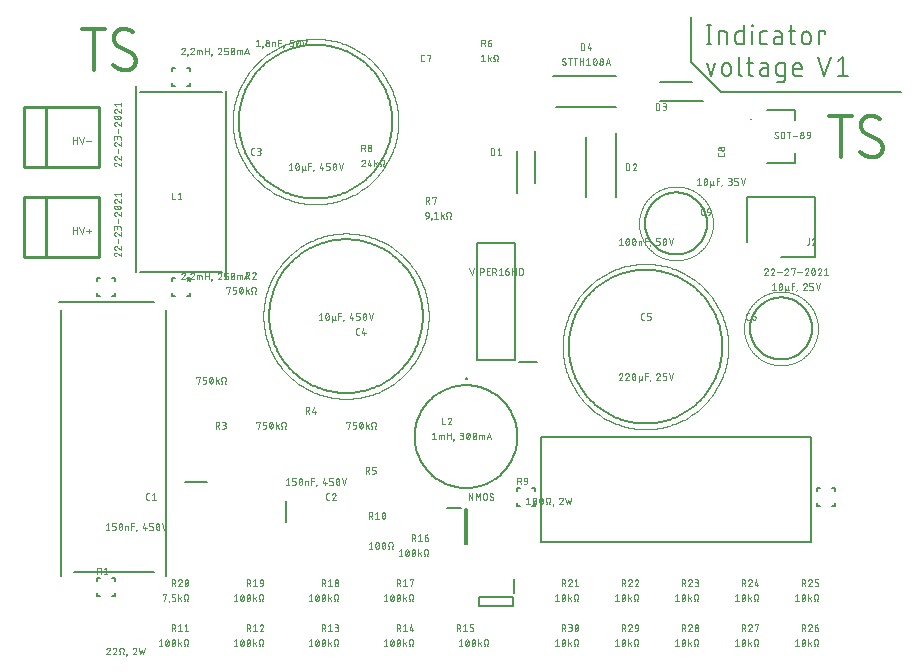
<source format=gbr>
G04 EAGLE Gerber RS-274X export*
G75*
%MOMM*%
%FSLAX34Y34*%
%LPD*%
%INSilkscreen Top*%
%IPPOS*%
%AMOC8*
5,1,8,0,0,1.08239X$1,22.5*%
G01*
%ADD10C,0.152400*%
%ADD11C,0.304800*%
%ADD12C,0.200000*%
%ADD13C,0.050800*%
%ADD14C,0.050000*%
%ADD15C,0.254000*%


D10*
X88900Y450000D02*
X88900Y225000D01*
X100000Y228600D02*
X167300Y228600D01*
X177800Y225000D02*
X177800Y450000D01*
X167300Y457200D02*
X87300Y457200D01*
X152400Y482000D02*
X152400Y640000D01*
X155400Y635000D02*
X225400Y635000D01*
X228600Y635600D02*
X228600Y477600D01*
X225400Y482600D02*
X155400Y482600D01*
X495300Y342900D02*
X723900Y342900D01*
X495300Y342900D02*
X495300Y254000D01*
X723900Y254000D02*
X723900Y342900D01*
X723900Y254000D02*
X495300Y254000D01*
X637568Y675132D02*
X637568Y691388D01*
X635762Y675132D02*
X639374Y675132D01*
X639374Y691388D02*
X635762Y691388D01*
X645940Y685969D02*
X645940Y675132D01*
X645940Y685969D02*
X650455Y685969D01*
X650559Y685967D01*
X650662Y685961D01*
X650766Y685951D01*
X650869Y685937D01*
X650971Y685919D01*
X651072Y685898D01*
X651173Y685872D01*
X651272Y685843D01*
X651371Y685810D01*
X651468Y685773D01*
X651563Y685732D01*
X651657Y685688D01*
X651749Y685640D01*
X651839Y685589D01*
X651928Y685534D01*
X652014Y685476D01*
X652097Y685414D01*
X652179Y685350D01*
X652257Y685282D01*
X652333Y685212D01*
X652407Y685139D01*
X652477Y685062D01*
X652545Y684984D01*
X652609Y684902D01*
X652671Y684819D01*
X652729Y684733D01*
X652784Y684644D01*
X652835Y684554D01*
X652883Y684462D01*
X652927Y684368D01*
X652968Y684273D01*
X653005Y684176D01*
X653038Y684077D01*
X653067Y683978D01*
X653093Y683877D01*
X653114Y683776D01*
X653132Y683674D01*
X653146Y683571D01*
X653156Y683467D01*
X653162Y683364D01*
X653164Y683260D01*
X653165Y683260D02*
X653165Y675132D01*
X667159Y675132D02*
X667159Y691388D01*
X667159Y675132D02*
X662644Y675132D01*
X662543Y675134D01*
X662442Y675140D01*
X662341Y675149D01*
X662240Y675162D01*
X662140Y675179D01*
X662041Y675200D01*
X661943Y675224D01*
X661846Y675252D01*
X661749Y675284D01*
X661654Y675319D01*
X661561Y675358D01*
X661469Y675400D01*
X661378Y675446D01*
X661290Y675495D01*
X661203Y675547D01*
X661118Y675603D01*
X661035Y675661D01*
X660955Y675723D01*
X660877Y675788D01*
X660801Y675855D01*
X660728Y675925D01*
X660658Y675998D01*
X660591Y676074D01*
X660526Y676152D01*
X660464Y676232D01*
X660406Y676315D01*
X660350Y676400D01*
X660298Y676487D01*
X660249Y676575D01*
X660203Y676666D01*
X660161Y676758D01*
X660122Y676851D01*
X660087Y676946D01*
X660055Y677043D01*
X660027Y677140D01*
X660003Y677238D01*
X659982Y677337D01*
X659965Y677437D01*
X659952Y677538D01*
X659943Y677639D01*
X659937Y677740D01*
X659935Y677841D01*
X659935Y683260D01*
X659937Y683361D01*
X659943Y683462D01*
X659952Y683563D01*
X659965Y683664D01*
X659982Y683764D01*
X660003Y683863D01*
X660027Y683961D01*
X660055Y684058D01*
X660087Y684155D01*
X660122Y684250D01*
X660161Y684343D01*
X660203Y684435D01*
X660249Y684526D01*
X660298Y684615D01*
X660350Y684701D01*
X660406Y684786D01*
X660464Y684869D01*
X660526Y684949D01*
X660591Y685027D01*
X660658Y685103D01*
X660728Y685176D01*
X660801Y685246D01*
X660877Y685313D01*
X660955Y685378D01*
X661035Y685440D01*
X661118Y685498D01*
X661203Y685554D01*
X661290Y685606D01*
X661378Y685655D01*
X661469Y685701D01*
X661561Y685743D01*
X661654Y685782D01*
X661749Y685817D01*
X661846Y685849D01*
X661943Y685877D01*
X662041Y685901D01*
X662140Y685922D01*
X662240Y685939D01*
X662341Y685952D01*
X662442Y685961D01*
X662543Y685967D01*
X662644Y685969D01*
X667159Y685969D01*
X674041Y685969D02*
X674041Y675132D01*
X673589Y690485D02*
X673589Y691388D01*
X674493Y691388D01*
X674493Y690485D01*
X673589Y690485D01*
X683055Y675132D02*
X686668Y675132D01*
X683055Y675132D02*
X682954Y675134D01*
X682853Y675140D01*
X682752Y675149D01*
X682651Y675162D01*
X682551Y675179D01*
X682452Y675200D01*
X682354Y675224D01*
X682257Y675252D01*
X682160Y675284D01*
X682065Y675319D01*
X681972Y675358D01*
X681880Y675400D01*
X681789Y675446D01*
X681701Y675495D01*
X681614Y675547D01*
X681529Y675603D01*
X681446Y675661D01*
X681366Y675723D01*
X681288Y675788D01*
X681212Y675855D01*
X681139Y675925D01*
X681069Y675998D01*
X681002Y676074D01*
X680937Y676152D01*
X680875Y676232D01*
X680817Y676315D01*
X680761Y676400D01*
X680709Y676487D01*
X680660Y676575D01*
X680614Y676666D01*
X680572Y676758D01*
X680533Y676851D01*
X680498Y676946D01*
X680466Y677043D01*
X680438Y677140D01*
X680414Y677238D01*
X680393Y677337D01*
X680376Y677437D01*
X680363Y677538D01*
X680354Y677639D01*
X680348Y677740D01*
X680346Y677841D01*
X680346Y683260D01*
X680348Y683361D01*
X680354Y683462D01*
X680363Y683563D01*
X680376Y683664D01*
X680393Y683764D01*
X680414Y683863D01*
X680438Y683961D01*
X680466Y684058D01*
X680498Y684155D01*
X680533Y684250D01*
X680572Y684343D01*
X680614Y684435D01*
X680660Y684526D01*
X680709Y684615D01*
X680761Y684701D01*
X680817Y684786D01*
X680875Y684869D01*
X680937Y684949D01*
X681002Y685027D01*
X681069Y685103D01*
X681139Y685176D01*
X681212Y685246D01*
X681288Y685313D01*
X681366Y685378D01*
X681446Y685440D01*
X681529Y685498D01*
X681614Y685554D01*
X681701Y685606D01*
X681789Y685655D01*
X681880Y685701D01*
X681972Y685743D01*
X682065Y685782D01*
X682160Y685817D01*
X682257Y685849D01*
X682354Y685877D01*
X682452Y685901D01*
X682551Y685922D01*
X682651Y685939D01*
X682752Y685952D01*
X682853Y685961D01*
X682954Y685967D01*
X683055Y685969D01*
X686668Y685969D01*
X695400Y681454D02*
X699464Y681454D01*
X695400Y681454D02*
X695288Y681452D01*
X695177Y681446D01*
X695066Y681436D01*
X694955Y681423D01*
X694845Y681405D01*
X694736Y681383D01*
X694627Y681358D01*
X694519Y681329D01*
X694413Y681296D01*
X694307Y681259D01*
X694203Y681219D01*
X694101Y681175D01*
X694000Y681127D01*
X693901Y681076D01*
X693803Y681021D01*
X693708Y680963D01*
X693615Y680902D01*
X693524Y680837D01*
X693435Y680769D01*
X693349Y680698D01*
X693266Y680625D01*
X693185Y680548D01*
X693106Y680468D01*
X693031Y680386D01*
X692959Y680301D01*
X692889Y680214D01*
X692823Y680124D01*
X692760Y680032D01*
X692700Y679937D01*
X692644Y679841D01*
X692591Y679743D01*
X692542Y679643D01*
X692496Y679541D01*
X692454Y679438D01*
X692415Y679333D01*
X692380Y679227D01*
X692349Y679120D01*
X692322Y679012D01*
X692298Y678903D01*
X692279Y678793D01*
X692263Y678683D01*
X692251Y678572D01*
X692243Y678460D01*
X692239Y678349D01*
X692239Y678237D01*
X692243Y678126D01*
X692251Y678014D01*
X692263Y677903D01*
X692279Y677793D01*
X692298Y677683D01*
X692322Y677574D01*
X692349Y677466D01*
X692380Y677359D01*
X692415Y677253D01*
X692454Y677148D01*
X692496Y677045D01*
X692542Y676943D01*
X692591Y676843D01*
X692644Y676745D01*
X692700Y676649D01*
X692760Y676554D01*
X692823Y676462D01*
X692889Y676372D01*
X692959Y676285D01*
X693031Y676200D01*
X693106Y676118D01*
X693185Y676038D01*
X693266Y675961D01*
X693349Y675888D01*
X693435Y675817D01*
X693524Y675749D01*
X693615Y675684D01*
X693708Y675623D01*
X693803Y675565D01*
X693901Y675510D01*
X694000Y675459D01*
X694101Y675411D01*
X694203Y675367D01*
X694307Y675327D01*
X694413Y675290D01*
X694519Y675257D01*
X694627Y675228D01*
X694736Y675203D01*
X694845Y675181D01*
X694955Y675163D01*
X695066Y675150D01*
X695177Y675140D01*
X695288Y675134D01*
X695400Y675132D01*
X699464Y675132D01*
X699464Y683260D01*
X699462Y683361D01*
X699456Y683462D01*
X699447Y683563D01*
X699434Y683664D01*
X699417Y683764D01*
X699396Y683863D01*
X699372Y683961D01*
X699344Y684058D01*
X699312Y684155D01*
X699277Y684250D01*
X699238Y684343D01*
X699196Y684435D01*
X699150Y684526D01*
X699101Y684615D01*
X699049Y684701D01*
X698993Y684786D01*
X698935Y684869D01*
X698873Y684949D01*
X698808Y685027D01*
X698741Y685103D01*
X698671Y685176D01*
X698598Y685246D01*
X698522Y685313D01*
X698444Y685378D01*
X698364Y685440D01*
X698281Y685498D01*
X698196Y685554D01*
X698110Y685606D01*
X698021Y685655D01*
X697930Y685701D01*
X697838Y685743D01*
X697745Y685782D01*
X697650Y685817D01*
X697553Y685849D01*
X697456Y685877D01*
X697358Y685901D01*
X697259Y685922D01*
X697159Y685939D01*
X697058Y685952D01*
X696957Y685961D01*
X696856Y685967D01*
X696755Y685969D01*
X693142Y685969D01*
X705083Y685969D02*
X710502Y685969D01*
X706889Y691388D02*
X706889Y677841D01*
X706890Y677841D02*
X706892Y677740D01*
X706898Y677639D01*
X706907Y677538D01*
X706920Y677437D01*
X706937Y677337D01*
X706958Y677238D01*
X706982Y677140D01*
X707010Y677043D01*
X707042Y676946D01*
X707077Y676851D01*
X707116Y676758D01*
X707158Y676666D01*
X707204Y676575D01*
X707253Y676487D01*
X707305Y676400D01*
X707361Y676315D01*
X707419Y676232D01*
X707481Y676152D01*
X707546Y676074D01*
X707613Y675998D01*
X707683Y675925D01*
X707756Y675855D01*
X707832Y675788D01*
X707910Y675723D01*
X707990Y675661D01*
X708073Y675603D01*
X708158Y675547D01*
X708245Y675495D01*
X708333Y675446D01*
X708424Y675400D01*
X708516Y675358D01*
X708609Y675319D01*
X708704Y675284D01*
X708801Y675252D01*
X708898Y675224D01*
X708996Y675200D01*
X709095Y675179D01*
X709195Y675162D01*
X709296Y675149D01*
X709397Y675140D01*
X709498Y675134D01*
X709599Y675132D01*
X710502Y675132D01*
X716280Y678744D02*
X716280Y682357D01*
X716281Y682357D02*
X716283Y682476D01*
X716289Y682596D01*
X716299Y682715D01*
X716313Y682833D01*
X716330Y682952D01*
X716352Y683069D01*
X716377Y683186D01*
X716407Y683301D01*
X716440Y683416D01*
X716477Y683530D01*
X716517Y683642D01*
X716562Y683753D01*
X716610Y683862D01*
X716661Y683970D01*
X716716Y684076D01*
X716775Y684180D01*
X716837Y684282D01*
X716902Y684382D01*
X716971Y684480D01*
X717043Y684576D01*
X717118Y684669D01*
X717195Y684759D01*
X717276Y684847D01*
X717360Y684932D01*
X717447Y685014D01*
X717536Y685094D01*
X717628Y685170D01*
X717722Y685244D01*
X717819Y685314D01*
X717917Y685381D01*
X718018Y685445D01*
X718122Y685505D01*
X718227Y685562D01*
X718334Y685615D01*
X718442Y685665D01*
X718552Y685711D01*
X718664Y685753D01*
X718777Y685792D01*
X718891Y685827D01*
X719006Y685858D01*
X719123Y685886D01*
X719240Y685909D01*
X719357Y685929D01*
X719476Y685945D01*
X719595Y685957D01*
X719714Y685965D01*
X719833Y685969D01*
X719953Y685969D01*
X720072Y685965D01*
X720191Y685957D01*
X720310Y685945D01*
X720429Y685929D01*
X720546Y685909D01*
X720663Y685886D01*
X720780Y685858D01*
X720895Y685827D01*
X721009Y685792D01*
X721122Y685753D01*
X721234Y685711D01*
X721344Y685665D01*
X721452Y685615D01*
X721559Y685562D01*
X721664Y685505D01*
X721768Y685445D01*
X721869Y685381D01*
X721967Y685314D01*
X722064Y685244D01*
X722158Y685170D01*
X722250Y685094D01*
X722339Y685014D01*
X722426Y684932D01*
X722510Y684847D01*
X722591Y684759D01*
X722668Y684669D01*
X722743Y684576D01*
X722815Y684480D01*
X722884Y684382D01*
X722949Y684282D01*
X723011Y684180D01*
X723070Y684076D01*
X723125Y683970D01*
X723176Y683862D01*
X723224Y683753D01*
X723269Y683642D01*
X723309Y683530D01*
X723346Y683416D01*
X723379Y683301D01*
X723409Y683186D01*
X723434Y683069D01*
X723456Y682952D01*
X723473Y682833D01*
X723487Y682715D01*
X723497Y682596D01*
X723503Y682476D01*
X723505Y682357D01*
X723505Y678744D01*
X723503Y678625D01*
X723497Y678505D01*
X723487Y678386D01*
X723473Y678268D01*
X723456Y678149D01*
X723434Y678032D01*
X723409Y677915D01*
X723379Y677800D01*
X723346Y677685D01*
X723309Y677571D01*
X723269Y677459D01*
X723224Y677348D01*
X723176Y677239D01*
X723125Y677131D01*
X723070Y677025D01*
X723011Y676921D01*
X722949Y676819D01*
X722884Y676719D01*
X722815Y676621D01*
X722743Y676525D01*
X722668Y676432D01*
X722591Y676342D01*
X722510Y676254D01*
X722426Y676169D01*
X722339Y676087D01*
X722250Y676007D01*
X722158Y675931D01*
X722064Y675857D01*
X721967Y675787D01*
X721869Y675720D01*
X721768Y675656D01*
X721664Y675596D01*
X721559Y675539D01*
X721452Y675486D01*
X721344Y675436D01*
X721234Y675390D01*
X721122Y675348D01*
X721009Y675309D01*
X720895Y675274D01*
X720780Y675243D01*
X720663Y675215D01*
X720546Y675192D01*
X720429Y675172D01*
X720310Y675156D01*
X720191Y675144D01*
X720072Y675136D01*
X719953Y675132D01*
X719833Y675132D01*
X719714Y675136D01*
X719595Y675144D01*
X719476Y675156D01*
X719357Y675172D01*
X719240Y675192D01*
X719123Y675215D01*
X719006Y675243D01*
X718891Y675274D01*
X718777Y675309D01*
X718664Y675348D01*
X718552Y675390D01*
X718442Y675436D01*
X718334Y675486D01*
X718227Y675539D01*
X718122Y675596D01*
X718018Y675656D01*
X717917Y675720D01*
X717819Y675787D01*
X717722Y675857D01*
X717628Y675931D01*
X717536Y676007D01*
X717447Y676087D01*
X717360Y676169D01*
X717276Y676254D01*
X717195Y676342D01*
X717118Y676432D01*
X717043Y676525D01*
X716971Y676621D01*
X716902Y676719D01*
X716837Y676819D01*
X716775Y676921D01*
X716716Y677025D01*
X716661Y677131D01*
X716610Y677239D01*
X716562Y677348D01*
X716517Y677459D01*
X716477Y677571D01*
X716440Y677685D01*
X716407Y677800D01*
X716377Y677915D01*
X716352Y678032D01*
X716330Y678149D01*
X716313Y678268D01*
X716299Y678386D01*
X716289Y678505D01*
X716283Y678625D01*
X716281Y678744D01*
X730433Y675132D02*
X730433Y685969D01*
X735852Y685969D01*
X735852Y684163D01*
X639374Y648462D02*
X635762Y659299D01*
X642987Y659299D02*
X639374Y648462D01*
X648788Y652074D02*
X648788Y655687D01*
X648790Y655806D01*
X648796Y655926D01*
X648806Y656045D01*
X648820Y656163D01*
X648837Y656282D01*
X648859Y656399D01*
X648884Y656516D01*
X648914Y656631D01*
X648947Y656746D01*
X648984Y656860D01*
X649024Y656972D01*
X649069Y657083D01*
X649117Y657192D01*
X649168Y657300D01*
X649223Y657406D01*
X649282Y657510D01*
X649344Y657612D01*
X649409Y657712D01*
X649478Y657810D01*
X649550Y657906D01*
X649625Y657999D01*
X649702Y658089D01*
X649783Y658177D01*
X649867Y658262D01*
X649954Y658344D01*
X650043Y658424D01*
X650135Y658500D01*
X650229Y658574D01*
X650326Y658644D01*
X650424Y658711D01*
X650525Y658775D01*
X650629Y658835D01*
X650734Y658892D01*
X650841Y658945D01*
X650949Y658995D01*
X651059Y659041D01*
X651171Y659083D01*
X651284Y659122D01*
X651398Y659157D01*
X651513Y659188D01*
X651630Y659216D01*
X651747Y659239D01*
X651864Y659259D01*
X651983Y659275D01*
X652102Y659287D01*
X652221Y659295D01*
X652340Y659299D01*
X652460Y659299D01*
X652579Y659295D01*
X652698Y659287D01*
X652817Y659275D01*
X652936Y659259D01*
X653053Y659239D01*
X653170Y659216D01*
X653287Y659188D01*
X653402Y659157D01*
X653516Y659122D01*
X653629Y659083D01*
X653741Y659041D01*
X653851Y658995D01*
X653959Y658945D01*
X654066Y658892D01*
X654171Y658835D01*
X654275Y658775D01*
X654376Y658711D01*
X654474Y658644D01*
X654571Y658574D01*
X654665Y658500D01*
X654757Y658424D01*
X654846Y658344D01*
X654933Y658262D01*
X655017Y658177D01*
X655098Y658089D01*
X655175Y657999D01*
X655250Y657906D01*
X655322Y657810D01*
X655391Y657712D01*
X655456Y657612D01*
X655518Y657510D01*
X655577Y657406D01*
X655632Y657300D01*
X655683Y657192D01*
X655731Y657083D01*
X655776Y656972D01*
X655816Y656860D01*
X655853Y656746D01*
X655886Y656631D01*
X655916Y656516D01*
X655941Y656399D01*
X655963Y656282D01*
X655980Y656163D01*
X655994Y656045D01*
X656004Y655926D01*
X656010Y655806D01*
X656012Y655687D01*
X656013Y655687D02*
X656013Y652074D01*
X656012Y652074D02*
X656010Y651955D01*
X656004Y651835D01*
X655994Y651716D01*
X655980Y651598D01*
X655963Y651479D01*
X655941Y651362D01*
X655916Y651245D01*
X655886Y651130D01*
X655853Y651015D01*
X655816Y650901D01*
X655776Y650789D01*
X655731Y650678D01*
X655683Y650569D01*
X655632Y650461D01*
X655577Y650355D01*
X655518Y650251D01*
X655456Y650149D01*
X655391Y650049D01*
X655322Y649951D01*
X655250Y649855D01*
X655175Y649762D01*
X655098Y649672D01*
X655017Y649584D01*
X654933Y649499D01*
X654846Y649417D01*
X654757Y649337D01*
X654665Y649261D01*
X654571Y649187D01*
X654474Y649117D01*
X654376Y649050D01*
X654275Y648986D01*
X654171Y648926D01*
X654066Y648869D01*
X653959Y648816D01*
X653851Y648766D01*
X653741Y648720D01*
X653629Y648678D01*
X653516Y648639D01*
X653402Y648604D01*
X653287Y648573D01*
X653170Y648545D01*
X653053Y648522D01*
X652936Y648502D01*
X652817Y648486D01*
X652698Y648474D01*
X652579Y648466D01*
X652460Y648462D01*
X652340Y648462D01*
X652221Y648466D01*
X652102Y648474D01*
X651983Y648486D01*
X651864Y648502D01*
X651747Y648522D01*
X651630Y648545D01*
X651513Y648573D01*
X651398Y648604D01*
X651284Y648639D01*
X651171Y648678D01*
X651059Y648720D01*
X650949Y648766D01*
X650841Y648816D01*
X650734Y648869D01*
X650629Y648926D01*
X650525Y648986D01*
X650424Y649050D01*
X650326Y649117D01*
X650229Y649187D01*
X650135Y649261D01*
X650043Y649337D01*
X649954Y649417D01*
X649867Y649499D01*
X649783Y649584D01*
X649702Y649672D01*
X649625Y649762D01*
X649550Y649855D01*
X649478Y649951D01*
X649409Y650049D01*
X649344Y650149D01*
X649282Y650251D01*
X649223Y650355D01*
X649168Y650461D01*
X649117Y650569D01*
X649069Y650678D01*
X649024Y650789D01*
X648984Y650901D01*
X648947Y651015D01*
X648914Y651130D01*
X648884Y651245D01*
X648859Y651362D01*
X648837Y651479D01*
X648820Y651598D01*
X648806Y651716D01*
X648796Y651835D01*
X648790Y651955D01*
X648788Y652074D01*
X662572Y651171D02*
X662572Y664718D01*
X662572Y651171D02*
X662574Y651070D01*
X662580Y650969D01*
X662589Y650868D01*
X662602Y650767D01*
X662619Y650667D01*
X662640Y650568D01*
X662664Y650470D01*
X662692Y650373D01*
X662724Y650276D01*
X662759Y650181D01*
X662798Y650088D01*
X662840Y649996D01*
X662886Y649905D01*
X662935Y649817D01*
X662987Y649730D01*
X663043Y649645D01*
X663101Y649562D01*
X663163Y649482D01*
X663228Y649404D01*
X663295Y649328D01*
X663365Y649255D01*
X663438Y649185D01*
X663514Y649118D01*
X663592Y649053D01*
X663672Y648991D01*
X663755Y648933D01*
X663840Y648877D01*
X663927Y648825D01*
X664015Y648776D01*
X664106Y648730D01*
X664198Y648688D01*
X664291Y648649D01*
X664386Y648614D01*
X664483Y648582D01*
X664580Y648554D01*
X664678Y648530D01*
X664777Y648509D01*
X664877Y648492D01*
X664978Y648479D01*
X665079Y648470D01*
X665180Y648464D01*
X665281Y648462D01*
X669374Y659299D02*
X674793Y659299D01*
X671181Y664718D02*
X671181Y651171D01*
X671183Y651070D01*
X671189Y650969D01*
X671198Y650868D01*
X671211Y650767D01*
X671228Y650667D01*
X671249Y650568D01*
X671273Y650470D01*
X671301Y650373D01*
X671333Y650276D01*
X671368Y650181D01*
X671407Y650088D01*
X671449Y649996D01*
X671495Y649905D01*
X671544Y649817D01*
X671596Y649730D01*
X671652Y649645D01*
X671710Y649562D01*
X671772Y649482D01*
X671837Y649404D01*
X671904Y649328D01*
X671974Y649255D01*
X672047Y649185D01*
X672123Y649118D01*
X672201Y649053D01*
X672281Y648991D01*
X672364Y648933D01*
X672449Y648877D01*
X672536Y648825D01*
X672624Y648776D01*
X672715Y648730D01*
X672807Y648688D01*
X672900Y648649D01*
X672995Y648614D01*
X673092Y648582D01*
X673189Y648554D01*
X673287Y648530D01*
X673386Y648509D01*
X673486Y648492D01*
X673587Y648479D01*
X673688Y648470D01*
X673789Y648464D01*
X673890Y648462D01*
X674793Y648462D01*
X683659Y654784D02*
X687723Y654784D01*
X683659Y654784D02*
X683547Y654782D01*
X683436Y654776D01*
X683325Y654766D01*
X683214Y654753D01*
X683104Y654735D01*
X682995Y654713D01*
X682886Y654688D01*
X682778Y654659D01*
X682672Y654626D01*
X682566Y654589D01*
X682462Y654549D01*
X682360Y654505D01*
X682259Y654457D01*
X682160Y654406D01*
X682062Y654351D01*
X681967Y654293D01*
X681874Y654232D01*
X681783Y654167D01*
X681694Y654099D01*
X681608Y654028D01*
X681525Y653955D01*
X681444Y653878D01*
X681365Y653798D01*
X681290Y653716D01*
X681218Y653631D01*
X681148Y653544D01*
X681082Y653454D01*
X681019Y653362D01*
X680959Y653267D01*
X680903Y653171D01*
X680850Y653073D01*
X680801Y652973D01*
X680755Y652871D01*
X680713Y652768D01*
X680674Y652663D01*
X680639Y652557D01*
X680608Y652450D01*
X680581Y652342D01*
X680557Y652233D01*
X680538Y652123D01*
X680522Y652013D01*
X680510Y651902D01*
X680502Y651790D01*
X680498Y651679D01*
X680498Y651567D01*
X680502Y651456D01*
X680510Y651344D01*
X680522Y651233D01*
X680538Y651123D01*
X680557Y651013D01*
X680581Y650904D01*
X680608Y650796D01*
X680639Y650689D01*
X680674Y650583D01*
X680713Y650478D01*
X680755Y650375D01*
X680801Y650273D01*
X680850Y650173D01*
X680903Y650075D01*
X680959Y649979D01*
X681019Y649884D01*
X681082Y649792D01*
X681148Y649702D01*
X681218Y649615D01*
X681290Y649530D01*
X681365Y649448D01*
X681444Y649368D01*
X681525Y649291D01*
X681608Y649218D01*
X681694Y649147D01*
X681783Y649079D01*
X681874Y649014D01*
X681967Y648953D01*
X682062Y648895D01*
X682160Y648840D01*
X682259Y648789D01*
X682360Y648741D01*
X682462Y648697D01*
X682566Y648657D01*
X682672Y648620D01*
X682778Y648587D01*
X682886Y648558D01*
X682995Y648533D01*
X683104Y648511D01*
X683214Y648493D01*
X683325Y648480D01*
X683436Y648470D01*
X683547Y648464D01*
X683659Y648462D01*
X687723Y648462D01*
X687723Y656590D01*
X687721Y656691D01*
X687715Y656792D01*
X687706Y656893D01*
X687693Y656994D01*
X687676Y657094D01*
X687655Y657193D01*
X687631Y657291D01*
X687603Y657388D01*
X687571Y657485D01*
X687536Y657580D01*
X687497Y657673D01*
X687455Y657765D01*
X687409Y657856D01*
X687360Y657945D01*
X687308Y658031D01*
X687252Y658116D01*
X687194Y658199D01*
X687132Y658279D01*
X687067Y658357D01*
X687000Y658433D01*
X686930Y658506D01*
X686857Y658576D01*
X686781Y658643D01*
X686703Y658708D01*
X686623Y658770D01*
X686540Y658828D01*
X686455Y658884D01*
X686369Y658936D01*
X686280Y658985D01*
X686189Y659031D01*
X686097Y659073D01*
X686004Y659112D01*
X685909Y659147D01*
X685812Y659179D01*
X685715Y659207D01*
X685617Y659231D01*
X685518Y659252D01*
X685418Y659269D01*
X685317Y659282D01*
X685216Y659291D01*
X685115Y659297D01*
X685014Y659299D01*
X681401Y659299D01*
X697276Y648462D02*
X701791Y648462D01*
X697276Y648462D02*
X697175Y648464D01*
X697074Y648470D01*
X696973Y648479D01*
X696872Y648492D01*
X696772Y648509D01*
X696673Y648530D01*
X696575Y648554D01*
X696478Y648582D01*
X696381Y648614D01*
X696286Y648649D01*
X696193Y648688D01*
X696101Y648730D01*
X696010Y648776D01*
X695922Y648825D01*
X695835Y648877D01*
X695750Y648933D01*
X695667Y648991D01*
X695587Y649053D01*
X695509Y649118D01*
X695433Y649185D01*
X695360Y649255D01*
X695290Y649328D01*
X695223Y649404D01*
X695158Y649482D01*
X695096Y649562D01*
X695038Y649645D01*
X694982Y649730D01*
X694930Y649817D01*
X694881Y649905D01*
X694835Y649996D01*
X694793Y650088D01*
X694754Y650181D01*
X694719Y650276D01*
X694687Y650373D01*
X694659Y650470D01*
X694635Y650568D01*
X694614Y650667D01*
X694597Y650767D01*
X694584Y650868D01*
X694575Y650969D01*
X694569Y651070D01*
X694567Y651171D01*
X694566Y651171D02*
X694566Y656590D01*
X694567Y656590D02*
X694569Y656691D01*
X694575Y656792D01*
X694584Y656893D01*
X694597Y656994D01*
X694614Y657094D01*
X694635Y657193D01*
X694659Y657291D01*
X694687Y657388D01*
X694719Y657485D01*
X694754Y657580D01*
X694793Y657673D01*
X694835Y657765D01*
X694881Y657856D01*
X694930Y657945D01*
X694982Y658031D01*
X695038Y658116D01*
X695096Y658199D01*
X695158Y658279D01*
X695223Y658357D01*
X695290Y658433D01*
X695360Y658506D01*
X695433Y658576D01*
X695509Y658643D01*
X695587Y658708D01*
X695667Y658770D01*
X695750Y658828D01*
X695835Y658884D01*
X695922Y658936D01*
X696010Y658985D01*
X696101Y659031D01*
X696193Y659073D01*
X696286Y659112D01*
X696381Y659147D01*
X696478Y659179D01*
X696575Y659207D01*
X696673Y659231D01*
X696772Y659252D01*
X696872Y659269D01*
X696973Y659282D01*
X697074Y659291D01*
X697175Y659297D01*
X697276Y659299D01*
X701791Y659299D01*
X701791Y645753D01*
X701789Y645649D01*
X701783Y645546D01*
X701773Y645442D01*
X701759Y645339D01*
X701741Y645237D01*
X701720Y645136D01*
X701694Y645035D01*
X701665Y644936D01*
X701632Y644837D01*
X701595Y644740D01*
X701554Y644645D01*
X701510Y644551D01*
X701462Y644459D01*
X701411Y644369D01*
X701356Y644280D01*
X701298Y644194D01*
X701236Y644111D01*
X701172Y644029D01*
X701104Y643951D01*
X701034Y643875D01*
X700961Y643801D01*
X700884Y643731D01*
X700806Y643663D01*
X700724Y643599D01*
X700641Y643537D01*
X700555Y643479D01*
X700466Y643424D01*
X700376Y643373D01*
X700284Y643325D01*
X700190Y643281D01*
X700095Y643240D01*
X699998Y643203D01*
X699899Y643170D01*
X699800Y643141D01*
X699699Y643115D01*
X699598Y643094D01*
X699496Y643076D01*
X699393Y643062D01*
X699289Y643052D01*
X699186Y643046D01*
X699082Y643044D01*
X699082Y643043D02*
X695469Y643043D01*
X711417Y648462D02*
X715933Y648462D01*
X711417Y648462D02*
X711316Y648464D01*
X711215Y648470D01*
X711114Y648479D01*
X711013Y648492D01*
X710913Y648509D01*
X710814Y648530D01*
X710716Y648554D01*
X710619Y648582D01*
X710522Y648614D01*
X710427Y648649D01*
X710334Y648688D01*
X710242Y648730D01*
X710151Y648776D01*
X710063Y648825D01*
X709976Y648877D01*
X709891Y648933D01*
X709808Y648991D01*
X709728Y649053D01*
X709650Y649118D01*
X709574Y649185D01*
X709501Y649255D01*
X709431Y649328D01*
X709364Y649404D01*
X709299Y649482D01*
X709237Y649562D01*
X709179Y649645D01*
X709123Y649730D01*
X709071Y649817D01*
X709022Y649905D01*
X708976Y649996D01*
X708934Y650088D01*
X708895Y650181D01*
X708860Y650276D01*
X708828Y650373D01*
X708800Y650470D01*
X708776Y650568D01*
X708755Y650667D01*
X708738Y650767D01*
X708725Y650868D01*
X708716Y650969D01*
X708710Y651070D01*
X708708Y651171D01*
X708708Y655687D01*
X708710Y655806D01*
X708716Y655926D01*
X708726Y656045D01*
X708740Y656163D01*
X708757Y656282D01*
X708779Y656399D01*
X708804Y656516D01*
X708834Y656631D01*
X708867Y656746D01*
X708904Y656860D01*
X708944Y656972D01*
X708989Y657083D01*
X709037Y657192D01*
X709088Y657300D01*
X709143Y657406D01*
X709202Y657510D01*
X709264Y657612D01*
X709329Y657712D01*
X709398Y657810D01*
X709470Y657906D01*
X709545Y657999D01*
X709622Y658089D01*
X709703Y658177D01*
X709787Y658262D01*
X709874Y658344D01*
X709963Y658424D01*
X710055Y658500D01*
X710149Y658574D01*
X710246Y658644D01*
X710344Y658711D01*
X710445Y658775D01*
X710549Y658835D01*
X710654Y658892D01*
X710761Y658945D01*
X710869Y658995D01*
X710979Y659041D01*
X711091Y659083D01*
X711204Y659122D01*
X711318Y659157D01*
X711433Y659188D01*
X711550Y659216D01*
X711667Y659239D01*
X711784Y659259D01*
X711903Y659275D01*
X712022Y659287D01*
X712141Y659295D01*
X712260Y659299D01*
X712380Y659299D01*
X712499Y659295D01*
X712618Y659287D01*
X712737Y659275D01*
X712856Y659259D01*
X712973Y659239D01*
X713090Y659216D01*
X713207Y659188D01*
X713322Y659157D01*
X713436Y659122D01*
X713549Y659083D01*
X713661Y659041D01*
X713771Y658995D01*
X713879Y658945D01*
X713986Y658892D01*
X714091Y658835D01*
X714195Y658775D01*
X714296Y658711D01*
X714394Y658644D01*
X714491Y658574D01*
X714585Y658500D01*
X714677Y658424D01*
X714766Y658344D01*
X714853Y658262D01*
X714937Y658177D01*
X715018Y658089D01*
X715095Y657999D01*
X715170Y657906D01*
X715242Y657810D01*
X715311Y657712D01*
X715376Y657612D01*
X715438Y657510D01*
X715497Y657406D01*
X715552Y657300D01*
X715603Y657192D01*
X715651Y657083D01*
X715696Y656972D01*
X715736Y656860D01*
X715773Y656746D01*
X715806Y656631D01*
X715836Y656516D01*
X715861Y656399D01*
X715883Y656282D01*
X715900Y656163D01*
X715914Y656045D01*
X715924Y655926D01*
X715930Y655806D01*
X715932Y655687D01*
X715933Y655687D02*
X715933Y653881D01*
X708708Y653881D01*
X729827Y664718D02*
X735246Y648462D01*
X740665Y664718D01*
X746362Y661106D02*
X750877Y664718D01*
X750877Y648462D01*
X746362Y648462D02*
X755393Y648462D01*
X622300Y660400D02*
X622300Y698500D01*
X622300Y660400D02*
X647700Y635000D01*
X800100Y635000D01*
D11*
X749141Y614426D02*
X749141Y579374D01*
X739405Y614426D02*
X758878Y614426D01*
X784595Y587163D02*
X784593Y586975D01*
X784586Y586787D01*
X784575Y586599D01*
X784559Y586411D01*
X784538Y586224D01*
X784513Y586038D01*
X784484Y585852D01*
X784450Y585667D01*
X784411Y585482D01*
X784369Y585299D01*
X784321Y585117D01*
X784270Y584936D01*
X784214Y584756D01*
X784153Y584578D01*
X784089Y584401D01*
X784020Y584226D01*
X783947Y584052D01*
X783870Y583881D01*
X783788Y583711D01*
X783703Y583543D01*
X783613Y583378D01*
X783520Y583214D01*
X783423Y583053D01*
X783321Y582895D01*
X783216Y582738D01*
X783107Y582585D01*
X782995Y582434D01*
X782879Y582286D01*
X782759Y582140D01*
X782636Y581998D01*
X782510Y581859D01*
X782380Y581722D01*
X782247Y581589D01*
X782110Y581459D01*
X781971Y581333D01*
X781829Y581210D01*
X781683Y581090D01*
X781535Y580974D01*
X781384Y580862D01*
X781231Y580753D01*
X781074Y580648D01*
X780916Y580546D01*
X780755Y580449D01*
X780591Y580356D01*
X780426Y580266D01*
X780258Y580181D01*
X780088Y580099D01*
X779917Y580022D01*
X779743Y579949D01*
X779568Y579880D01*
X779391Y579816D01*
X779213Y579755D01*
X779033Y579699D01*
X778852Y579648D01*
X778670Y579600D01*
X778487Y579558D01*
X778302Y579519D01*
X778117Y579485D01*
X777931Y579456D01*
X777745Y579431D01*
X777558Y579410D01*
X777370Y579394D01*
X777182Y579383D01*
X776994Y579376D01*
X776806Y579374D01*
X776412Y579379D01*
X776019Y579393D01*
X775626Y579416D01*
X775234Y579449D01*
X774842Y579492D01*
X774452Y579543D01*
X774063Y579604D01*
X773675Y579675D01*
X773290Y579754D01*
X772906Y579843D01*
X772525Y579941D01*
X772146Y580048D01*
X771770Y580164D01*
X771397Y580289D01*
X771026Y580422D01*
X770659Y580565D01*
X770296Y580717D01*
X769936Y580877D01*
X769580Y581045D01*
X769229Y581222D01*
X768882Y581408D01*
X768539Y581602D01*
X768201Y581803D01*
X767868Y582013D01*
X767540Y582231D01*
X767217Y582457D01*
X766900Y582690D01*
X766588Y582931D01*
X766283Y583179D01*
X765983Y583434D01*
X765690Y583697D01*
X765403Y583966D01*
X765122Y584242D01*
X766096Y606637D02*
X766098Y606825D01*
X766105Y607013D01*
X766116Y607201D01*
X766132Y607389D01*
X766153Y607576D01*
X766178Y607762D01*
X766207Y607948D01*
X766241Y608133D01*
X766280Y608318D01*
X766322Y608501D01*
X766370Y608683D01*
X766421Y608864D01*
X766477Y609044D01*
X766538Y609222D01*
X766602Y609399D01*
X766671Y609574D01*
X766744Y609748D01*
X766821Y609919D01*
X766903Y610089D01*
X766988Y610257D01*
X767078Y610422D01*
X767171Y610586D01*
X767269Y610747D01*
X767370Y610905D01*
X767475Y611062D01*
X767584Y611215D01*
X767696Y611366D01*
X767812Y611514D01*
X767932Y611660D01*
X768055Y611802D01*
X768181Y611941D01*
X768311Y612078D01*
X768444Y612211D01*
X768581Y612341D01*
X768720Y612467D01*
X768862Y612590D01*
X769008Y612710D01*
X769156Y612826D01*
X769307Y612938D01*
X769460Y613047D01*
X769617Y613152D01*
X769775Y613254D01*
X769936Y613351D01*
X770100Y613444D01*
X770265Y613534D01*
X770433Y613619D01*
X770603Y613701D01*
X770774Y613778D01*
X770948Y613851D01*
X771123Y613920D01*
X771300Y613984D01*
X771478Y614045D01*
X771658Y614101D01*
X771839Y614152D01*
X772021Y614200D01*
X772204Y614243D01*
X772389Y614281D01*
X772574Y614315D01*
X772760Y614344D01*
X772946Y614369D01*
X773133Y614390D01*
X773321Y614406D01*
X773509Y614417D01*
X773697Y614424D01*
X773885Y614426D01*
X774233Y614422D01*
X774581Y614409D01*
X774928Y614389D01*
X775275Y614360D01*
X775621Y614322D01*
X775966Y614277D01*
X776310Y614223D01*
X776653Y614161D01*
X776994Y614091D01*
X777333Y614013D01*
X777670Y613927D01*
X778005Y613833D01*
X778338Y613731D01*
X778668Y613621D01*
X778996Y613503D01*
X779320Y613377D01*
X779642Y613244D01*
X779960Y613103D01*
X780275Y612954D01*
X780586Y612798D01*
X780893Y612635D01*
X781197Y612464D01*
X781496Y612286D01*
X781791Y612101D01*
X782081Y611909D01*
X782367Y611711D01*
X782648Y611505D01*
X769991Y599821D02*
X769827Y599920D01*
X769666Y600023D01*
X769508Y600130D01*
X769352Y600240D01*
X769199Y600355D01*
X769049Y600473D01*
X768901Y600594D01*
X768757Y600719D01*
X768616Y600848D01*
X768477Y600980D01*
X768342Y601115D01*
X768211Y601253D01*
X768082Y601395D01*
X767958Y601539D01*
X767836Y601687D01*
X767719Y601837D01*
X767604Y601990D01*
X767494Y602146D01*
X767388Y602305D01*
X767285Y602466D01*
X767186Y602629D01*
X767091Y602795D01*
X767001Y602963D01*
X766914Y603134D01*
X766832Y603306D01*
X766753Y603480D01*
X766679Y603656D01*
X766609Y603834D01*
X766544Y604013D01*
X766483Y604194D01*
X766426Y604377D01*
X766373Y604560D01*
X766326Y604745D01*
X766282Y604931D01*
X766243Y605118D01*
X766209Y605306D01*
X766179Y605495D01*
X766154Y605684D01*
X766133Y605874D01*
X766117Y606064D01*
X766105Y606255D01*
X766098Y606446D01*
X766096Y606637D01*
X780700Y593979D02*
X780864Y593880D01*
X781025Y593777D01*
X781183Y593670D01*
X781339Y593560D01*
X781492Y593445D01*
X781642Y593327D01*
X781790Y593206D01*
X781934Y593081D01*
X782075Y592952D01*
X782214Y592820D01*
X782349Y592685D01*
X782480Y592547D01*
X782609Y592405D01*
X782733Y592261D01*
X782855Y592113D01*
X782972Y591963D01*
X783087Y591810D01*
X783197Y591654D01*
X783303Y591495D01*
X783406Y591334D01*
X783505Y591171D01*
X783600Y591005D01*
X783690Y590837D01*
X783777Y590666D01*
X783859Y590494D01*
X783938Y590320D01*
X784012Y590144D01*
X784082Y589966D01*
X784147Y589787D01*
X784208Y589606D01*
X784265Y589423D01*
X784318Y589240D01*
X784365Y589055D01*
X784409Y588869D01*
X784448Y588682D01*
X784482Y588494D01*
X784512Y588305D01*
X784537Y588116D01*
X784558Y587926D01*
X784574Y587736D01*
X784586Y587545D01*
X784593Y587354D01*
X784595Y587163D01*
X780701Y593979D02*
X769990Y599821D01*
X116671Y653034D02*
X116671Y688086D01*
X126407Y688086D02*
X106934Y688086D01*
X144336Y653034D02*
X144524Y653036D01*
X144712Y653043D01*
X144900Y653054D01*
X145088Y653070D01*
X145275Y653091D01*
X145461Y653116D01*
X145647Y653145D01*
X145832Y653179D01*
X146017Y653218D01*
X146200Y653260D01*
X146382Y653308D01*
X146563Y653359D01*
X146743Y653415D01*
X146921Y653476D01*
X147098Y653540D01*
X147273Y653609D01*
X147447Y653682D01*
X147618Y653759D01*
X147788Y653841D01*
X147956Y653926D01*
X148121Y654016D01*
X148285Y654109D01*
X148446Y654206D01*
X148604Y654308D01*
X148761Y654413D01*
X148914Y654522D01*
X149065Y654634D01*
X149213Y654750D01*
X149359Y654870D01*
X149501Y654993D01*
X149640Y655119D01*
X149777Y655249D01*
X149910Y655382D01*
X150040Y655519D01*
X150166Y655658D01*
X150289Y655800D01*
X150409Y655946D01*
X150525Y656094D01*
X150637Y656245D01*
X150746Y656398D01*
X150851Y656555D01*
X150953Y656713D01*
X151050Y656874D01*
X151143Y657038D01*
X151233Y657203D01*
X151318Y657371D01*
X151400Y657541D01*
X151477Y657712D01*
X151550Y657886D01*
X151619Y658061D01*
X151683Y658238D01*
X151744Y658416D01*
X151800Y658596D01*
X151851Y658777D01*
X151899Y658959D01*
X151941Y659142D01*
X151980Y659327D01*
X152014Y659512D01*
X152043Y659698D01*
X152068Y659884D01*
X152089Y660071D01*
X152105Y660259D01*
X152116Y660447D01*
X152123Y660635D01*
X152125Y660823D01*
X144336Y653034D02*
X143942Y653039D01*
X143549Y653053D01*
X143156Y653076D01*
X142764Y653109D01*
X142372Y653152D01*
X141982Y653203D01*
X141593Y653264D01*
X141205Y653335D01*
X140820Y653414D01*
X140436Y653503D01*
X140055Y653601D01*
X139676Y653708D01*
X139300Y653824D01*
X138927Y653949D01*
X138556Y654082D01*
X138189Y654225D01*
X137826Y654377D01*
X137466Y654537D01*
X137110Y654705D01*
X136759Y654882D01*
X136412Y655068D01*
X136069Y655262D01*
X135731Y655463D01*
X135398Y655673D01*
X135070Y655891D01*
X134747Y656117D01*
X134430Y656350D01*
X134118Y656591D01*
X133813Y656839D01*
X133513Y657094D01*
X133220Y657357D01*
X132933Y657626D01*
X132652Y657902D01*
X133625Y680297D02*
X133627Y680485D01*
X133634Y680673D01*
X133645Y680861D01*
X133661Y681049D01*
X133682Y681236D01*
X133707Y681422D01*
X133736Y681608D01*
X133770Y681793D01*
X133809Y681978D01*
X133851Y682161D01*
X133899Y682343D01*
X133950Y682524D01*
X134006Y682704D01*
X134067Y682882D01*
X134131Y683059D01*
X134200Y683234D01*
X134273Y683408D01*
X134350Y683579D01*
X134432Y683749D01*
X134517Y683917D01*
X134607Y684082D01*
X134700Y684246D01*
X134798Y684407D01*
X134899Y684565D01*
X135004Y684722D01*
X135113Y684875D01*
X135225Y685026D01*
X135341Y685174D01*
X135461Y685320D01*
X135584Y685462D01*
X135710Y685601D01*
X135840Y685738D01*
X135973Y685871D01*
X136110Y686001D01*
X136249Y686127D01*
X136391Y686250D01*
X136537Y686370D01*
X136685Y686486D01*
X136836Y686598D01*
X136989Y686707D01*
X137146Y686812D01*
X137304Y686914D01*
X137465Y687011D01*
X137629Y687104D01*
X137794Y687194D01*
X137962Y687279D01*
X138132Y687361D01*
X138303Y687438D01*
X138477Y687511D01*
X138652Y687580D01*
X138829Y687644D01*
X139007Y687705D01*
X139187Y687761D01*
X139368Y687812D01*
X139550Y687860D01*
X139733Y687903D01*
X139918Y687941D01*
X140103Y687975D01*
X140289Y688004D01*
X140475Y688029D01*
X140662Y688050D01*
X140850Y688066D01*
X141038Y688077D01*
X141226Y688084D01*
X141414Y688086D01*
X141762Y688082D01*
X142110Y688069D01*
X142457Y688049D01*
X142804Y688020D01*
X143150Y687982D01*
X143495Y687937D01*
X143839Y687883D01*
X144182Y687821D01*
X144523Y687751D01*
X144862Y687673D01*
X145199Y687587D01*
X145534Y687493D01*
X145867Y687391D01*
X146197Y687281D01*
X146525Y687163D01*
X146849Y687037D01*
X147171Y686904D01*
X147489Y686763D01*
X147804Y686614D01*
X148115Y686458D01*
X148422Y686295D01*
X148726Y686124D01*
X149025Y685946D01*
X149320Y685761D01*
X149610Y685569D01*
X149896Y685371D01*
X150177Y685165D01*
X137520Y673481D02*
X137356Y673580D01*
X137195Y673683D01*
X137037Y673790D01*
X136881Y673900D01*
X136728Y674015D01*
X136578Y674133D01*
X136430Y674254D01*
X136286Y674379D01*
X136145Y674508D01*
X136006Y674640D01*
X135871Y674775D01*
X135740Y674913D01*
X135611Y675055D01*
X135487Y675199D01*
X135365Y675347D01*
X135248Y675497D01*
X135133Y675650D01*
X135023Y675806D01*
X134917Y675965D01*
X134814Y676126D01*
X134715Y676289D01*
X134620Y676455D01*
X134530Y676623D01*
X134443Y676794D01*
X134361Y676966D01*
X134282Y677140D01*
X134208Y677316D01*
X134138Y677494D01*
X134073Y677673D01*
X134012Y677854D01*
X133955Y678037D01*
X133902Y678220D01*
X133855Y678405D01*
X133811Y678591D01*
X133772Y678778D01*
X133738Y678966D01*
X133708Y679155D01*
X133683Y679344D01*
X133662Y679534D01*
X133646Y679724D01*
X133634Y679915D01*
X133627Y680106D01*
X133625Y680297D01*
X148230Y667639D02*
X148394Y667540D01*
X148555Y667437D01*
X148713Y667330D01*
X148869Y667220D01*
X149022Y667105D01*
X149172Y666987D01*
X149320Y666866D01*
X149464Y666741D01*
X149605Y666612D01*
X149744Y666480D01*
X149879Y666345D01*
X150010Y666207D01*
X150139Y666065D01*
X150263Y665921D01*
X150385Y665773D01*
X150502Y665623D01*
X150617Y665470D01*
X150727Y665314D01*
X150833Y665155D01*
X150936Y664994D01*
X151035Y664831D01*
X151130Y664665D01*
X151220Y664497D01*
X151307Y664326D01*
X151389Y664154D01*
X151468Y663980D01*
X151542Y663804D01*
X151612Y663626D01*
X151677Y663447D01*
X151738Y663266D01*
X151795Y663083D01*
X151848Y662900D01*
X151895Y662715D01*
X151939Y662529D01*
X151978Y662342D01*
X152012Y662154D01*
X152042Y661965D01*
X152067Y661776D01*
X152088Y661586D01*
X152104Y661396D01*
X152116Y661205D01*
X152123Y661014D01*
X152125Y660823D01*
X148230Y667639D02*
X137520Y673481D01*
D12*
X194200Y304800D02*
X212200Y304800D01*
D13*
X163737Y289306D02*
X162495Y289306D01*
X162425Y289308D01*
X162356Y289314D01*
X162287Y289324D01*
X162219Y289337D01*
X162151Y289355D01*
X162085Y289376D01*
X162020Y289401D01*
X161956Y289429D01*
X161894Y289461D01*
X161834Y289496D01*
X161776Y289535D01*
X161721Y289577D01*
X161667Y289622D01*
X161617Y289670D01*
X161569Y289720D01*
X161524Y289774D01*
X161482Y289829D01*
X161443Y289887D01*
X161408Y289947D01*
X161376Y290009D01*
X161348Y290073D01*
X161323Y290138D01*
X161302Y290204D01*
X161284Y290272D01*
X161271Y290340D01*
X161261Y290409D01*
X161255Y290478D01*
X161253Y290548D01*
X161254Y290548D02*
X161254Y293652D01*
X161253Y293652D02*
X161255Y293722D01*
X161261Y293791D01*
X161271Y293860D01*
X161284Y293928D01*
X161302Y293996D01*
X161323Y294062D01*
X161348Y294127D01*
X161376Y294191D01*
X161408Y294253D01*
X161443Y294313D01*
X161482Y294371D01*
X161524Y294426D01*
X161569Y294480D01*
X161617Y294530D01*
X161667Y294578D01*
X161721Y294623D01*
X161776Y294665D01*
X161834Y294704D01*
X161894Y294739D01*
X161956Y294771D01*
X162020Y294799D01*
X162085Y294824D01*
X162151Y294845D01*
X162219Y294863D01*
X162287Y294876D01*
X162356Y294886D01*
X162425Y294892D01*
X162495Y294894D01*
X163737Y294894D01*
X165842Y293652D02*
X167394Y294894D01*
X167394Y289306D01*
X165842Y289306D02*
X168946Y289306D01*
X128288Y269494D02*
X126735Y268252D01*
X128288Y269494D02*
X128288Y263906D01*
X129840Y263906D02*
X126735Y263906D01*
X132222Y263906D02*
X134085Y263906D01*
X134155Y263908D01*
X134224Y263914D01*
X134293Y263924D01*
X134361Y263937D01*
X134429Y263955D01*
X134495Y263976D01*
X134560Y264001D01*
X134624Y264029D01*
X134686Y264061D01*
X134746Y264096D01*
X134804Y264135D01*
X134859Y264177D01*
X134913Y264222D01*
X134963Y264270D01*
X135011Y264320D01*
X135056Y264374D01*
X135098Y264429D01*
X135137Y264487D01*
X135172Y264547D01*
X135204Y264609D01*
X135232Y264673D01*
X135257Y264738D01*
X135278Y264804D01*
X135296Y264872D01*
X135309Y264940D01*
X135319Y265009D01*
X135325Y265078D01*
X135327Y265148D01*
X135326Y265148D02*
X135326Y265769D01*
X135327Y265769D02*
X135325Y265839D01*
X135319Y265908D01*
X135309Y265977D01*
X135296Y266045D01*
X135278Y266113D01*
X135257Y266179D01*
X135232Y266244D01*
X135204Y266308D01*
X135172Y266370D01*
X135137Y266430D01*
X135098Y266488D01*
X135056Y266543D01*
X135011Y266597D01*
X134963Y266647D01*
X134913Y266695D01*
X134859Y266740D01*
X134804Y266782D01*
X134746Y266821D01*
X134686Y266856D01*
X134624Y266888D01*
X134560Y266916D01*
X134495Y266941D01*
X134429Y266962D01*
X134361Y266980D01*
X134293Y266993D01*
X134224Y267003D01*
X134155Y267009D01*
X134085Y267011D01*
X134085Y267010D02*
X132222Y267010D01*
X132222Y269494D01*
X135326Y269494D01*
X138174Y268718D02*
X138118Y268600D01*
X138066Y268480D01*
X138017Y268359D01*
X137972Y268237D01*
X137930Y268113D01*
X137892Y267988D01*
X137857Y267862D01*
X137826Y267735D01*
X137798Y267608D01*
X137774Y267480D01*
X137754Y267351D01*
X137738Y267221D01*
X137725Y267091D01*
X137715Y266961D01*
X137710Y266831D01*
X137708Y266700D01*
X138173Y268718D02*
X138196Y268778D01*
X138222Y268838D01*
X138251Y268895D01*
X138284Y268951D01*
X138320Y269005D01*
X138358Y269057D01*
X138400Y269107D01*
X138444Y269154D01*
X138491Y269199D01*
X138541Y269241D01*
X138592Y269280D01*
X138646Y269316D01*
X138702Y269349D01*
X138759Y269379D01*
X138818Y269406D01*
X138879Y269429D01*
X138940Y269449D01*
X139003Y269465D01*
X139067Y269478D01*
X139131Y269487D01*
X139195Y269492D01*
X139260Y269494D01*
X139325Y269492D01*
X139389Y269487D01*
X139453Y269478D01*
X139517Y269465D01*
X139580Y269449D01*
X139641Y269429D01*
X139702Y269406D01*
X139761Y269379D01*
X139818Y269349D01*
X139874Y269316D01*
X139928Y269280D01*
X139979Y269241D01*
X140029Y269199D01*
X140076Y269154D01*
X140120Y269107D01*
X140162Y269057D01*
X140200Y269005D01*
X140236Y268951D01*
X140269Y268895D01*
X140298Y268838D01*
X140324Y268778D01*
X140347Y268718D01*
X140403Y268600D01*
X140455Y268480D01*
X140504Y268359D01*
X140549Y268237D01*
X140591Y268113D01*
X140629Y267988D01*
X140664Y267862D01*
X140695Y267736D01*
X140723Y267608D01*
X140747Y267480D01*
X140767Y267351D01*
X140783Y267221D01*
X140796Y267091D01*
X140806Y266961D01*
X140811Y266831D01*
X140813Y266700D01*
X137708Y266700D02*
X137710Y266569D01*
X137715Y266439D01*
X137725Y266309D01*
X137738Y266179D01*
X137754Y266049D01*
X137774Y265920D01*
X137798Y265792D01*
X137826Y265665D01*
X137857Y265538D01*
X137892Y265412D01*
X137930Y265287D01*
X137972Y265163D01*
X138017Y265041D01*
X138066Y264920D01*
X138118Y264800D01*
X138174Y264682D01*
X138173Y264682D02*
X138196Y264622D01*
X138222Y264562D01*
X138251Y264505D01*
X138284Y264449D01*
X138320Y264395D01*
X138358Y264343D01*
X138400Y264293D01*
X138444Y264246D01*
X138491Y264201D01*
X138541Y264159D01*
X138592Y264120D01*
X138646Y264084D01*
X138702Y264051D01*
X138759Y264021D01*
X138818Y263994D01*
X138879Y263971D01*
X138940Y263951D01*
X139003Y263935D01*
X139067Y263922D01*
X139131Y263913D01*
X139195Y263908D01*
X139260Y263906D01*
X140347Y264682D02*
X140403Y264800D01*
X140455Y264920D01*
X140504Y265041D01*
X140549Y265163D01*
X140591Y265287D01*
X140629Y265412D01*
X140664Y265538D01*
X140695Y265664D01*
X140723Y265792D01*
X140747Y265920D01*
X140767Y266049D01*
X140783Y266179D01*
X140796Y266309D01*
X140806Y266439D01*
X140811Y266569D01*
X140813Y266700D01*
X140347Y264682D02*
X140324Y264622D01*
X140298Y264562D01*
X140269Y264505D01*
X140236Y264449D01*
X140200Y264395D01*
X140162Y264343D01*
X140120Y264293D01*
X140076Y264246D01*
X140029Y264201D01*
X139979Y264159D01*
X139928Y264120D01*
X139874Y264084D01*
X139818Y264051D01*
X139761Y264021D01*
X139702Y263994D01*
X139641Y263971D01*
X139580Y263951D01*
X139517Y263935D01*
X139453Y263922D01*
X139389Y263913D01*
X139325Y263908D01*
X139260Y263906D01*
X138019Y265148D02*
X140502Y268252D01*
X143322Y267631D02*
X143322Y263906D01*
X143322Y267631D02*
X144874Y267631D01*
X144932Y267629D01*
X144991Y267624D01*
X145048Y267615D01*
X145106Y267602D01*
X145162Y267585D01*
X145217Y267566D01*
X145270Y267542D01*
X145323Y267516D01*
X145373Y267486D01*
X145421Y267453D01*
X145467Y267417D01*
X145511Y267379D01*
X145553Y267337D01*
X145591Y267293D01*
X145627Y267247D01*
X145660Y267199D01*
X145690Y267149D01*
X145716Y267096D01*
X145740Y267043D01*
X145759Y266988D01*
X145776Y266932D01*
X145789Y266874D01*
X145798Y266817D01*
X145803Y266758D01*
X145805Y266700D01*
X145806Y266700D02*
X145806Y263906D01*
X148509Y263906D02*
X148509Y269494D01*
X150993Y269494D01*
X150993Y267010D02*
X148509Y267010D01*
X152800Y263906D02*
X153110Y263906D01*
X152800Y263906D02*
X152800Y264216D01*
X153110Y264216D01*
X153110Y263906D01*
X152645Y262664D01*
X158191Y265148D02*
X159432Y269494D01*
X158191Y265148D02*
X161295Y265148D01*
X160364Y266390D02*
X160364Y263906D01*
X163677Y263906D02*
X165540Y263906D01*
X165610Y263908D01*
X165679Y263914D01*
X165748Y263924D01*
X165816Y263937D01*
X165884Y263955D01*
X165950Y263976D01*
X166015Y264001D01*
X166079Y264029D01*
X166141Y264061D01*
X166201Y264096D01*
X166259Y264135D01*
X166314Y264177D01*
X166368Y264222D01*
X166418Y264270D01*
X166466Y264320D01*
X166511Y264374D01*
X166553Y264429D01*
X166592Y264487D01*
X166627Y264547D01*
X166659Y264609D01*
X166687Y264673D01*
X166712Y264738D01*
X166733Y264804D01*
X166751Y264872D01*
X166764Y264940D01*
X166774Y265009D01*
X166780Y265078D01*
X166782Y265148D01*
X166781Y265148D02*
X166781Y265769D01*
X166782Y265769D02*
X166780Y265839D01*
X166774Y265908D01*
X166764Y265977D01*
X166751Y266045D01*
X166733Y266113D01*
X166712Y266179D01*
X166687Y266244D01*
X166659Y266308D01*
X166627Y266370D01*
X166592Y266430D01*
X166553Y266488D01*
X166511Y266543D01*
X166466Y266597D01*
X166418Y266647D01*
X166368Y266695D01*
X166314Y266740D01*
X166259Y266782D01*
X166201Y266821D01*
X166141Y266856D01*
X166079Y266888D01*
X166015Y266916D01*
X165950Y266941D01*
X165884Y266962D01*
X165816Y266980D01*
X165748Y266993D01*
X165679Y267003D01*
X165610Y267009D01*
X165540Y267011D01*
X165540Y267010D02*
X163677Y267010D01*
X163677Y269494D01*
X166781Y269494D01*
X169629Y268718D02*
X169573Y268600D01*
X169521Y268480D01*
X169472Y268359D01*
X169427Y268237D01*
X169385Y268113D01*
X169347Y267988D01*
X169312Y267862D01*
X169281Y267735D01*
X169253Y267608D01*
X169229Y267480D01*
X169209Y267351D01*
X169193Y267221D01*
X169180Y267091D01*
X169170Y266961D01*
X169165Y266831D01*
X169163Y266700D01*
X169629Y268718D02*
X169652Y268778D01*
X169678Y268838D01*
X169707Y268895D01*
X169740Y268951D01*
X169776Y269005D01*
X169814Y269057D01*
X169856Y269107D01*
X169900Y269154D01*
X169947Y269199D01*
X169997Y269241D01*
X170048Y269280D01*
X170102Y269316D01*
X170158Y269349D01*
X170215Y269379D01*
X170274Y269406D01*
X170335Y269429D01*
X170396Y269449D01*
X170459Y269465D01*
X170523Y269478D01*
X170587Y269487D01*
X170651Y269492D01*
X170716Y269494D01*
X170781Y269492D01*
X170845Y269487D01*
X170909Y269478D01*
X170973Y269465D01*
X171036Y269449D01*
X171097Y269429D01*
X171158Y269406D01*
X171217Y269379D01*
X171274Y269349D01*
X171330Y269316D01*
X171384Y269280D01*
X171435Y269241D01*
X171485Y269199D01*
X171532Y269154D01*
X171576Y269107D01*
X171618Y269057D01*
X171656Y269005D01*
X171692Y268951D01*
X171725Y268895D01*
X171754Y268838D01*
X171780Y268778D01*
X171803Y268718D01*
X171802Y268718D02*
X171858Y268600D01*
X171910Y268480D01*
X171959Y268359D01*
X172004Y268237D01*
X172046Y268113D01*
X172084Y267988D01*
X172119Y267862D01*
X172150Y267736D01*
X172178Y267608D01*
X172202Y267480D01*
X172222Y267351D01*
X172238Y267221D01*
X172251Y267091D01*
X172261Y266961D01*
X172266Y266831D01*
X172268Y266700D01*
X169163Y266700D02*
X169165Y266569D01*
X169170Y266439D01*
X169180Y266309D01*
X169193Y266179D01*
X169209Y266049D01*
X169229Y265920D01*
X169253Y265792D01*
X169281Y265665D01*
X169312Y265538D01*
X169347Y265412D01*
X169385Y265287D01*
X169427Y265163D01*
X169472Y265041D01*
X169521Y264920D01*
X169573Y264800D01*
X169629Y264682D01*
X169652Y264622D01*
X169678Y264562D01*
X169707Y264505D01*
X169740Y264449D01*
X169776Y264395D01*
X169814Y264343D01*
X169856Y264293D01*
X169900Y264246D01*
X169947Y264201D01*
X169997Y264159D01*
X170048Y264120D01*
X170102Y264084D01*
X170158Y264051D01*
X170215Y264021D01*
X170274Y263994D01*
X170335Y263971D01*
X170396Y263951D01*
X170459Y263935D01*
X170523Y263922D01*
X170587Y263913D01*
X170651Y263908D01*
X170716Y263906D01*
X171802Y264682D02*
X171858Y264800D01*
X171910Y264920D01*
X171959Y265041D01*
X172004Y265163D01*
X172046Y265287D01*
X172084Y265412D01*
X172119Y265538D01*
X172150Y265664D01*
X172178Y265792D01*
X172202Y265920D01*
X172222Y266049D01*
X172238Y266179D01*
X172251Y266309D01*
X172261Y266439D01*
X172266Y266569D01*
X172268Y266700D01*
X171803Y264682D02*
X171780Y264622D01*
X171754Y264562D01*
X171725Y264505D01*
X171692Y264449D01*
X171656Y264395D01*
X171618Y264343D01*
X171576Y264293D01*
X171532Y264246D01*
X171485Y264201D01*
X171435Y264159D01*
X171384Y264120D01*
X171330Y264084D01*
X171274Y264051D01*
X171217Y264021D01*
X171158Y263994D01*
X171097Y263971D01*
X171036Y263951D01*
X170973Y263935D01*
X170909Y263922D01*
X170845Y263913D01*
X170781Y263908D01*
X170716Y263906D01*
X169474Y265148D02*
X171957Y268252D01*
X174339Y269494D02*
X176202Y263906D01*
X178065Y269494D01*
D12*
X279400Y270400D02*
X279400Y288400D01*
D13*
X314895Y289306D02*
X316137Y289306D01*
X314895Y289306D02*
X314825Y289308D01*
X314756Y289314D01*
X314687Y289324D01*
X314619Y289337D01*
X314551Y289355D01*
X314485Y289376D01*
X314420Y289401D01*
X314356Y289429D01*
X314294Y289461D01*
X314234Y289496D01*
X314176Y289535D01*
X314121Y289577D01*
X314067Y289622D01*
X314017Y289670D01*
X313969Y289720D01*
X313924Y289774D01*
X313882Y289829D01*
X313843Y289887D01*
X313808Y289947D01*
X313776Y290009D01*
X313748Y290073D01*
X313723Y290138D01*
X313702Y290204D01*
X313684Y290272D01*
X313671Y290340D01*
X313661Y290409D01*
X313655Y290478D01*
X313653Y290548D01*
X313654Y290548D02*
X313654Y293652D01*
X313653Y293652D02*
X313655Y293722D01*
X313661Y293791D01*
X313671Y293860D01*
X313684Y293928D01*
X313702Y293996D01*
X313723Y294062D01*
X313748Y294127D01*
X313776Y294191D01*
X313808Y294253D01*
X313843Y294313D01*
X313882Y294371D01*
X313924Y294426D01*
X313969Y294480D01*
X314017Y294530D01*
X314067Y294578D01*
X314121Y294623D01*
X314176Y294665D01*
X314234Y294704D01*
X314294Y294739D01*
X314356Y294771D01*
X314420Y294799D01*
X314485Y294824D01*
X314551Y294845D01*
X314619Y294863D01*
X314687Y294876D01*
X314756Y294886D01*
X314825Y294892D01*
X314895Y294894D01*
X316137Y294894D01*
X319949Y294894D02*
X320022Y294892D01*
X320095Y294886D01*
X320168Y294877D01*
X320239Y294863D01*
X320311Y294846D01*
X320381Y294826D01*
X320450Y294801D01*
X320517Y294773D01*
X320583Y294742D01*
X320648Y294707D01*
X320710Y294669D01*
X320770Y294627D01*
X320828Y294583D01*
X320884Y294535D01*
X320937Y294485D01*
X320987Y294432D01*
X321035Y294376D01*
X321079Y294318D01*
X321121Y294258D01*
X321159Y294196D01*
X321194Y294131D01*
X321225Y294065D01*
X321253Y293998D01*
X321278Y293929D01*
X321298Y293859D01*
X321315Y293787D01*
X321329Y293716D01*
X321338Y293643D01*
X321344Y293570D01*
X321346Y293497D01*
X319949Y294894D02*
X319865Y294892D01*
X319782Y294886D01*
X319699Y294877D01*
X319617Y294863D01*
X319535Y294846D01*
X319454Y294824D01*
X319374Y294799D01*
X319296Y294771D01*
X319218Y294739D01*
X319143Y294703D01*
X319069Y294664D01*
X318997Y294621D01*
X318927Y294575D01*
X318860Y294526D01*
X318794Y294473D01*
X318732Y294418D01*
X318672Y294360D01*
X318614Y294299D01*
X318560Y294236D01*
X318508Y294170D01*
X318460Y294102D01*
X318415Y294031D01*
X318373Y293959D01*
X318335Y293884D01*
X318300Y293808D01*
X318269Y293731D01*
X318241Y293652D01*
X320880Y292411D02*
X320934Y292464D01*
X320985Y292521D01*
X321033Y292580D01*
X321078Y292641D01*
X321119Y292704D01*
X321158Y292770D01*
X321193Y292837D01*
X321225Y292906D01*
X321253Y292977D01*
X321277Y293048D01*
X321298Y293121D01*
X321315Y293195D01*
X321329Y293270D01*
X321338Y293345D01*
X321344Y293421D01*
X321346Y293497D01*
X320881Y292410D02*
X318242Y289306D01*
X321346Y289306D01*
X280688Y307594D02*
X279135Y306352D01*
X280688Y307594D02*
X280688Y302006D01*
X282240Y302006D02*
X279135Y302006D01*
X284622Y302006D02*
X286485Y302006D01*
X286555Y302008D01*
X286624Y302014D01*
X286693Y302024D01*
X286761Y302037D01*
X286829Y302055D01*
X286895Y302076D01*
X286960Y302101D01*
X287024Y302129D01*
X287086Y302161D01*
X287146Y302196D01*
X287204Y302235D01*
X287259Y302277D01*
X287313Y302322D01*
X287363Y302370D01*
X287411Y302420D01*
X287456Y302474D01*
X287498Y302529D01*
X287537Y302587D01*
X287572Y302647D01*
X287604Y302709D01*
X287632Y302773D01*
X287657Y302838D01*
X287678Y302904D01*
X287696Y302972D01*
X287709Y303040D01*
X287719Y303109D01*
X287725Y303178D01*
X287727Y303248D01*
X287726Y303248D02*
X287726Y303869D01*
X287727Y303869D02*
X287725Y303939D01*
X287719Y304008D01*
X287709Y304077D01*
X287696Y304145D01*
X287678Y304213D01*
X287657Y304279D01*
X287632Y304344D01*
X287604Y304408D01*
X287572Y304470D01*
X287537Y304530D01*
X287498Y304588D01*
X287456Y304643D01*
X287411Y304697D01*
X287363Y304747D01*
X287313Y304795D01*
X287259Y304840D01*
X287204Y304882D01*
X287146Y304921D01*
X287086Y304956D01*
X287024Y304988D01*
X286960Y305016D01*
X286895Y305041D01*
X286829Y305062D01*
X286761Y305080D01*
X286693Y305093D01*
X286624Y305103D01*
X286555Y305109D01*
X286485Y305111D01*
X286485Y305110D02*
X284622Y305110D01*
X284622Y307594D01*
X287726Y307594D01*
X290574Y306818D02*
X290518Y306700D01*
X290466Y306580D01*
X290417Y306459D01*
X290372Y306337D01*
X290330Y306213D01*
X290292Y306088D01*
X290257Y305962D01*
X290226Y305835D01*
X290198Y305708D01*
X290174Y305580D01*
X290154Y305451D01*
X290138Y305321D01*
X290125Y305191D01*
X290115Y305061D01*
X290110Y304931D01*
X290108Y304800D01*
X290573Y306818D02*
X290596Y306878D01*
X290622Y306938D01*
X290651Y306995D01*
X290684Y307051D01*
X290720Y307105D01*
X290758Y307157D01*
X290800Y307207D01*
X290844Y307254D01*
X290891Y307299D01*
X290941Y307341D01*
X290992Y307380D01*
X291046Y307416D01*
X291102Y307449D01*
X291159Y307479D01*
X291218Y307506D01*
X291279Y307529D01*
X291340Y307549D01*
X291403Y307565D01*
X291467Y307578D01*
X291531Y307587D01*
X291595Y307592D01*
X291660Y307594D01*
X291725Y307592D01*
X291789Y307587D01*
X291853Y307578D01*
X291917Y307565D01*
X291980Y307549D01*
X292041Y307529D01*
X292102Y307506D01*
X292161Y307479D01*
X292218Y307449D01*
X292274Y307416D01*
X292328Y307380D01*
X292379Y307341D01*
X292429Y307299D01*
X292476Y307254D01*
X292520Y307207D01*
X292562Y307157D01*
X292600Y307105D01*
X292636Y307051D01*
X292669Y306995D01*
X292698Y306938D01*
X292724Y306878D01*
X292747Y306818D01*
X292803Y306700D01*
X292855Y306580D01*
X292904Y306459D01*
X292949Y306337D01*
X292991Y306213D01*
X293029Y306088D01*
X293064Y305962D01*
X293095Y305836D01*
X293123Y305708D01*
X293147Y305580D01*
X293167Y305451D01*
X293183Y305321D01*
X293196Y305191D01*
X293206Y305061D01*
X293211Y304931D01*
X293213Y304800D01*
X290108Y304800D02*
X290110Y304669D01*
X290115Y304539D01*
X290125Y304409D01*
X290138Y304279D01*
X290154Y304149D01*
X290174Y304020D01*
X290198Y303892D01*
X290226Y303765D01*
X290257Y303638D01*
X290292Y303512D01*
X290330Y303387D01*
X290372Y303263D01*
X290417Y303141D01*
X290466Y303020D01*
X290518Y302900D01*
X290574Y302782D01*
X290573Y302782D02*
X290596Y302722D01*
X290622Y302662D01*
X290651Y302605D01*
X290684Y302549D01*
X290720Y302495D01*
X290758Y302443D01*
X290800Y302393D01*
X290844Y302346D01*
X290891Y302301D01*
X290941Y302259D01*
X290992Y302220D01*
X291046Y302184D01*
X291102Y302151D01*
X291159Y302121D01*
X291218Y302094D01*
X291279Y302071D01*
X291340Y302051D01*
X291403Y302035D01*
X291467Y302022D01*
X291531Y302013D01*
X291595Y302008D01*
X291660Y302006D01*
X292747Y302782D02*
X292803Y302900D01*
X292855Y303020D01*
X292904Y303141D01*
X292949Y303263D01*
X292991Y303387D01*
X293029Y303512D01*
X293064Y303638D01*
X293095Y303764D01*
X293123Y303892D01*
X293147Y304020D01*
X293167Y304149D01*
X293183Y304279D01*
X293196Y304409D01*
X293206Y304539D01*
X293211Y304669D01*
X293213Y304800D01*
X292747Y302782D02*
X292724Y302722D01*
X292698Y302662D01*
X292669Y302605D01*
X292636Y302549D01*
X292600Y302495D01*
X292562Y302443D01*
X292520Y302393D01*
X292476Y302346D01*
X292429Y302301D01*
X292379Y302259D01*
X292328Y302220D01*
X292274Y302184D01*
X292218Y302151D01*
X292161Y302121D01*
X292102Y302094D01*
X292041Y302071D01*
X291980Y302051D01*
X291917Y302035D01*
X291853Y302022D01*
X291789Y302013D01*
X291725Y302008D01*
X291660Y302006D01*
X290419Y303248D02*
X292902Y306352D01*
X295722Y305731D02*
X295722Y302006D01*
X295722Y305731D02*
X297274Y305731D01*
X297332Y305729D01*
X297391Y305724D01*
X297448Y305715D01*
X297506Y305702D01*
X297562Y305685D01*
X297617Y305666D01*
X297670Y305642D01*
X297723Y305616D01*
X297773Y305586D01*
X297821Y305553D01*
X297867Y305517D01*
X297911Y305479D01*
X297953Y305437D01*
X297991Y305393D01*
X298027Y305347D01*
X298060Y305299D01*
X298090Y305249D01*
X298116Y305196D01*
X298140Y305143D01*
X298159Y305088D01*
X298176Y305032D01*
X298189Y304974D01*
X298198Y304917D01*
X298203Y304858D01*
X298205Y304800D01*
X298206Y304800D02*
X298206Y302006D01*
X300909Y302006D02*
X300909Y307594D01*
X303393Y307594D01*
X303393Y305110D02*
X300909Y305110D01*
X305200Y302006D02*
X305510Y302006D01*
X305200Y302006D02*
X305200Y302316D01*
X305510Y302316D01*
X305510Y302006D01*
X305045Y300764D01*
X310591Y303248D02*
X311832Y307594D01*
X310591Y303248D02*
X313695Y303248D01*
X312764Y304490D02*
X312764Y302006D01*
X316077Y302006D02*
X317940Y302006D01*
X318010Y302008D01*
X318079Y302014D01*
X318148Y302024D01*
X318216Y302037D01*
X318284Y302055D01*
X318350Y302076D01*
X318415Y302101D01*
X318479Y302129D01*
X318541Y302161D01*
X318601Y302196D01*
X318659Y302235D01*
X318714Y302277D01*
X318768Y302322D01*
X318818Y302370D01*
X318866Y302420D01*
X318911Y302474D01*
X318953Y302529D01*
X318992Y302587D01*
X319027Y302647D01*
X319059Y302709D01*
X319087Y302773D01*
X319112Y302838D01*
X319133Y302904D01*
X319151Y302972D01*
X319164Y303040D01*
X319174Y303109D01*
X319180Y303178D01*
X319182Y303248D01*
X319181Y303248D02*
X319181Y303869D01*
X319182Y303869D02*
X319180Y303939D01*
X319174Y304008D01*
X319164Y304077D01*
X319151Y304145D01*
X319133Y304213D01*
X319112Y304279D01*
X319087Y304344D01*
X319059Y304408D01*
X319027Y304470D01*
X318992Y304530D01*
X318953Y304588D01*
X318911Y304643D01*
X318866Y304697D01*
X318818Y304747D01*
X318768Y304795D01*
X318714Y304840D01*
X318659Y304882D01*
X318601Y304921D01*
X318541Y304956D01*
X318479Y304988D01*
X318415Y305016D01*
X318350Y305041D01*
X318284Y305062D01*
X318216Y305080D01*
X318148Y305093D01*
X318079Y305103D01*
X318010Y305109D01*
X317940Y305111D01*
X317940Y305110D02*
X316077Y305110D01*
X316077Y307594D01*
X319181Y307594D01*
X322029Y306818D02*
X321973Y306700D01*
X321921Y306580D01*
X321872Y306459D01*
X321827Y306337D01*
X321785Y306213D01*
X321747Y306088D01*
X321712Y305962D01*
X321681Y305835D01*
X321653Y305708D01*
X321629Y305580D01*
X321609Y305451D01*
X321593Y305321D01*
X321580Y305191D01*
X321570Y305061D01*
X321565Y304931D01*
X321563Y304800D01*
X322029Y306818D02*
X322052Y306878D01*
X322078Y306938D01*
X322107Y306995D01*
X322140Y307051D01*
X322176Y307105D01*
X322214Y307157D01*
X322256Y307207D01*
X322300Y307254D01*
X322347Y307299D01*
X322397Y307341D01*
X322448Y307380D01*
X322502Y307416D01*
X322558Y307449D01*
X322615Y307479D01*
X322674Y307506D01*
X322735Y307529D01*
X322796Y307549D01*
X322859Y307565D01*
X322923Y307578D01*
X322987Y307587D01*
X323051Y307592D01*
X323116Y307594D01*
X323181Y307592D01*
X323245Y307587D01*
X323309Y307578D01*
X323373Y307565D01*
X323436Y307549D01*
X323497Y307529D01*
X323558Y307506D01*
X323617Y307479D01*
X323674Y307449D01*
X323730Y307416D01*
X323784Y307380D01*
X323835Y307341D01*
X323885Y307299D01*
X323932Y307254D01*
X323976Y307207D01*
X324018Y307157D01*
X324056Y307105D01*
X324092Y307051D01*
X324125Y306995D01*
X324154Y306938D01*
X324180Y306878D01*
X324203Y306818D01*
X324202Y306818D02*
X324258Y306700D01*
X324310Y306580D01*
X324359Y306459D01*
X324404Y306337D01*
X324446Y306213D01*
X324484Y306088D01*
X324519Y305962D01*
X324550Y305836D01*
X324578Y305708D01*
X324602Y305580D01*
X324622Y305451D01*
X324638Y305321D01*
X324651Y305191D01*
X324661Y305061D01*
X324666Y304931D01*
X324668Y304800D01*
X321563Y304800D02*
X321565Y304669D01*
X321570Y304539D01*
X321580Y304409D01*
X321593Y304279D01*
X321609Y304149D01*
X321629Y304020D01*
X321653Y303892D01*
X321681Y303765D01*
X321712Y303638D01*
X321747Y303512D01*
X321785Y303387D01*
X321827Y303263D01*
X321872Y303141D01*
X321921Y303020D01*
X321973Y302900D01*
X322029Y302782D01*
X322052Y302722D01*
X322078Y302662D01*
X322107Y302605D01*
X322140Y302549D01*
X322176Y302495D01*
X322214Y302443D01*
X322256Y302393D01*
X322300Y302346D01*
X322347Y302301D01*
X322397Y302259D01*
X322448Y302220D01*
X322502Y302184D01*
X322558Y302151D01*
X322615Y302121D01*
X322674Y302094D01*
X322735Y302071D01*
X322796Y302051D01*
X322859Y302035D01*
X322923Y302022D01*
X322987Y302013D01*
X323051Y302008D01*
X323116Y302006D01*
X324202Y302782D02*
X324258Y302900D01*
X324310Y303020D01*
X324359Y303141D01*
X324404Y303263D01*
X324446Y303387D01*
X324484Y303512D01*
X324519Y303638D01*
X324550Y303764D01*
X324578Y303892D01*
X324602Y304020D01*
X324622Y304149D01*
X324638Y304279D01*
X324651Y304409D01*
X324661Y304539D01*
X324666Y304669D01*
X324668Y304800D01*
X324203Y302782D02*
X324180Y302722D01*
X324154Y302662D01*
X324125Y302605D01*
X324092Y302549D01*
X324056Y302495D01*
X324018Y302443D01*
X323976Y302393D01*
X323932Y302346D01*
X323885Y302301D01*
X323835Y302259D01*
X323784Y302220D01*
X323730Y302184D01*
X323674Y302151D01*
X323617Y302121D01*
X323558Y302094D01*
X323497Y302071D01*
X323436Y302051D01*
X323373Y302035D01*
X323309Y302022D01*
X323245Y302013D01*
X323181Y302008D01*
X323116Y302006D01*
X321874Y303248D02*
X324357Y306352D01*
X326739Y307594D02*
X328602Y302006D01*
X330465Y307594D01*
D14*
X234400Y609600D02*
X234421Y611318D01*
X234484Y613035D01*
X234590Y614750D01*
X234737Y616461D01*
X234926Y618169D01*
X235158Y619871D01*
X235431Y621567D01*
X235745Y623256D01*
X236101Y624937D01*
X236498Y626609D01*
X236936Y628270D01*
X237414Y629920D01*
X237933Y631558D01*
X238492Y633182D01*
X239091Y634793D01*
X239728Y636388D01*
X240405Y637967D01*
X241121Y639529D01*
X241874Y641073D01*
X242666Y642598D01*
X243494Y644103D01*
X244359Y645587D01*
X245260Y647050D01*
X246197Y648490D01*
X247169Y649907D01*
X248175Y651299D01*
X249216Y652666D01*
X250289Y654008D01*
X251395Y655322D01*
X252533Y656609D01*
X253703Y657868D01*
X254903Y659097D01*
X256132Y660297D01*
X257391Y661467D01*
X258678Y662605D01*
X259992Y663711D01*
X261334Y664784D01*
X262701Y665825D01*
X264093Y666831D01*
X265510Y667803D01*
X266950Y668740D01*
X268413Y669641D01*
X269897Y670506D01*
X271402Y671334D01*
X272927Y672126D01*
X274471Y672879D01*
X276033Y673595D01*
X277612Y674272D01*
X279207Y674909D01*
X280818Y675508D01*
X282442Y676067D01*
X284080Y676586D01*
X285730Y677064D01*
X287391Y677502D01*
X289063Y677899D01*
X290744Y678255D01*
X292433Y678569D01*
X294129Y678842D01*
X295831Y679074D01*
X297539Y679263D01*
X299250Y679410D01*
X300965Y679516D01*
X302682Y679579D01*
X304400Y679600D01*
X306118Y679579D01*
X307835Y679516D01*
X309550Y679410D01*
X311261Y679263D01*
X312969Y679074D01*
X314671Y678842D01*
X316367Y678569D01*
X318056Y678255D01*
X319737Y677899D01*
X321409Y677502D01*
X323070Y677064D01*
X324720Y676586D01*
X326358Y676067D01*
X327982Y675508D01*
X329593Y674909D01*
X331188Y674272D01*
X332767Y673595D01*
X334329Y672879D01*
X335873Y672126D01*
X337398Y671334D01*
X338903Y670506D01*
X340387Y669641D01*
X341850Y668740D01*
X343290Y667803D01*
X344707Y666831D01*
X346099Y665825D01*
X347466Y664784D01*
X348808Y663711D01*
X350122Y662605D01*
X351409Y661467D01*
X352668Y660297D01*
X353897Y659097D01*
X355097Y657868D01*
X356267Y656609D01*
X357405Y655322D01*
X358511Y654008D01*
X359584Y652666D01*
X360625Y651299D01*
X361631Y649907D01*
X362603Y648490D01*
X363540Y647050D01*
X364441Y645587D01*
X365306Y644103D01*
X366134Y642598D01*
X366926Y641073D01*
X367679Y639529D01*
X368395Y637967D01*
X369072Y636388D01*
X369709Y634793D01*
X370308Y633182D01*
X370867Y631558D01*
X371386Y629920D01*
X371864Y628270D01*
X372302Y626609D01*
X372699Y624937D01*
X373055Y623256D01*
X373369Y621567D01*
X373642Y619871D01*
X373874Y618169D01*
X374063Y616461D01*
X374210Y614750D01*
X374316Y613035D01*
X374379Y611318D01*
X374400Y609600D01*
X374379Y607882D01*
X374316Y606165D01*
X374210Y604450D01*
X374063Y602739D01*
X373874Y601031D01*
X373642Y599329D01*
X373369Y597633D01*
X373055Y595944D01*
X372699Y594263D01*
X372302Y592591D01*
X371864Y590930D01*
X371386Y589280D01*
X370867Y587642D01*
X370308Y586018D01*
X369709Y584407D01*
X369072Y582812D01*
X368395Y581233D01*
X367679Y579671D01*
X366926Y578127D01*
X366134Y576602D01*
X365306Y575097D01*
X364441Y573613D01*
X363540Y572150D01*
X362603Y570710D01*
X361631Y569293D01*
X360625Y567901D01*
X359584Y566534D01*
X358511Y565192D01*
X357405Y563878D01*
X356267Y562591D01*
X355097Y561332D01*
X353897Y560103D01*
X352668Y558903D01*
X351409Y557733D01*
X350122Y556595D01*
X348808Y555489D01*
X347466Y554416D01*
X346099Y553375D01*
X344707Y552369D01*
X343290Y551397D01*
X341850Y550460D01*
X340387Y549559D01*
X338903Y548694D01*
X337398Y547866D01*
X335873Y547074D01*
X334329Y546321D01*
X332767Y545605D01*
X331188Y544928D01*
X329593Y544291D01*
X327982Y543692D01*
X326358Y543133D01*
X324720Y542614D01*
X323070Y542136D01*
X321409Y541698D01*
X319737Y541301D01*
X318056Y540945D01*
X316367Y540631D01*
X314671Y540358D01*
X312969Y540126D01*
X311261Y539937D01*
X309550Y539790D01*
X307835Y539684D01*
X306118Y539621D01*
X304400Y539600D01*
X302682Y539621D01*
X300965Y539684D01*
X299250Y539790D01*
X297539Y539937D01*
X295831Y540126D01*
X294129Y540358D01*
X292433Y540631D01*
X290744Y540945D01*
X289063Y541301D01*
X287391Y541698D01*
X285730Y542136D01*
X284080Y542614D01*
X282442Y543133D01*
X280818Y543692D01*
X279207Y544291D01*
X277612Y544928D01*
X276033Y545605D01*
X274471Y546321D01*
X272927Y547074D01*
X271402Y547866D01*
X269897Y548694D01*
X268413Y549559D01*
X266950Y550460D01*
X265510Y551397D01*
X264093Y552369D01*
X262701Y553375D01*
X261334Y554416D01*
X259992Y555489D01*
X258678Y556595D01*
X257391Y557733D01*
X256132Y558903D01*
X254903Y560103D01*
X253703Y561332D01*
X252533Y562591D01*
X251395Y563878D01*
X250289Y565192D01*
X249216Y566534D01*
X248175Y567901D01*
X247169Y569293D01*
X246197Y570710D01*
X245260Y572150D01*
X244359Y573613D01*
X243494Y575097D01*
X242666Y576602D01*
X241874Y578127D01*
X241121Y579671D01*
X240405Y581233D01*
X239728Y582812D01*
X239091Y584407D01*
X238492Y586018D01*
X237933Y587642D01*
X237414Y589280D01*
X236936Y590930D01*
X236498Y592591D01*
X236101Y594263D01*
X235745Y595944D01*
X235431Y597633D01*
X235158Y599329D01*
X234926Y601031D01*
X234737Y602739D01*
X234590Y604450D01*
X234484Y606165D01*
X234421Y607882D01*
X234400Y609600D01*
D12*
X239400Y609600D02*
X239420Y611195D01*
X239478Y612789D01*
X239576Y614382D01*
X239713Y615971D01*
X239889Y617557D01*
X240104Y619137D01*
X240357Y620713D01*
X240649Y622281D01*
X240979Y623842D01*
X241348Y625394D01*
X241755Y626936D01*
X242199Y628469D01*
X242681Y629989D01*
X243200Y631498D01*
X243755Y632993D01*
X244348Y634474D01*
X244976Y635941D01*
X245641Y637391D01*
X246340Y638825D01*
X247075Y640241D01*
X247844Y641638D01*
X248648Y643017D01*
X249485Y644375D01*
X250354Y645712D01*
X251257Y647028D01*
X252192Y648320D01*
X253157Y649590D01*
X254154Y650836D01*
X255181Y652056D01*
X256238Y653251D01*
X257324Y654420D01*
X258438Y655562D01*
X259580Y656676D01*
X260749Y657762D01*
X261944Y658819D01*
X263164Y659846D01*
X264410Y660843D01*
X265680Y661808D01*
X266972Y662743D01*
X268288Y663646D01*
X269625Y664515D01*
X270983Y665352D01*
X272362Y666156D01*
X273759Y666925D01*
X275175Y667660D01*
X276609Y668359D01*
X278059Y669024D01*
X279526Y669652D01*
X281007Y670245D01*
X282502Y670800D01*
X284011Y671319D01*
X285531Y671801D01*
X287064Y672245D01*
X288606Y672652D01*
X290158Y673021D01*
X291719Y673351D01*
X293287Y673643D01*
X294863Y673896D01*
X296443Y674111D01*
X298029Y674287D01*
X299618Y674424D01*
X301211Y674522D01*
X302805Y674580D01*
X304400Y674600D01*
X305995Y674580D01*
X307589Y674522D01*
X309182Y674424D01*
X310771Y674287D01*
X312357Y674111D01*
X313937Y673896D01*
X315513Y673643D01*
X317081Y673351D01*
X318642Y673021D01*
X320194Y672652D01*
X321736Y672245D01*
X323269Y671801D01*
X324789Y671319D01*
X326298Y670800D01*
X327793Y670245D01*
X329274Y669652D01*
X330741Y669024D01*
X332191Y668359D01*
X333625Y667660D01*
X335041Y666925D01*
X336438Y666156D01*
X337817Y665352D01*
X339175Y664515D01*
X340512Y663646D01*
X341828Y662743D01*
X343120Y661808D01*
X344390Y660843D01*
X345636Y659846D01*
X346856Y658819D01*
X348051Y657762D01*
X349220Y656676D01*
X350362Y655562D01*
X351476Y654420D01*
X352562Y653251D01*
X353619Y652056D01*
X354646Y650836D01*
X355643Y649590D01*
X356608Y648320D01*
X357543Y647028D01*
X358446Y645712D01*
X359315Y644375D01*
X360152Y643017D01*
X360956Y641638D01*
X361725Y640241D01*
X362460Y638825D01*
X363159Y637391D01*
X363824Y635941D01*
X364452Y634474D01*
X365045Y632993D01*
X365600Y631498D01*
X366119Y629989D01*
X366601Y628469D01*
X367045Y626936D01*
X367452Y625394D01*
X367821Y623842D01*
X368151Y622281D01*
X368443Y620713D01*
X368696Y619137D01*
X368911Y617557D01*
X369087Y615971D01*
X369224Y614382D01*
X369322Y612789D01*
X369380Y611195D01*
X369400Y609600D01*
X369380Y608005D01*
X369322Y606411D01*
X369224Y604818D01*
X369087Y603229D01*
X368911Y601643D01*
X368696Y600063D01*
X368443Y598487D01*
X368151Y596919D01*
X367821Y595358D01*
X367452Y593806D01*
X367045Y592264D01*
X366601Y590731D01*
X366119Y589211D01*
X365600Y587702D01*
X365045Y586207D01*
X364452Y584726D01*
X363824Y583259D01*
X363159Y581809D01*
X362460Y580375D01*
X361725Y578959D01*
X360956Y577562D01*
X360152Y576183D01*
X359315Y574825D01*
X358446Y573488D01*
X357543Y572172D01*
X356608Y570880D01*
X355643Y569610D01*
X354646Y568364D01*
X353619Y567144D01*
X352562Y565949D01*
X351476Y564780D01*
X350362Y563638D01*
X349220Y562524D01*
X348051Y561438D01*
X346856Y560381D01*
X345636Y559354D01*
X344390Y558357D01*
X343120Y557392D01*
X341828Y556457D01*
X340512Y555554D01*
X339175Y554685D01*
X337817Y553848D01*
X336438Y553044D01*
X335041Y552275D01*
X333625Y551540D01*
X332191Y550841D01*
X330741Y550176D01*
X329274Y549548D01*
X327793Y548955D01*
X326298Y548400D01*
X324789Y547881D01*
X323269Y547399D01*
X321736Y546955D01*
X320194Y546548D01*
X318642Y546179D01*
X317081Y545849D01*
X315513Y545557D01*
X313937Y545304D01*
X312357Y545089D01*
X310771Y544913D01*
X309182Y544776D01*
X307589Y544678D01*
X305995Y544620D01*
X304400Y544600D01*
X302805Y544620D01*
X301211Y544678D01*
X299618Y544776D01*
X298029Y544913D01*
X296443Y545089D01*
X294863Y545304D01*
X293287Y545557D01*
X291719Y545849D01*
X290158Y546179D01*
X288606Y546548D01*
X287064Y546955D01*
X285531Y547399D01*
X284011Y547881D01*
X282502Y548400D01*
X281007Y548955D01*
X279526Y549548D01*
X278059Y550176D01*
X276609Y550841D01*
X275175Y551540D01*
X273759Y552275D01*
X272362Y553044D01*
X270983Y553848D01*
X269625Y554685D01*
X268288Y555554D01*
X266972Y556457D01*
X265680Y557392D01*
X264410Y558357D01*
X263164Y559354D01*
X261944Y560381D01*
X260749Y561438D01*
X259580Y562524D01*
X258438Y563638D01*
X257324Y564780D01*
X256238Y565949D01*
X255181Y567144D01*
X254154Y568364D01*
X253157Y569610D01*
X252192Y570880D01*
X251257Y572172D01*
X250354Y573488D01*
X249485Y574825D01*
X248648Y576183D01*
X247844Y577562D01*
X247075Y578959D01*
X246340Y580375D01*
X245641Y581809D01*
X244976Y583259D01*
X244348Y584726D01*
X243755Y586207D01*
X243200Y587702D01*
X242681Y589211D01*
X242199Y590731D01*
X241755Y592264D01*
X241348Y593806D01*
X240979Y595358D01*
X240649Y596919D01*
X240357Y598487D01*
X240104Y600063D01*
X239889Y601643D01*
X239713Y603229D01*
X239576Y604818D01*
X239478Y606411D01*
X239420Y608005D01*
X239400Y609600D01*
D13*
X251395Y581406D02*
X252637Y581406D01*
X251395Y581406D02*
X251325Y581408D01*
X251256Y581414D01*
X251187Y581424D01*
X251119Y581437D01*
X251051Y581455D01*
X250985Y581476D01*
X250920Y581501D01*
X250856Y581529D01*
X250794Y581561D01*
X250734Y581596D01*
X250676Y581635D01*
X250621Y581677D01*
X250567Y581722D01*
X250517Y581770D01*
X250469Y581820D01*
X250424Y581874D01*
X250382Y581929D01*
X250343Y581987D01*
X250308Y582047D01*
X250276Y582109D01*
X250248Y582173D01*
X250223Y582238D01*
X250202Y582304D01*
X250184Y582372D01*
X250171Y582440D01*
X250161Y582509D01*
X250155Y582578D01*
X250153Y582648D01*
X250154Y582648D02*
X250154Y585752D01*
X250153Y585752D02*
X250155Y585822D01*
X250161Y585891D01*
X250171Y585960D01*
X250184Y586028D01*
X250202Y586096D01*
X250223Y586162D01*
X250248Y586227D01*
X250276Y586291D01*
X250308Y586353D01*
X250343Y586413D01*
X250382Y586471D01*
X250424Y586526D01*
X250469Y586580D01*
X250517Y586630D01*
X250567Y586678D01*
X250621Y586723D01*
X250676Y586765D01*
X250734Y586804D01*
X250794Y586839D01*
X250856Y586871D01*
X250920Y586899D01*
X250985Y586924D01*
X251051Y586945D01*
X251119Y586963D01*
X251187Y586976D01*
X251256Y586986D01*
X251325Y586992D01*
X251395Y586994D01*
X252637Y586994D01*
X254742Y581406D02*
X256294Y581406D01*
X256371Y581408D01*
X256449Y581414D01*
X256525Y581423D01*
X256602Y581437D01*
X256677Y581454D01*
X256751Y581475D01*
X256825Y581500D01*
X256897Y581528D01*
X256967Y581560D01*
X257036Y581595D01*
X257103Y581634D01*
X257168Y581676D01*
X257231Y581721D01*
X257292Y581769D01*
X257350Y581820D01*
X257405Y581874D01*
X257458Y581931D01*
X257507Y581990D01*
X257554Y582052D01*
X257598Y582116D01*
X257638Y582182D01*
X257675Y582250D01*
X257709Y582320D01*
X257739Y582391D01*
X257765Y582464D01*
X257788Y582538D01*
X257807Y582613D01*
X257822Y582688D01*
X257834Y582765D01*
X257842Y582842D01*
X257846Y582919D01*
X257846Y582997D01*
X257842Y583074D01*
X257834Y583151D01*
X257822Y583228D01*
X257807Y583303D01*
X257788Y583378D01*
X257765Y583452D01*
X257739Y583525D01*
X257709Y583596D01*
X257675Y583666D01*
X257638Y583734D01*
X257598Y583800D01*
X257554Y583864D01*
X257507Y583926D01*
X257458Y583985D01*
X257405Y584042D01*
X257350Y584096D01*
X257292Y584147D01*
X257231Y584195D01*
X257168Y584240D01*
X257103Y584282D01*
X257036Y584321D01*
X256967Y584356D01*
X256897Y584388D01*
X256825Y584416D01*
X256751Y584441D01*
X256677Y584462D01*
X256602Y584479D01*
X256525Y584493D01*
X256449Y584502D01*
X256371Y584508D01*
X256294Y584510D01*
X256605Y586994D02*
X254742Y586994D01*
X256605Y586994D02*
X256675Y586992D01*
X256744Y586986D01*
X256813Y586976D01*
X256881Y586963D01*
X256949Y586945D01*
X257015Y586924D01*
X257080Y586899D01*
X257144Y586871D01*
X257206Y586839D01*
X257266Y586804D01*
X257324Y586765D01*
X257379Y586723D01*
X257433Y586678D01*
X257483Y586630D01*
X257531Y586580D01*
X257576Y586526D01*
X257618Y586471D01*
X257657Y586413D01*
X257692Y586353D01*
X257724Y586291D01*
X257752Y586227D01*
X257777Y586162D01*
X257798Y586096D01*
X257816Y586028D01*
X257829Y585960D01*
X257839Y585891D01*
X257845Y585822D01*
X257847Y585752D01*
X257845Y585682D01*
X257839Y585613D01*
X257829Y585544D01*
X257816Y585476D01*
X257798Y585408D01*
X257777Y585342D01*
X257752Y585277D01*
X257724Y585213D01*
X257692Y585151D01*
X257657Y585091D01*
X257618Y585033D01*
X257576Y584978D01*
X257531Y584924D01*
X257483Y584874D01*
X257433Y584826D01*
X257379Y584781D01*
X257324Y584739D01*
X257266Y584700D01*
X257206Y584665D01*
X257144Y584633D01*
X257080Y584605D01*
X257015Y584580D01*
X256949Y584559D01*
X256881Y584541D01*
X256813Y584528D01*
X256744Y584518D01*
X256675Y584512D01*
X256605Y584510D01*
X255363Y584510D01*
X281787Y573052D02*
X283339Y574294D01*
X283339Y568706D01*
X281787Y568706D02*
X284892Y568706D01*
X287274Y571500D02*
X287276Y571631D01*
X287281Y571761D01*
X287291Y571891D01*
X287304Y572021D01*
X287320Y572151D01*
X287340Y572280D01*
X287364Y572408D01*
X287392Y572535D01*
X287423Y572662D01*
X287458Y572788D01*
X287496Y572913D01*
X287538Y573037D01*
X287583Y573159D01*
X287632Y573280D01*
X287684Y573400D01*
X287740Y573518D01*
X287739Y573518D02*
X287762Y573578D01*
X287788Y573638D01*
X287817Y573695D01*
X287850Y573751D01*
X287886Y573805D01*
X287924Y573857D01*
X287966Y573907D01*
X288010Y573954D01*
X288057Y573999D01*
X288107Y574041D01*
X288158Y574080D01*
X288212Y574116D01*
X288268Y574149D01*
X288325Y574179D01*
X288384Y574206D01*
X288445Y574229D01*
X288506Y574249D01*
X288569Y574265D01*
X288633Y574278D01*
X288697Y574287D01*
X288761Y574292D01*
X288826Y574294D01*
X288891Y574292D01*
X288955Y574287D01*
X289019Y574278D01*
X289083Y574265D01*
X289146Y574249D01*
X289207Y574229D01*
X289268Y574206D01*
X289327Y574179D01*
X289384Y574149D01*
X289440Y574116D01*
X289494Y574080D01*
X289545Y574041D01*
X289595Y573999D01*
X289642Y573954D01*
X289686Y573907D01*
X289728Y573857D01*
X289766Y573805D01*
X289802Y573751D01*
X289835Y573695D01*
X289864Y573638D01*
X289890Y573578D01*
X289913Y573518D01*
X289912Y573518D02*
X289968Y573400D01*
X290020Y573280D01*
X290069Y573159D01*
X290114Y573037D01*
X290156Y572913D01*
X290194Y572788D01*
X290229Y572662D01*
X290260Y572536D01*
X290288Y572408D01*
X290312Y572280D01*
X290332Y572151D01*
X290348Y572021D01*
X290361Y571891D01*
X290371Y571761D01*
X290376Y571631D01*
X290378Y571500D01*
X287274Y571500D02*
X287276Y571369D01*
X287281Y571239D01*
X287291Y571109D01*
X287304Y570979D01*
X287320Y570849D01*
X287340Y570720D01*
X287364Y570592D01*
X287392Y570465D01*
X287423Y570338D01*
X287458Y570212D01*
X287496Y570087D01*
X287538Y569963D01*
X287583Y569841D01*
X287632Y569720D01*
X287684Y569600D01*
X287740Y569482D01*
X287739Y569482D02*
X287762Y569422D01*
X287788Y569362D01*
X287817Y569305D01*
X287850Y569249D01*
X287886Y569195D01*
X287924Y569143D01*
X287966Y569093D01*
X288010Y569046D01*
X288057Y569001D01*
X288107Y568959D01*
X288158Y568920D01*
X288212Y568884D01*
X288268Y568851D01*
X288325Y568821D01*
X288384Y568794D01*
X288445Y568771D01*
X288506Y568751D01*
X288569Y568735D01*
X288633Y568722D01*
X288697Y568713D01*
X288761Y568708D01*
X288826Y568706D01*
X289912Y569482D02*
X289968Y569600D01*
X290020Y569720D01*
X290069Y569841D01*
X290114Y569963D01*
X290156Y570087D01*
X290194Y570212D01*
X290229Y570338D01*
X290260Y570464D01*
X290288Y570592D01*
X290312Y570720D01*
X290332Y570849D01*
X290348Y570979D01*
X290361Y571109D01*
X290371Y571239D01*
X290376Y571369D01*
X290378Y571500D01*
X289913Y569482D02*
X289890Y569422D01*
X289864Y569362D01*
X289835Y569305D01*
X289802Y569249D01*
X289766Y569195D01*
X289728Y569143D01*
X289686Y569093D01*
X289642Y569046D01*
X289595Y569001D01*
X289545Y568959D01*
X289494Y568920D01*
X289440Y568884D01*
X289384Y568851D01*
X289327Y568821D01*
X289268Y568794D01*
X289207Y568771D01*
X289146Y568751D01*
X289083Y568735D01*
X289019Y568722D01*
X288955Y568713D01*
X288891Y568708D01*
X288826Y568706D01*
X287584Y569948D02*
X290068Y573052D01*
X293089Y572431D02*
X293089Y566843D01*
X295573Y569948D02*
X295573Y572431D01*
X295573Y569948D02*
X295571Y569878D01*
X295565Y569809D01*
X295555Y569740D01*
X295542Y569672D01*
X295524Y569604D01*
X295503Y569538D01*
X295478Y569473D01*
X295450Y569409D01*
X295418Y569347D01*
X295383Y569287D01*
X295344Y569229D01*
X295302Y569174D01*
X295257Y569120D01*
X295209Y569070D01*
X295159Y569022D01*
X295105Y568977D01*
X295050Y568935D01*
X294992Y568896D01*
X294932Y568861D01*
X294870Y568829D01*
X294806Y568801D01*
X294741Y568776D01*
X294675Y568755D01*
X294607Y568737D01*
X294539Y568724D01*
X294470Y568714D01*
X294401Y568708D01*
X294331Y568706D01*
X294261Y568708D01*
X294192Y568714D01*
X294123Y568724D01*
X294055Y568737D01*
X293987Y568755D01*
X293921Y568776D01*
X293856Y568801D01*
X293792Y568829D01*
X293730Y568861D01*
X293670Y568896D01*
X293612Y568935D01*
X293557Y568977D01*
X293503Y569022D01*
X293453Y569070D01*
X293405Y569120D01*
X293360Y569174D01*
X293318Y569229D01*
X293279Y569287D01*
X293244Y569347D01*
X293212Y569409D01*
X293184Y569473D01*
X293159Y569538D01*
X293138Y569604D01*
X293120Y569672D01*
X293107Y569740D01*
X293097Y569809D01*
X293091Y569878D01*
X293089Y569948D01*
X295573Y569948D02*
X295573Y569327D01*
X295575Y569278D01*
X295581Y569230D01*
X295590Y569182D01*
X295603Y569135D01*
X295620Y569089D01*
X295641Y569045D01*
X295665Y569003D01*
X295692Y568962D01*
X295722Y568924D01*
X295755Y568888D01*
X295791Y568855D01*
X295829Y568825D01*
X295870Y568797D01*
X295912Y568774D01*
X295956Y568753D01*
X296002Y568736D01*
X296049Y568723D01*
X296097Y568714D01*
X296145Y568708D01*
X296194Y568706D01*
X298257Y568706D02*
X298257Y574294D01*
X300741Y574294D01*
X300741Y571810D02*
X298257Y571810D01*
X302548Y568706D02*
X302859Y568706D01*
X302548Y568706D02*
X302548Y569016D01*
X302859Y569016D01*
X302859Y568706D01*
X302393Y567464D01*
X307939Y569948D02*
X309181Y574294D01*
X307939Y569948D02*
X311043Y569948D01*
X310112Y571190D02*
X310112Y568706D01*
X313425Y568706D02*
X315288Y568706D01*
X315358Y568708D01*
X315427Y568714D01*
X315496Y568724D01*
X315564Y568737D01*
X315632Y568755D01*
X315698Y568776D01*
X315763Y568801D01*
X315827Y568829D01*
X315889Y568861D01*
X315949Y568896D01*
X316007Y568935D01*
X316062Y568977D01*
X316116Y569022D01*
X316166Y569070D01*
X316214Y569120D01*
X316259Y569174D01*
X316301Y569229D01*
X316340Y569287D01*
X316375Y569347D01*
X316407Y569409D01*
X316435Y569473D01*
X316460Y569538D01*
X316481Y569604D01*
X316499Y569672D01*
X316512Y569740D01*
X316522Y569809D01*
X316528Y569878D01*
X316530Y569948D01*
X316530Y570569D01*
X316528Y570639D01*
X316522Y570708D01*
X316512Y570777D01*
X316499Y570845D01*
X316481Y570913D01*
X316460Y570979D01*
X316435Y571044D01*
X316407Y571108D01*
X316375Y571170D01*
X316340Y571230D01*
X316301Y571288D01*
X316259Y571343D01*
X316214Y571397D01*
X316166Y571447D01*
X316116Y571495D01*
X316062Y571540D01*
X316007Y571582D01*
X315949Y571621D01*
X315889Y571656D01*
X315827Y571688D01*
X315763Y571716D01*
X315698Y571741D01*
X315632Y571762D01*
X315564Y571780D01*
X315496Y571793D01*
X315427Y571803D01*
X315358Y571809D01*
X315288Y571811D01*
X315288Y571810D02*
X313425Y571810D01*
X313425Y574294D01*
X316530Y574294D01*
X319378Y573518D02*
X319322Y573400D01*
X319270Y573280D01*
X319221Y573159D01*
X319176Y573037D01*
X319134Y572913D01*
X319096Y572788D01*
X319061Y572662D01*
X319030Y572535D01*
X319002Y572408D01*
X318978Y572280D01*
X318958Y572151D01*
X318942Y572021D01*
X318929Y571891D01*
X318919Y571761D01*
X318914Y571631D01*
X318912Y571500D01*
X319377Y573518D02*
X319400Y573578D01*
X319426Y573638D01*
X319455Y573695D01*
X319488Y573751D01*
X319524Y573805D01*
X319562Y573857D01*
X319604Y573907D01*
X319648Y573954D01*
X319695Y573999D01*
X319745Y574041D01*
X319796Y574080D01*
X319850Y574116D01*
X319906Y574149D01*
X319963Y574179D01*
X320022Y574206D01*
X320083Y574229D01*
X320144Y574249D01*
X320207Y574265D01*
X320271Y574278D01*
X320335Y574287D01*
X320399Y574292D01*
X320464Y574294D01*
X320529Y574292D01*
X320593Y574287D01*
X320657Y574278D01*
X320721Y574265D01*
X320784Y574249D01*
X320845Y574229D01*
X320906Y574206D01*
X320965Y574179D01*
X321022Y574149D01*
X321078Y574116D01*
X321132Y574080D01*
X321183Y574041D01*
X321233Y573999D01*
X321280Y573954D01*
X321324Y573907D01*
X321366Y573857D01*
X321404Y573805D01*
X321440Y573751D01*
X321473Y573695D01*
X321502Y573638D01*
X321528Y573578D01*
X321551Y573518D01*
X321550Y573518D02*
X321606Y573400D01*
X321658Y573280D01*
X321707Y573159D01*
X321752Y573037D01*
X321794Y572913D01*
X321832Y572788D01*
X321867Y572662D01*
X321898Y572536D01*
X321926Y572408D01*
X321950Y572280D01*
X321970Y572151D01*
X321986Y572021D01*
X321999Y571891D01*
X322009Y571761D01*
X322014Y571631D01*
X322016Y571500D01*
X318912Y571500D02*
X318914Y571369D01*
X318919Y571239D01*
X318929Y571109D01*
X318942Y570979D01*
X318958Y570849D01*
X318978Y570720D01*
X319002Y570592D01*
X319030Y570465D01*
X319061Y570338D01*
X319096Y570212D01*
X319134Y570087D01*
X319176Y569963D01*
X319221Y569841D01*
X319270Y569720D01*
X319322Y569600D01*
X319378Y569482D01*
X319377Y569482D02*
X319400Y569422D01*
X319426Y569362D01*
X319455Y569305D01*
X319488Y569249D01*
X319524Y569195D01*
X319562Y569143D01*
X319604Y569093D01*
X319648Y569046D01*
X319695Y569001D01*
X319745Y568959D01*
X319796Y568920D01*
X319850Y568884D01*
X319906Y568851D01*
X319963Y568821D01*
X320022Y568794D01*
X320083Y568771D01*
X320144Y568751D01*
X320207Y568735D01*
X320271Y568722D01*
X320335Y568713D01*
X320399Y568708D01*
X320464Y568706D01*
X321550Y569482D02*
X321606Y569600D01*
X321658Y569720D01*
X321707Y569841D01*
X321752Y569963D01*
X321794Y570087D01*
X321832Y570212D01*
X321867Y570338D01*
X321898Y570464D01*
X321926Y570592D01*
X321950Y570720D01*
X321970Y570849D01*
X321986Y570979D01*
X321999Y571109D01*
X322009Y571239D01*
X322014Y571369D01*
X322016Y571500D01*
X321551Y569482D02*
X321528Y569422D01*
X321502Y569362D01*
X321473Y569305D01*
X321440Y569249D01*
X321404Y569195D01*
X321366Y569143D01*
X321324Y569093D01*
X321280Y569046D01*
X321233Y569001D01*
X321183Y568959D01*
X321132Y568920D01*
X321078Y568884D01*
X321022Y568851D01*
X320965Y568821D01*
X320906Y568794D01*
X320845Y568771D01*
X320784Y568751D01*
X320721Y568735D01*
X320657Y568722D01*
X320593Y568713D01*
X320529Y568708D01*
X320464Y568706D01*
X319222Y569948D02*
X321706Y573052D01*
X324088Y574294D02*
X325950Y568706D01*
X327813Y574294D01*
D14*
X260200Y444900D02*
X260221Y446618D01*
X260284Y448335D01*
X260390Y450050D01*
X260537Y451761D01*
X260726Y453469D01*
X260958Y455171D01*
X261231Y456867D01*
X261545Y458556D01*
X261901Y460237D01*
X262298Y461909D01*
X262736Y463570D01*
X263214Y465220D01*
X263733Y466858D01*
X264292Y468482D01*
X264891Y470093D01*
X265528Y471688D01*
X266205Y473267D01*
X266921Y474829D01*
X267674Y476373D01*
X268466Y477898D01*
X269294Y479403D01*
X270159Y480887D01*
X271060Y482350D01*
X271997Y483790D01*
X272969Y485207D01*
X273975Y486599D01*
X275016Y487966D01*
X276089Y489308D01*
X277195Y490622D01*
X278333Y491909D01*
X279503Y493168D01*
X280703Y494397D01*
X281932Y495597D01*
X283191Y496767D01*
X284478Y497905D01*
X285792Y499011D01*
X287134Y500084D01*
X288501Y501125D01*
X289893Y502131D01*
X291310Y503103D01*
X292750Y504040D01*
X294213Y504941D01*
X295697Y505806D01*
X297202Y506634D01*
X298727Y507426D01*
X300271Y508179D01*
X301833Y508895D01*
X303412Y509572D01*
X305007Y510209D01*
X306618Y510808D01*
X308242Y511367D01*
X309880Y511886D01*
X311530Y512364D01*
X313191Y512802D01*
X314863Y513199D01*
X316544Y513555D01*
X318233Y513869D01*
X319929Y514142D01*
X321631Y514374D01*
X323339Y514563D01*
X325050Y514710D01*
X326765Y514816D01*
X328482Y514879D01*
X330200Y514900D01*
X331918Y514879D01*
X333635Y514816D01*
X335350Y514710D01*
X337061Y514563D01*
X338769Y514374D01*
X340471Y514142D01*
X342167Y513869D01*
X343856Y513555D01*
X345537Y513199D01*
X347209Y512802D01*
X348870Y512364D01*
X350520Y511886D01*
X352158Y511367D01*
X353782Y510808D01*
X355393Y510209D01*
X356988Y509572D01*
X358567Y508895D01*
X360129Y508179D01*
X361673Y507426D01*
X363198Y506634D01*
X364703Y505806D01*
X366187Y504941D01*
X367650Y504040D01*
X369090Y503103D01*
X370507Y502131D01*
X371899Y501125D01*
X373266Y500084D01*
X374608Y499011D01*
X375922Y497905D01*
X377209Y496767D01*
X378468Y495597D01*
X379697Y494397D01*
X380897Y493168D01*
X382067Y491909D01*
X383205Y490622D01*
X384311Y489308D01*
X385384Y487966D01*
X386425Y486599D01*
X387431Y485207D01*
X388403Y483790D01*
X389340Y482350D01*
X390241Y480887D01*
X391106Y479403D01*
X391934Y477898D01*
X392726Y476373D01*
X393479Y474829D01*
X394195Y473267D01*
X394872Y471688D01*
X395509Y470093D01*
X396108Y468482D01*
X396667Y466858D01*
X397186Y465220D01*
X397664Y463570D01*
X398102Y461909D01*
X398499Y460237D01*
X398855Y458556D01*
X399169Y456867D01*
X399442Y455171D01*
X399674Y453469D01*
X399863Y451761D01*
X400010Y450050D01*
X400116Y448335D01*
X400179Y446618D01*
X400200Y444900D01*
X400179Y443182D01*
X400116Y441465D01*
X400010Y439750D01*
X399863Y438039D01*
X399674Y436331D01*
X399442Y434629D01*
X399169Y432933D01*
X398855Y431244D01*
X398499Y429563D01*
X398102Y427891D01*
X397664Y426230D01*
X397186Y424580D01*
X396667Y422942D01*
X396108Y421318D01*
X395509Y419707D01*
X394872Y418112D01*
X394195Y416533D01*
X393479Y414971D01*
X392726Y413427D01*
X391934Y411902D01*
X391106Y410397D01*
X390241Y408913D01*
X389340Y407450D01*
X388403Y406010D01*
X387431Y404593D01*
X386425Y403201D01*
X385384Y401834D01*
X384311Y400492D01*
X383205Y399178D01*
X382067Y397891D01*
X380897Y396632D01*
X379697Y395403D01*
X378468Y394203D01*
X377209Y393033D01*
X375922Y391895D01*
X374608Y390789D01*
X373266Y389716D01*
X371899Y388675D01*
X370507Y387669D01*
X369090Y386697D01*
X367650Y385760D01*
X366187Y384859D01*
X364703Y383994D01*
X363198Y383166D01*
X361673Y382374D01*
X360129Y381621D01*
X358567Y380905D01*
X356988Y380228D01*
X355393Y379591D01*
X353782Y378992D01*
X352158Y378433D01*
X350520Y377914D01*
X348870Y377436D01*
X347209Y376998D01*
X345537Y376601D01*
X343856Y376245D01*
X342167Y375931D01*
X340471Y375658D01*
X338769Y375426D01*
X337061Y375237D01*
X335350Y375090D01*
X333635Y374984D01*
X331918Y374921D01*
X330200Y374900D01*
X328482Y374921D01*
X326765Y374984D01*
X325050Y375090D01*
X323339Y375237D01*
X321631Y375426D01*
X319929Y375658D01*
X318233Y375931D01*
X316544Y376245D01*
X314863Y376601D01*
X313191Y376998D01*
X311530Y377436D01*
X309880Y377914D01*
X308242Y378433D01*
X306618Y378992D01*
X305007Y379591D01*
X303412Y380228D01*
X301833Y380905D01*
X300271Y381621D01*
X298727Y382374D01*
X297202Y383166D01*
X295697Y383994D01*
X294213Y384859D01*
X292750Y385760D01*
X291310Y386697D01*
X289893Y387669D01*
X288501Y388675D01*
X287134Y389716D01*
X285792Y390789D01*
X284478Y391895D01*
X283191Y393033D01*
X281932Y394203D01*
X280703Y395403D01*
X279503Y396632D01*
X278333Y397891D01*
X277195Y399178D01*
X276089Y400492D01*
X275016Y401834D01*
X273975Y403201D01*
X272969Y404593D01*
X271997Y406010D01*
X271060Y407450D01*
X270159Y408913D01*
X269294Y410397D01*
X268466Y411902D01*
X267674Y413427D01*
X266921Y414971D01*
X266205Y416533D01*
X265528Y418112D01*
X264891Y419707D01*
X264292Y421318D01*
X263733Y422942D01*
X263214Y424580D01*
X262736Y426230D01*
X262298Y427891D01*
X261901Y429563D01*
X261545Y431244D01*
X261231Y432933D01*
X260958Y434629D01*
X260726Y436331D01*
X260537Y438039D01*
X260390Y439750D01*
X260284Y441465D01*
X260221Y443182D01*
X260200Y444900D01*
D12*
X265200Y444900D02*
X265220Y446495D01*
X265278Y448089D01*
X265376Y449682D01*
X265513Y451271D01*
X265689Y452857D01*
X265904Y454437D01*
X266157Y456013D01*
X266449Y457581D01*
X266779Y459142D01*
X267148Y460694D01*
X267555Y462236D01*
X267999Y463769D01*
X268481Y465289D01*
X269000Y466798D01*
X269555Y468293D01*
X270148Y469774D01*
X270776Y471241D01*
X271441Y472691D01*
X272140Y474125D01*
X272875Y475541D01*
X273644Y476938D01*
X274448Y478317D01*
X275285Y479675D01*
X276154Y481012D01*
X277057Y482328D01*
X277992Y483620D01*
X278957Y484890D01*
X279954Y486136D01*
X280981Y487356D01*
X282038Y488551D01*
X283124Y489720D01*
X284238Y490862D01*
X285380Y491976D01*
X286549Y493062D01*
X287744Y494119D01*
X288964Y495146D01*
X290210Y496143D01*
X291480Y497108D01*
X292772Y498043D01*
X294088Y498946D01*
X295425Y499815D01*
X296783Y500652D01*
X298162Y501456D01*
X299559Y502225D01*
X300975Y502960D01*
X302409Y503659D01*
X303859Y504324D01*
X305326Y504952D01*
X306807Y505545D01*
X308302Y506100D01*
X309811Y506619D01*
X311331Y507101D01*
X312864Y507545D01*
X314406Y507952D01*
X315958Y508321D01*
X317519Y508651D01*
X319087Y508943D01*
X320663Y509196D01*
X322243Y509411D01*
X323829Y509587D01*
X325418Y509724D01*
X327011Y509822D01*
X328605Y509880D01*
X330200Y509900D01*
X331795Y509880D01*
X333389Y509822D01*
X334982Y509724D01*
X336571Y509587D01*
X338157Y509411D01*
X339737Y509196D01*
X341313Y508943D01*
X342881Y508651D01*
X344442Y508321D01*
X345994Y507952D01*
X347536Y507545D01*
X349069Y507101D01*
X350589Y506619D01*
X352098Y506100D01*
X353593Y505545D01*
X355074Y504952D01*
X356541Y504324D01*
X357991Y503659D01*
X359425Y502960D01*
X360841Y502225D01*
X362238Y501456D01*
X363617Y500652D01*
X364975Y499815D01*
X366312Y498946D01*
X367628Y498043D01*
X368920Y497108D01*
X370190Y496143D01*
X371436Y495146D01*
X372656Y494119D01*
X373851Y493062D01*
X375020Y491976D01*
X376162Y490862D01*
X377276Y489720D01*
X378362Y488551D01*
X379419Y487356D01*
X380446Y486136D01*
X381443Y484890D01*
X382408Y483620D01*
X383343Y482328D01*
X384246Y481012D01*
X385115Y479675D01*
X385952Y478317D01*
X386756Y476938D01*
X387525Y475541D01*
X388260Y474125D01*
X388959Y472691D01*
X389624Y471241D01*
X390252Y469774D01*
X390845Y468293D01*
X391400Y466798D01*
X391919Y465289D01*
X392401Y463769D01*
X392845Y462236D01*
X393252Y460694D01*
X393621Y459142D01*
X393951Y457581D01*
X394243Y456013D01*
X394496Y454437D01*
X394711Y452857D01*
X394887Y451271D01*
X395024Y449682D01*
X395122Y448089D01*
X395180Y446495D01*
X395200Y444900D01*
X395180Y443305D01*
X395122Y441711D01*
X395024Y440118D01*
X394887Y438529D01*
X394711Y436943D01*
X394496Y435363D01*
X394243Y433787D01*
X393951Y432219D01*
X393621Y430658D01*
X393252Y429106D01*
X392845Y427564D01*
X392401Y426031D01*
X391919Y424511D01*
X391400Y423002D01*
X390845Y421507D01*
X390252Y420026D01*
X389624Y418559D01*
X388959Y417109D01*
X388260Y415675D01*
X387525Y414259D01*
X386756Y412862D01*
X385952Y411483D01*
X385115Y410125D01*
X384246Y408788D01*
X383343Y407472D01*
X382408Y406180D01*
X381443Y404910D01*
X380446Y403664D01*
X379419Y402444D01*
X378362Y401249D01*
X377276Y400080D01*
X376162Y398938D01*
X375020Y397824D01*
X373851Y396738D01*
X372656Y395681D01*
X371436Y394654D01*
X370190Y393657D01*
X368920Y392692D01*
X367628Y391757D01*
X366312Y390854D01*
X364975Y389985D01*
X363617Y389148D01*
X362238Y388344D01*
X360841Y387575D01*
X359425Y386840D01*
X357991Y386141D01*
X356541Y385476D01*
X355074Y384848D01*
X353593Y384255D01*
X352098Y383700D01*
X350589Y383181D01*
X349069Y382699D01*
X347536Y382255D01*
X345994Y381848D01*
X344442Y381479D01*
X342881Y381149D01*
X341313Y380857D01*
X339737Y380604D01*
X338157Y380389D01*
X336571Y380213D01*
X334982Y380076D01*
X333389Y379978D01*
X331795Y379920D01*
X330200Y379900D01*
X328605Y379920D01*
X327011Y379978D01*
X325418Y380076D01*
X323829Y380213D01*
X322243Y380389D01*
X320663Y380604D01*
X319087Y380857D01*
X317519Y381149D01*
X315958Y381479D01*
X314406Y381848D01*
X312864Y382255D01*
X311331Y382699D01*
X309811Y383181D01*
X308302Y383700D01*
X306807Y384255D01*
X305326Y384848D01*
X303859Y385476D01*
X302409Y386141D01*
X300975Y386840D01*
X299559Y387575D01*
X298162Y388344D01*
X296783Y389148D01*
X295425Y389985D01*
X294088Y390854D01*
X292772Y391757D01*
X291480Y392692D01*
X290210Y393657D01*
X288964Y394654D01*
X287744Y395681D01*
X286549Y396738D01*
X285380Y397824D01*
X284238Y398938D01*
X283124Y400080D01*
X282038Y401249D01*
X280981Y402444D01*
X279954Y403664D01*
X278957Y404910D01*
X277992Y406180D01*
X277057Y407472D01*
X276154Y408788D01*
X275285Y410125D01*
X274448Y411483D01*
X273644Y412862D01*
X272875Y414259D01*
X272140Y415675D01*
X271441Y417109D01*
X270776Y418559D01*
X270148Y420026D01*
X269555Y421507D01*
X269000Y423002D01*
X268481Y424511D01*
X267999Y426031D01*
X267555Y427564D01*
X267148Y429106D01*
X266779Y430658D01*
X266449Y432219D01*
X266157Y433787D01*
X265904Y435363D01*
X265689Y436943D01*
X265513Y438529D01*
X265376Y440118D01*
X265278Y441711D01*
X265220Y443305D01*
X265200Y444900D01*
D13*
X340295Y429006D02*
X341537Y429006D01*
X340295Y429006D02*
X340225Y429008D01*
X340156Y429014D01*
X340087Y429024D01*
X340019Y429037D01*
X339951Y429055D01*
X339885Y429076D01*
X339820Y429101D01*
X339756Y429129D01*
X339694Y429161D01*
X339634Y429196D01*
X339576Y429235D01*
X339521Y429277D01*
X339467Y429322D01*
X339417Y429370D01*
X339369Y429420D01*
X339324Y429474D01*
X339282Y429529D01*
X339243Y429587D01*
X339208Y429647D01*
X339176Y429709D01*
X339148Y429773D01*
X339123Y429838D01*
X339102Y429904D01*
X339084Y429972D01*
X339071Y430040D01*
X339061Y430109D01*
X339055Y430178D01*
X339053Y430248D01*
X339054Y430248D02*
X339054Y433352D01*
X339053Y433352D02*
X339055Y433422D01*
X339061Y433491D01*
X339071Y433560D01*
X339084Y433628D01*
X339102Y433696D01*
X339123Y433762D01*
X339148Y433827D01*
X339176Y433891D01*
X339208Y433953D01*
X339243Y434013D01*
X339282Y434071D01*
X339324Y434126D01*
X339369Y434180D01*
X339417Y434230D01*
X339467Y434278D01*
X339521Y434323D01*
X339576Y434365D01*
X339634Y434404D01*
X339694Y434439D01*
X339756Y434471D01*
X339820Y434499D01*
X339885Y434524D01*
X339951Y434545D01*
X340019Y434563D01*
X340087Y434576D01*
X340156Y434586D01*
X340225Y434592D01*
X340295Y434594D01*
X341537Y434594D01*
X344884Y434594D02*
X343642Y430248D01*
X346746Y430248D01*
X345815Y431490D02*
X345815Y429006D01*
X308739Y447294D02*
X307187Y446052D01*
X308739Y447294D02*
X308739Y441706D01*
X307187Y441706D02*
X310292Y441706D01*
X312674Y444500D02*
X312676Y444631D01*
X312681Y444761D01*
X312691Y444891D01*
X312704Y445021D01*
X312720Y445151D01*
X312740Y445280D01*
X312764Y445408D01*
X312792Y445535D01*
X312823Y445662D01*
X312858Y445788D01*
X312896Y445913D01*
X312938Y446037D01*
X312983Y446159D01*
X313032Y446280D01*
X313084Y446400D01*
X313140Y446518D01*
X313139Y446518D02*
X313162Y446578D01*
X313188Y446638D01*
X313217Y446695D01*
X313250Y446751D01*
X313286Y446805D01*
X313324Y446857D01*
X313366Y446907D01*
X313410Y446954D01*
X313457Y446999D01*
X313507Y447041D01*
X313558Y447080D01*
X313612Y447116D01*
X313668Y447149D01*
X313725Y447179D01*
X313784Y447206D01*
X313845Y447229D01*
X313906Y447249D01*
X313969Y447265D01*
X314033Y447278D01*
X314097Y447287D01*
X314161Y447292D01*
X314226Y447294D01*
X314291Y447292D01*
X314355Y447287D01*
X314419Y447278D01*
X314483Y447265D01*
X314546Y447249D01*
X314607Y447229D01*
X314668Y447206D01*
X314727Y447179D01*
X314784Y447149D01*
X314840Y447116D01*
X314894Y447080D01*
X314945Y447041D01*
X314995Y446999D01*
X315042Y446954D01*
X315086Y446907D01*
X315128Y446857D01*
X315166Y446805D01*
X315202Y446751D01*
X315235Y446695D01*
X315264Y446638D01*
X315290Y446578D01*
X315313Y446518D01*
X315312Y446518D02*
X315368Y446400D01*
X315420Y446280D01*
X315469Y446159D01*
X315514Y446037D01*
X315556Y445913D01*
X315594Y445788D01*
X315629Y445662D01*
X315660Y445536D01*
X315688Y445408D01*
X315712Y445280D01*
X315732Y445151D01*
X315748Y445021D01*
X315761Y444891D01*
X315771Y444761D01*
X315776Y444631D01*
X315778Y444500D01*
X312674Y444500D02*
X312676Y444369D01*
X312681Y444239D01*
X312691Y444109D01*
X312704Y443979D01*
X312720Y443849D01*
X312740Y443720D01*
X312764Y443592D01*
X312792Y443465D01*
X312823Y443338D01*
X312858Y443212D01*
X312896Y443087D01*
X312938Y442963D01*
X312983Y442841D01*
X313032Y442720D01*
X313084Y442600D01*
X313140Y442482D01*
X313139Y442482D02*
X313162Y442422D01*
X313188Y442362D01*
X313217Y442305D01*
X313250Y442249D01*
X313286Y442195D01*
X313324Y442143D01*
X313366Y442093D01*
X313410Y442046D01*
X313457Y442001D01*
X313507Y441959D01*
X313558Y441920D01*
X313612Y441884D01*
X313668Y441851D01*
X313725Y441821D01*
X313784Y441794D01*
X313845Y441771D01*
X313906Y441751D01*
X313969Y441735D01*
X314033Y441722D01*
X314097Y441713D01*
X314161Y441708D01*
X314226Y441706D01*
X315312Y442482D02*
X315368Y442600D01*
X315420Y442720D01*
X315469Y442841D01*
X315514Y442963D01*
X315556Y443087D01*
X315594Y443212D01*
X315629Y443338D01*
X315660Y443464D01*
X315688Y443592D01*
X315712Y443720D01*
X315732Y443849D01*
X315748Y443979D01*
X315761Y444109D01*
X315771Y444239D01*
X315776Y444369D01*
X315778Y444500D01*
X315313Y442482D02*
X315290Y442422D01*
X315264Y442362D01*
X315235Y442305D01*
X315202Y442249D01*
X315166Y442195D01*
X315128Y442143D01*
X315086Y442093D01*
X315042Y442046D01*
X314995Y442001D01*
X314945Y441959D01*
X314894Y441920D01*
X314840Y441884D01*
X314784Y441851D01*
X314727Y441821D01*
X314668Y441794D01*
X314607Y441771D01*
X314546Y441751D01*
X314483Y441735D01*
X314419Y441722D01*
X314355Y441713D01*
X314291Y441708D01*
X314226Y441706D01*
X312984Y442948D02*
X315468Y446052D01*
X318489Y445431D02*
X318489Y439843D01*
X320973Y442948D02*
X320973Y445431D01*
X320973Y442948D02*
X320971Y442878D01*
X320965Y442809D01*
X320955Y442740D01*
X320942Y442672D01*
X320924Y442604D01*
X320903Y442538D01*
X320878Y442473D01*
X320850Y442409D01*
X320818Y442347D01*
X320783Y442287D01*
X320744Y442229D01*
X320702Y442174D01*
X320657Y442120D01*
X320609Y442070D01*
X320559Y442022D01*
X320505Y441977D01*
X320450Y441935D01*
X320392Y441896D01*
X320332Y441861D01*
X320270Y441829D01*
X320206Y441801D01*
X320141Y441776D01*
X320075Y441755D01*
X320007Y441737D01*
X319939Y441724D01*
X319870Y441714D01*
X319801Y441708D01*
X319731Y441706D01*
X319661Y441708D01*
X319592Y441714D01*
X319523Y441724D01*
X319455Y441737D01*
X319387Y441755D01*
X319321Y441776D01*
X319256Y441801D01*
X319192Y441829D01*
X319130Y441861D01*
X319070Y441896D01*
X319012Y441935D01*
X318957Y441977D01*
X318903Y442022D01*
X318853Y442070D01*
X318805Y442120D01*
X318760Y442174D01*
X318718Y442229D01*
X318679Y442287D01*
X318644Y442347D01*
X318612Y442409D01*
X318584Y442473D01*
X318559Y442538D01*
X318538Y442604D01*
X318520Y442672D01*
X318507Y442740D01*
X318497Y442809D01*
X318491Y442878D01*
X318489Y442948D01*
X320973Y442948D02*
X320973Y442327D01*
X320975Y442278D01*
X320981Y442230D01*
X320990Y442182D01*
X321003Y442135D01*
X321020Y442089D01*
X321041Y442045D01*
X321065Y442003D01*
X321092Y441962D01*
X321122Y441924D01*
X321155Y441888D01*
X321191Y441855D01*
X321229Y441825D01*
X321270Y441797D01*
X321312Y441774D01*
X321356Y441753D01*
X321402Y441736D01*
X321449Y441723D01*
X321497Y441714D01*
X321545Y441708D01*
X321594Y441706D01*
X323657Y441706D02*
X323657Y447294D01*
X326141Y447294D01*
X326141Y444810D02*
X323657Y444810D01*
X327948Y441706D02*
X328259Y441706D01*
X327948Y441706D02*
X327948Y442016D01*
X328259Y442016D01*
X328259Y441706D01*
X327793Y440464D01*
X333339Y442948D02*
X334581Y447294D01*
X333339Y442948D02*
X336443Y442948D01*
X335512Y444190D02*
X335512Y441706D01*
X338825Y441706D02*
X340688Y441706D01*
X340758Y441708D01*
X340827Y441714D01*
X340896Y441724D01*
X340964Y441737D01*
X341032Y441755D01*
X341098Y441776D01*
X341163Y441801D01*
X341227Y441829D01*
X341289Y441861D01*
X341349Y441896D01*
X341407Y441935D01*
X341462Y441977D01*
X341516Y442022D01*
X341566Y442070D01*
X341614Y442120D01*
X341659Y442174D01*
X341701Y442229D01*
X341740Y442287D01*
X341775Y442347D01*
X341807Y442409D01*
X341835Y442473D01*
X341860Y442538D01*
X341881Y442604D01*
X341899Y442672D01*
X341912Y442740D01*
X341922Y442809D01*
X341928Y442878D01*
X341930Y442948D01*
X341930Y443569D01*
X341928Y443639D01*
X341922Y443708D01*
X341912Y443777D01*
X341899Y443845D01*
X341881Y443913D01*
X341860Y443979D01*
X341835Y444044D01*
X341807Y444108D01*
X341775Y444170D01*
X341740Y444230D01*
X341701Y444288D01*
X341659Y444343D01*
X341614Y444397D01*
X341566Y444447D01*
X341516Y444495D01*
X341462Y444540D01*
X341407Y444582D01*
X341349Y444621D01*
X341289Y444656D01*
X341227Y444688D01*
X341163Y444716D01*
X341098Y444741D01*
X341032Y444762D01*
X340964Y444780D01*
X340896Y444793D01*
X340827Y444803D01*
X340758Y444809D01*
X340688Y444811D01*
X340688Y444810D02*
X338825Y444810D01*
X338825Y447294D01*
X341930Y447294D01*
X344778Y446518D02*
X344722Y446400D01*
X344670Y446280D01*
X344621Y446159D01*
X344576Y446037D01*
X344534Y445913D01*
X344496Y445788D01*
X344461Y445662D01*
X344430Y445535D01*
X344402Y445408D01*
X344378Y445280D01*
X344358Y445151D01*
X344342Y445021D01*
X344329Y444891D01*
X344319Y444761D01*
X344314Y444631D01*
X344312Y444500D01*
X344777Y446518D02*
X344800Y446578D01*
X344826Y446638D01*
X344855Y446695D01*
X344888Y446751D01*
X344924Y446805D01*
X344962Y446857D01*
X345004Y446907D01*
X345048Y446954D01*
X345095Y446999D01*
X345145Y447041D01*
X345196Y447080D01*
X345250Y447116D01*
X345306Y447149D01*
X345363Y447179D01*
X345422Y447206D01*
X345483Y447229D01*
X345544Y447249D01*
X345607Y447265D01*
X345671Y447278D01*
X345735Y447287D01*
X345799Y447292D01*
X345864Y447294D01*
X345929Y447292D01*
X345993Y447287D01*
X346057Y447278D01*
X346121Y447265D01*
X346184Y447249D01*
X346245Y447229D01*
X346306Y447206D01*
X346365Y447179D01*
X346422Y447149D01*
X346478Y447116D01*
X346532Y447080D01*
X346583Y447041D01*
X346633Y446999D01*
X346680Y446954D01*
X346724Y446907D01*
X346766Y446857D01*
X346804Y446805D01*
X346840Y446751D01*
X346873Y446695D01*
X346902Y446638D01*
X346928Y446578D01*
X346951Y446518D01*
X346950Y446518D02*
X347006Y446400D01*
X347058Y446280D01*
X347107Y446159D01*
X347152Y446037D01*
X347194Y445913D01*
X347232Y445788D01*
X347267Y445662D01*
X347298Y445536D01*
X347326Y445408D01*
X347350Y445280D01*
X347370Y445151D01*
X347386Y445021D01*
X347399Y444891D01*
X347409Y444761D01*
X347414Y444631D01*
X347416Y444500D01*
X344312Y444500D02*
X344314Y444369D01*
X344319Y444239D01*
X344329Y444109D01*
X344342Y443979D01*
X344358Y443849D01*
X344378Y443720D01*
X344402Y443592D01*
X344430Y443465D01*
X344461Y443338D01*
X344496Y443212D01*
X344534Y443087D01*
X344576Y442963D01*
X344621Y442841D01*
X344670Y442720D01*
X344722Y442600D01*
X344778Y442482D01*
X344777Y442482D02*
X344800Y442422D01*
X344826Y442362D01*
X344855Y442305D01*
X344888Y442249D01*
X344924Y442195D01*
X344962Y442143D01*
X345004Y442093D01*
X345048Y442046D01*
X345095Y442001D01*
X345145Y441959D01*
X345196Y441920D01*
X345250Y441884D01*
X345306Y441851D01*
X345363Y441821D01*
X345422Y441794D01*
X345483Y441771D01*
X345544Y441751D01*
X345607Y441735D01*
X345671Y441722D01*
X345735Y441713D01*
X345799Y441708D01*
X345864Y441706D01*
X346950Y442482D02*
X347006Y442600D01*
X347058Y442720D01*
X347107Y442841D01*
X347152Y442963D01*
X347194Y443087D01*
X347232Y443212D01*
X347267Y443338D01*
X347298Y443464D01*
X347326Y443592D01*
X347350Y443720D01*
X347370Y443849D01*
X347386Y443979D01*
X347399Y444109D01*
X347409Y444239D01*
X347414Y444369D01*
X347416Y444500D01*
X346951Y442482D02*
X346928Y442422D01*
X346902Y442362D01*
X346873Y442305D01*
X346840Y442249D01*
X346804Y442195D01*
X346766Y442143D01*
X346724Y442093D01*
X346680Y442046D01*
X346633Y442001D01*
X346583Y441959D01*
X346532Y441920D01*
X346478Y441884D01*
X346422Y441851D01*
X346365Y441821D01*
X346306Y441794D01*
X346245Y441771D01*
X346184Y441751D01*
X346121Y441735D01*
X346057Y441722D01*
X345993Y441713D01*
X345929Y441708D01*
X345864Y441706D01*
X344622Y442948D02*
X347106Y446052D01*
X349488Y447294D02*
X351350Y441706D01*
X353213Y447294D01*
D14*
X513800Y419100D02*
X513821Y420818D01*
X513884Y422535D01*
X513990Y424250D01*
X514137Y425961D01*
X514326Y427669D01*
X514558Y429371D01*
X514831Y431067D01*
X515145Y432756D01*
X515501Y434437D01*
X515898Y436109D01*
X516336Y437770D01*
X516814Y439420D01*
X517333Y441058D01*
X517892Y442682D01*
X518491Y444293D01*
X519128Y445888D01*
X519805Y447467D01*
X520521Y449029D01*
X521274Y450573D01*
X522066Y452098D01*
X522894Y453603D01*
X523759Y455087D01*
X524660Y456550D01*
X525597Y457990D01*
X526569Y459407D01*
X527575Y460799D01*
X528616Y462166D01*
X529689Y463508D01*
X530795Y464822D01*
X531933Y466109D01*
X533103Y467368D01*
X534303Y468597D01*
X535532Y469797D01*
X536791Y470967D01*
X538078Y472105D01*
X539392Y473211D01*
X540734Y474284D01*
X542101Y475325D01*
X543493Y476331D01*
X544910Y477303D01*
X546350Y478240D01*
X547813Y479141D01*
X549297Y480006D01*
X550802Y480834D01*
X552327Y481626D01*
X553871Y482379D01*
X555433Y483095D01*
X557012Y483772D01*
X558607Y484409D01*
X560218Y485008D01*
X561842Y485567D01*
X563480Y486086D01*
X565130Y486564D01*
X566791Y487002D01*
X568463Y487399D01*
X570144Y487755D01*
X571833Y488069D01*
X573529Y488342D01*
X575231Y488574D01*
X576939Y488763D01*
X578650Y488910D01*
X580365Y489016D01*
X582082Y489079D01*
X583800Y489100D01*
X585518Y489079D01*
X587235Y489016D01*
X588950Y488910D01*
X590661Y488763D01*
X592369Y488574D01*
X594071Y488342D01*
X595767Y488069D01*
X597456Y487755D01*
X599137Y487399D01*
X600809Y487002D01*
X602470Y486564D01*
X604120Y486086D01*
X605758Y485567D01*
X607382Y485008D01*
X608993Y484409D01*
X610588Y483772D01*
X612167Y483095D01*
X613729Y482379D01*
X615273Y481626D01*
X616798Y480834D01*
X618303Y480006D01*
X619787Y479141D01*
X621250Y478240D01*
X622690Y477303D01*
X624107Y476331D01*
X625499Y475325D01*
X626866Y474284D01*
X628208Y473211D01*
X629522Y472105D01*
X630809Y470967D01*
X632068Y469797D01*
X633297Y468597D01*
X634497Y467368D01*
X635667Y466109D01*
X636805Y464822D01*
X637911Y463508D01*
X638984Y462166D01*
X640025Y460799D01*
X641031Y459407D01*
X642003Y457990D01*
X642940Y456550D01*
X643841Y455087D01*
X644706Y453603D01*
X645534Y452098D01*
X646326Y450573D01*
X647079Y449029D01*
X647795Y447467D01*
X648472Y445888D01*
X649109Y444293D01*
X649708Y442682D01*
X650267Y441058D01*
X650786Y439420D01*
X651264Y437770D01*
X651702Y436109D01*
X652099Y434437D01*
X652455Y432756D01*
X652769Y431067D01*
X653042Y429371D01*
X653274Y427669D01*
X653463Y425961D01*
X653610Y424250D01*
X653716Y422535D01*
X653779Y420818D01*
X653800Y419100D01*
X653779Y417382D01*
X653716Y415665D01*
X653610Y413950D01*
X653463Y412239D01*
X653274Y410531D01*
X653042Y408829D01*
X652769Y407133D01*
X652455Y405444D01*
X652099Y403763D01*
X651702Y402091D01*
X651264Y400430D01*
X650786Y398780D01*
X650267Y397142D01*
X649708Y395518D01*
X649109Y393907D01*
X648472Y392312D01*
X647795Y390733D01*
X647079Y389171D01*
X646326Y387627D01*
X645534Y386102D01*
X644706Y384597D01*
X643841Y383113D01*
X642940Y381650D01*
X642003Y380210D01*
X641031Y378793D01*
X640025Y377401D01*
X638984Y376034D01*
X637911Y374692D01*
X636805Y373378D01*
X635667Y372091D01*
X634497Y370832D01*
X633297Y369603D01*
X632068Y368403D01*
X630809Y367233D01*
X629522Y366095D01*
X628208Y364989D01*
X626866Y363916D01*
X625499Y362875D01*
X624107Y361869D01*
X622690Y360897D01*
X621250Y359960D01*
X619787Y359059D01*
X618303Y358194D01*
X616798Y357366D01*
X615273Y356574D01*
X613729Y355821D01*
X612167Y355105D01*
X610588Y354428D01*
X608993Y353791D01*
X607382Y353192D01*
X605758Y352633D01*
X604120Y352114D01*
X602470Y351636D01*
X600809Y351198D01*
X599137Y350801D01*
X597456Y350445D01*
X595767Y350131D01*
X594071Y349858D01*
X592369Y349626D01*
X590661Y349437D01*
X588950Y349290D01*
X587235Y349184D01*
X585518Y349121D01*
X583800Y349100D01*
X582082Y349121D01*
X580365Y349184D01*
X578650Y349290D01*
X576939Y349437D01*
X575231Y349626D01*
X573529Y349858D01*
X571833Y350131D01*
X570144Y350445D01*
X568463Y350801D01*
X566791Y351198D01*
X565130Y351636D01*
X563480Y352114D01*
X561842Y352633D01*
X560218Y353192D01*
X558607Y353791D01*
X557012Y354428D01*
X555433Y355105D01*
X553871Y355821D01*
X552327Y356574D01*
X550802Y357366D01*
X549297Y358194D01*
X547813Y359059D01*
X546350Y359960D01*
X544910Y360897D01*
X543493Y361869D01*
X542101Y362875D01*
X540734Y363916D01*
X539392Y364989D01*
X538078Y366095D01*
X536791Y367233D01*
X535532Y368403D01*
X534303Y369603D01*
X533103Y370832D01*
X531933Y372091D01*
X530795Y373378D01*
X529689Y374692D01*
X528616Y376034D01*
X527575Y377401D01*
X526569Y378793D01*
X525597Y380210D01*
X524660Y381650D01*
X523759Y383113D01*
X522894Y384597D01*
X522066Y386102D01*
X521274Y387627D01*
X520521Y389171D01*
X519805Y390733D01*
X519128Y392312D01*
X518491Y393907D01*
X517892Y395518D01*
X517333Y397142D01*
X516814Y398780D01*
X516336Y400430D01*
X515898Y402091D01*
X515501Y403763D01*
X515145Y405444D01*
X514831Y407133D01*
X514558Y408829D01*
X514326Y410531D01*
X514137Y412239D01*
X513990Y413950D01*
X513884Y415665D01*
X513821Y417382D01*
X513800Y419100D01*
D12*
X518800Y419100D02*
X518820Y420695D01*
X518878Y422289D01*
X518976Y423882D01*
X519113Y425471D01*
X519289Y427057D01*
X519504Y428637D01*
X519757Y430213D01*
X520049Y431781D01*
X520379Y433342D01*
X520748Y434894D01*
X521155Y436436D01*
X521599Y437969D01*
X522081Y439489D01*
X522600Y440998D01*
X523155Y442493D01*
X523748Y443974D01*
X524376Y445441D01*
X525041Y446891D01*
X525740Y448325D01*
X526475Y449741D01*
X527244Y451138D01*
X528048Y452517D01*
X528885Y453875D01*
X529754Y455212D01*
X530657Y456528D01*
X531592Y457820D01*
X532557Y459090D01*
X533554Y460336D01*
X534581Y461556D01*
X535638Y462751D01*
X536724Y463920D01*
X537838Y465062D01*
X538980Y466176D01*
X540149Y467262D01*
X541344Y468319D01*
X542564Y469346D01*
X543810Y470343D01*
X545080Y471308D01*
X546372Y472243D01*
X547688Y473146D01*
X549025Y474015D01*
X550383Y474852D01*
X551762Y475656D01*
X553159Y476425D01*
X554575Y477160D01*
X556009Y477859D01*
X557459Y478524D01*
X558926Y479152D01*
X560407Y479745D01*
X561902Y480300D01*
X563411Y480819D01*
X564931Y481301D01*
X566464Y481745D01*
X568006Y482152D01*
X569558Y482521D01*
X571119Y482851D01*
X572687Y483143D01*
X574263Y483396D01*
X575843Y483611D01*
X577429Y483787D01*
X579018Y483924D01*
X580611Y484022D01*
X582205Y484080D01*
X583800Y484100D01*
X585395Y484080D01*
X586989Y484022D01*
X588582Y483924D01*
X590171Y483787D01*
X591757Y483611D01*
X593337Y483396D01*
X594913Y483143D01*
X596481Y482851D01*
X598042Y482521D01*
X599594Y482152D01*
X601136Y481745D01*
X602669Y481301D01*
X604189Y480819D01*
X605698Y480300D01*
X607193Y479745D01*
X608674Y479152D01*
X610141Y478524D01*
X611591Y477859D01*
X613025Y477160D01*
X614441Y476425D01*
X615838Y475656D01*
X617217Y474852D01*
X618575Y474015D01*
X619912Y473146D01*
X621228Y472243D01*
X622520Y471308D01*
X623790Y470343D01*
X625036Y469346D01*
X626256Y468319D01*
X627451Y467262D01*
X628620Y466176D01*
X629762Y465062D01*
X630876Y463920D01*
X631962Y462751D01*
X633019Y461556D01*
X634046Y460336D01*
X635043Y459090D01*
X636008Y457820D01*
X636943Y456528D01*
X637846Y455212D01*
X638715Y453875D01*
X639552Y452517D01*
X640356Y451138D01*
X641125Y449741D01*
X641860Y448325D01*
X642559Y446891D01*
X643224Y445441D01*
X643852Y443974D01*
X644445Y442493D01*
X645000Y440998D01*
X645519Y439489D01*
X646001Y437969D01*
X646445Y436436D01*
X646852Y434894D01*
X647221Y433342D01*
X647551Y431781D01*
X647843Y430213D01*
X648096Y428637D01*
X648311Y427057D01*
X648487Y425471D01*
X648624Y423882D01*
X648722Y422289D01*
X648780Y420695D01*
X648800Y419100D01*
X648780Y417505D01*
X648722Y415911D01*
X648624Y414318D01*
X648487Y412729D01*
X648311Y411143D01*
X648096Y409563D01*
X647843Y407987D01*
X647551Y406419D01*
X647221Y404858D01*
X646852Y403306D01*
X646445Y401764D01*
X646001Y400231D01*
X645519Y398711D01*
X645000Y397202D01*
X644445Y395707D01*
X643852Y394226D01*
X643224Y392759D01*
X642559Y391309D01*
X641860Y389875D01*
X641125Y388459D01*
X640356Y387062D01*
X639552Y385683D01*
X638715Y384325D01*
X637846Y382988D01*
X636943Y381672D01*
X636008Y380380D01*
X635043Y379110D01*
X634046Y377864D01*
X633019Y376644D01*
X631962Y375449D01*
X630876Y374280D01*
X629762Y373138D01*
X628620Y372024D01*
X627451Y370938D01*
X626256Y369881D01*
X625036Y368854D01*
X623790Y367857D01*
X622520Y366892D01*
X621228Y365957D01*
X619912Y365054D01*
X618575Y364185D01*
X617217Y363348D01*
X615838Y362544D01*
X614441Y361775D01*
X613025Y361040D01*
X611591Y360341D01*
X610141Y359676D01*
X608674Y359048D01*
X607193Y358455D01*
X605698Y357900D01*
X604189Y357381D01*
X602669Y356899D01*
X601136Y356455D01*
X599594Y356048D01*
X598042Y355679D01*
X596481Y355349D01*
X594913Y355057D01*
X593337Y354804D01*
X591757Y354589D01*
X590171Y354413D01*
X588582Y354276D01*
X586989Y354178D01*
X585395Y354120D01*
X583800Y354100D01*
X582205Y354120D01*
X580611Y354178D01*
X579018Y354276D01*
X577429Y354413D01*
X575843Y354589D01*
X574263Y354804D01*
X572687Y355057D01*
X571119Y355349D01*
X569558Y355679D01*
X568006Y356048D01*
X566464Y356455D01*
X564931Y356899D01*
X563411Y357381D01*
X561902Y357900D01*
X560407Y358455D01*
X558926Y359048D01*
X557459Y359676D01*
X556009Y360341D01*
X554575Y361040D01*
X553159Y361775D01*
X551762Y362544D01*
X550383Y363348D01*
X549025Y364185D01*
X547688Y365054D01*
X546372Y365957D01*
X545080Y366892D01*
X543810Y367857D01*
X542564Y368854D01*
X541344Y369881D01*
X540149Y370938D01*
X538980Y372024D01*
X537838Y373138D01*
X536724Y374280D01*
X535638Y375449D01*
X534581Y376644D01*
X533554Y377864D01*
X532557Y379110D01*
X531592Y380380D01*
X530657Y381672D01*
X529754Y382988D01*
X528885Y384325D01*
X528048Y385683D01*
X527244Y387062D01*
X526475Y388459D01*
X525740Y389875D01*
X525041Y391309D01*
X524376Y392759D01*
X523748Y394226D01*
X523155Y395707D01*
X522600Y397202D01*
X522081Y398711D01*
X521599Y400231D01*
X521155Y401764D01*
X520748Y403306D01*
X520379Y404858D01*
X520049Y406419D01*
X519757Y407987D01*
X519504Y409563D01*
X519289Y411143D01*
X519113Y412729D01*
X518976Y414318D01*
X518878Y415911D01*
X518820Y417505D01*
X518800Y419100D01*
D13*
X581595Y441706D02*
X582837Y441706D01*
X581595Y441706D02*
X581525Y441708D01*
X581456Y441714D01*
X581387Y441724D01*
X581319Y441737D01*
X581251Y441755D01*
X581185Y441776D01*
X581120Y441801D01*
X581056Y441829D01*
X580994Y441861D01*
X580934Y441896D01*
X580876Y441935D01*
X580821Y441977D01*
X580767Y442022D01*
X580717Y442070D01*
X580669Y442120D01*
X580624Y442174D01*
X580582Y442229D01*
X580543Y442287D01*
X580508Y442347D01*
X580476Y442409D01*
X580448Y442473D01*
X580423Y442538D01*
X580402Y442604D01*
X580384Y442672D01*
X580371Y442740D01*
X580361Y442809D01*
X580355Y442878D01*
X580353Y442948D01*
X580354Y442948D02*
X580354Y446052D01*
X580353Y446052D02*
X580355Y446122D01*
X580361Y446191D01*
X580371Y446260D01*
X580384Y446328D01*
X580402Y446396D01*
X580423Y446462D01*
X580448Y446527D01*
X580476Y446591D01*
X580508Y446653D01*
X580543Y446713D01*
X580582Y446771D01*
X580624Y446826D01*
X580669Y446880D01*
X580717Y446930D01*
X580767Y446978D01*
X580821Y447023D01*
X580876Y447065D01*
X580934Y447104D01*
X580994Y447139D01*
X581056Y447171D01*
X581120Y447199D01*
X581185Y447224D01*
X581251Y447245D01*
X581319Y447263D01*
X581387Y447276D01*
X581456Y447286D01*
X581525Y447292D01*
X581595Y447294D01*
X582837Y447294D01*
X584942Y441706D02*
X586805Y441706D01*
X586875Y441708D01*
X586944Y441714D01*
X587013Y441724D01*
X587081Y441737D01*
X587149Y441755D01*
X587215Y441776D01*
X587280Y441801D01*
X587344Y441829D01*
X587406Y441861D01*
X587466Y441896D01*
X587524Y441935D01*
X587579Y441977D01*
X587633Y442022D01*
X587683Y442070D01*
X587731Y442120D01*
X587776Y442174D01*
X587818Y442229D01*
X587857Y442287D01*
X587892Y442347D01*
X587924Y442409D01*
X587952Y442473D01*
X587977Y442538D01*
X587998Y442604D01*
X588016Y442672D01*
X588029Y442740D01*
X588039Y442809D01*
X588045Y442878D01*
X588047Y442948D01*
X588046Y442948D02*
X588046Y443569D01*
X588047Y443569D02*
X588045Y443639D01*
X588039Y443708D01*
X588029Y443777D01*
X588016Y443845D01*
X587998Y443913D01*
X587977Y443979D01*
X587952Y444044D01*
X587924Y444108D01*
X587892Y444170D01*
X587857Y444230D01*
X587818Y444288D01*
X587776Y444343D01*
X587731Y444397D01*
X587683Y444447D01*
X587633Y444495D01*
X587579Y444540D01*
X587524Y444582D01*
X587466Y444621D01*
X587406Y444656D01*
X587344Y444688D01*
X587280Y444716D01*
X587215Y444741D01*
X587149Y444762D01*
X587081Y444780D01*
X587013Y444793D01*
X586944Y444803D01*
X586875Y444809D01*
X586805Y444811D01*
X586805Y444810D02*
X584942Y444810D01*
X584942Y447294D01*
X588046Y447294D01*
X562895Y396494D02*
X562968Y396492D01*
X563041Y396486D01*
X563114Y396477D01*
X563185Y396463D01*
X563257Y396446D01*
X563327Y396426D01*
X563396Y396401D01*
X563463Y396373D01*
X563529Y396342D01*
X563594Y396307D01*
X563656Y396269D01*
X563716Y396227D01*
X563774Y396183D01*
X563830Y396135D01*
X563883Y396085D01*
X563933Y396032D01*
X563981Y395976D01*
X564025Y395918D01*
X564067Y395858D01*
X564105Y395796D01*
X564140Y395731D01*
X564171Y395665D01*
X564199Y395598D01*
X564224Y395529D01*
X564244Y395459D01*
X564261Y395387D01*
X564275Y395316D01*
X564284Y395243D01*
X564290Y395170D01*
X564292Y395097D01*
X562895Y396494D02*
X562811Y396492D01*
X562728Y396486D01*
X562645Y396477D01*
X562563Y396463D01*
X562481Y396446D01*
X562400Y396424D01*
X562320Y396399D01*
X562242Y396371D01*
X562164Y396339D01*
X562089Y396303D01*
X562015Y396264D01*
X561943Y396221D01*
X561873Y396175D01*
X561806Y396126D01*
X561740Y396073D01*
X561678Y396018D01*
X561618Y395960D01*
X561560Y395899D01*
X561506Y395836D01*
X561454Y395770D01*
X561406Y395702D01*
X561361Y395631D01*
X561319Y395559D01*
X561281Y395484D01*
X561246Y395408D01*
X561215Y395331D01*
X561187Y395252D01*
X563825Y394011D02*
X563879Y394064D01*
X563930Y394121D01*
X563978Y394180D01*
X564023Y394241D01*
X564064Y394304D01*
X564103Y394370D01*
X564138Y394437D01*
X564170Y394506D01*
X564198Y394577D01*
X564222Y394648D01*
X564243Y394721D01*
X564260Y394795D01*
X564274Y394870D01*
X564283Y394945D01*
X564289Y395021D01*
X564291Y395097D01*
X563826Y394010D02*
X561187Y390906D01*
X564292Y390906D01*
X569778Y395097D02*
X569776Y395170D01*
X569770Y395243D01*
X569761Y395316D01*
X569747Y395387D01*
X569730Y395459D01*
X569710Y395529D01*
X569685Y395598D01*
X569657Y395665D01*
X569626Y395731D01*
X569591Y395796D01*
X569553Y395858D01*
X569511Y395918D01*
X569467Y395976D01*
X569419Y396032D01*
X569369Y396085D01*
X569316Y396135D01*
X569260Y396183D01*
X569202Y396227D01*
X569142Y396269D01*
X569080Y396307D01*
X569015Y396342D01*
X568949Y396373D01*
X568882Y396401D01*
X568813Y396426D01*
X568743Y396446D01*
X568671Y396463D01*
X568600Y396477D01*
X568527Y396486D01*
X568454Y396492D01*
X568381Y396494D01*
X568297Y396492D01*
X568214Y396486D01*
X568131Y396477D01*
X568049Y396463D01*
X567967Y396446D01*
X567886Y396424D01*
X567806Y396399D01*
X567728Y396371D01*
X567650Y396339D01*
X567575Y396303D01*
X567501Y396264D01*
X567429Y396221D01*
X567359Y396175D01*
X567292Y396126D01*
X567226Y396073D01*
X567164Y396018D01*
X567104Y395960D01*
X567046Y395899D01*
X566992Y395836D01*
X566940Y395770D01*
X566892Y395702D01*
X566847Y395631D01*
X566805Y395559D01*
X566767Y395484D01*
X566732Y395408D01*
X566701Y395331D01*
X566673Y395252D01*
X569312Y394011D02*
X569366Y394064D01*
X569417Y394121D01*
X569465Y394180D01*
X569510Y394241D01*
X569551Y394304D01*
X569590Y394370D01*
X569625Y394437D01*
X569657Y394506D01*
X569685Y394577D01*
X569709Y394648D01*
X569730Y394721D01*
X569747Y394795D01*
X569761Y394870D01*
X569770Y394945D01*
X569776Y395021D01*
X569778Y395097D01*
X569312Y394010D02*
X566674Y390906D01*
X569778Y390906D01*
X572160Y393700D02*
X572162Y393831D01*
X572167Y393961D01*
X572177Y394091D01*
X572190Y394221D01*
X572206Y394351D01*
X572226Y394480D01*
X572250Y394608D01*
X572278Y394735D01*
X572309Y394862D01*
X572344Y394988D01*
X572382Y395113D01*
X572424Y395237D01*
X572469Y395359D01*
X572518Y395480D01*
X572570Y395600D01*
X572626Y395718D01*
X572625Y395718D02*
X572648Y395778D01*
X572674Y395838D01*
X572703Y395895D01*
X572736Y395951D01*
X572772Y396005D01*
X572810Y396057D01*
X572852Y396107D01*
X572896Y396154D01*
X572943Y396199D01*
X572993Y396241D01*
X573044Y396280D01*
X573098Y396316D01*
X573154Y396349D01*
X573211Y396379D01*
X573270Y396406D01*
X573331Y396429D01*
X573392Y396449D01*
X573455Y396465D01*
X573519Y396478D01*
X573583Y396487D01*
X573647Y396492D01*
X573712Y396494D01*
X573777Y396492D01*
X573841Y396487D01*
X573905Y396478D01*
X573969Y396465D01*
X574032Y396449D01*
X574093Y396429D01*
X574154Y396406D01*
X574213Y396379D01*
X574270Y396349D01*
X574326Y396316D01*
X574380Y396280D01*
X574431Y396241D01*
X574481Y396199D01*
X574528Y396154D01*
X574572Y396107D01*
X574614Y396057D01*
X574652Y396005D01*
X574688Y395951D01*
X574721Y395895D01*
X574750Y395838D01*
X574776Y395778D01*
X574799Y395718D01*
X574855Y395600D01*
X574907Y395480D01*
X574956Y395359D01*
X575001Y395237D01*
X575043Y395113D01*
X575081Y394988D01*
X575116Y394862D01*
X575147Y394736D01*
X575175Y394608D01*
X575199Y394480D01*
X575219Y394351D01*
X575235Y394221D01*
X575248Y394091D01*
X575258Y393961D01*
X575263Y393831D01*
X575265Y393700D01*
X572160Y393700D02*
X572162Y393569D01*
X572167Y393439D01*
X572177Y393309D01*
X572190Y393179D01*
X572206Y393049D01*
X572226Y392920D01*
X572250Y392792D01*
X572278Y392665D01*
X572309Y392538D01*
X572344Y392412D01*
X572382Y392287D01*
X572424Y392163D01*
X572469Y392041D01*
X572518Y391920D01*
X572570Y391800D01*
X572626Y391682D01*
X572625Y391682D02*
X572648Y391622D01*
X572674Y391562D01*
X572703Y391505D01*
X572736Y391449D01*
X572772Y391395D01*
X572810Y391343D01*
X572852Y391293D01*
X572896Y391246D01*
X572943Y391201D01*
X572993Y391159D01*
X573044Y391120D01*
X573098Y391084D01*
X573154Y391051D01*
X573211Y391021D01*
X573270Y390994D01*
X573331Y390971D01*
X573392Y390951D01*
X573455Y390935D01*
X573519Y390922D01*
X573583Y390913D01*
X573647Y390908D01*
X573712Y390906D01*
X574799Y391682D02*
X574855Y391800D01*
X574907Y391920D01*
X574956Y392041D01*
X575001Y392163D01*
X575043Y392287D01*
X575081Y392412D01*
X575116Y392538D01*
X575147Y392664D01*
X575175Y392792D01*
X575199Y392920D01*
X575219Y393049D01*
X575235Y393179D01*
X575248Y393309D01*
X575258Y393439D01*
X575263Y393569D01*
X575265Y393700D01*
X574799Y391682D02*
X574776Y391622D01*
X574750Y391562D01*
X574721Y391505D01*
X574688Y391449D01*
X574652Y391395D01*
X574614Y391343D01*
X574572Y391293D01*
X574528Y391246D01*
X574481Y391201D01*
X574431Y391159D01*
X574380Y391120D01*
X574326Y391084D01*
X574270Y391051D01*
X574213Y391021D01*
X574154Y390994D01*
X574093Y390971D01*
X574032Y390951D01*
X573969Y390935D01*
X573905Y390922D01*
X573841Y390913D01*
X573777Y390908D01*
X573712Y390906D01*
X572470Y392148D02*
X574954Y395252D01*
X577976Y394631D02*
X577976Y389043D01*
X580459Y392148D02*
X580459Y394631D01*
X580459Y392148D02*
X580457Y392078D01*
X580451Y392009D01*
X580441Y391940D01*
X580428Y391872D01*
X580410Y391804D01*
X580389Y391738D01*
X580364Y391673D01*
X580336Y391609D01*
X580304Y391547D01*
X580269Y391487D01*
X580230Y391429D01*
X580188Y391374D01*
X580143Y391320D01*
X580095Y391270D01*
X580045Y391222D01*
X579991Y391177D01*
X579936Y391135D01*
X579878Y391096D01*
X579818Y391061D01*
X579756Y391029D01*
X579692Y391001D01*
X579627Y390976D01*
X579561Y390955D01*
X579493Y390937D01*
X579425Y390924D01*
X579356Y390914D01*
X579287Y390908D01*
X579217Y390906D01*
X579147Y390908D01*
X579078Y390914D01*
X579009Y390924D01*
X578941Y390937D01*
X578873Y390955D01*
X578807Y390976D01*
X578742Y391001D01*
X578678Y391029D01*
X578616Y391061D01*
X578556Y391096D01*
X578498Y391135D01*
X578443Y391177D01*
X578389Y391222D01*
X578339Y391270D01*
X578291Y391320D01*
X578246Y391374D01*
X578204Y391429D01*
X578165Y391487D01*
X578130Y391547D01*
X578098Y391609D01*
X578070Y391673D01*
X578045Y391738D01*
X578024Y391804D01*
X578006Y391872D01*
X577993Y391940D01*
X577983Y392009D01*
X577977Y392078D01*
X577975Y392148D01*
X580459Y392148D02*
X580459Y391527D01*
X580461Y391478D01*
X580467Y391430D01*
X580476Y391382D01*
X580489Y391335D01*
X580506Y391289D01*
X580527Y391245D01*
X580551Y391203D01*
X580578Y391162D01*
X580608Y391124D01*
X580641Y391088D01*
X580677Y391055D01*
X580715Y391025D01*
X580756Y390997D01*
X580798Y390974D01*
X580842Y390953D01*
X580888Y390936D01*
X580935Y390923D01*
X580983Y390914D01*
X581031Y390908D01*
X581080Y390906D01*
X583144Y390906D02*
X583144Y396494D01*
X585627Y396494D01*
X585627Y394010D02*
X583144Y394010D01*
X587435Y390906D02*
X587745Y390906D01*
X587435Y390906D02*
X587435Y391216D01*
X587745Y391216D01*
X587745Y390906D01*
X587279Y389664D01*
X594533Y396494D02*
X594606Y396492D01*
X594679Y396486D01*
X594752Y396477D01*
X594823Y396463D01*
X594895Y396446D01*
X594965Y396426D01*
X595034Y396401D01*
X595101Y396373D01*
X595167Y396342D01*
X595232Y396307D01*
X595294Y396269D01*
X595354Y396227D01*
X595412Y396183D01*
X595468Y396135D01*
X595521Y396085D01*
X595571Y396032D01*
X595619Y395976D01*
X595663Y395918D01*
X595705Y395858D01*
X595743Y395796D01*
X595778Y395731D01*
X595809Y395665D01*
X595837Y395598D01*
X595862Y395529D01*
X595882Y395459D01*
X595899Y395387D01*
X595913Y395316D01*
X595922Y395243D01*
X595928Y395170D01*
X595930Y395097D01*
X594533Y396494D02*
X594449Y396492D01*
X594366Y396486D01*
X594283Y396477D01*
X594201Y396463D01*
X594119Y396446D01*
X594038Y396424D01*
X593958Y396399D01*
X593880Y396371D01*
X593802Y396339D01*
X593727Y396303D01*
X593653Y396264D01*
X593581Y396221D01*
X593511Y396175D01*
X593444Y396126D01*
X593378Y396073D01*
X593316Y396018D01*
X593256Y395960D01*
X593198Y395899D01*
X593144Y395836D01*
X593092Y395770D01*
X593044Y395702D01*
X592999Y395631D01*
X592957Y395559D01*
X592919Y395484D01*
X592884Y395408D01*
X592853Y395331D01*
X592825Y395252D01*
X595463Y394011D02*
X595517Y394064D01*
X595568Y394121D01*
X595616Y394180D01*
X595661Y394241D01*
X595702Y394304D01*
X595741Y394370D01*
X595776Y394437D01*
X595808Y394506D01*
X595836Y394577D01*
X595860Y394648D01*
X595881Y394721D01*
X595898Y394795D01*
X595912Y394870D01*
X595921Y394945D01*
X595927Y395021D01*
X595929Y395097D01*
X595464Y394010D02*
X592825Y390906D01*
X595930Y390906D01*
X598312Y390906D02*
X600174Y390906D01*
X600244Y390908D01*
X600313Y390914D01*
X600382Y390924D01*
X600450Y390937D01*
X600518Y390955D01*
X600584Y390976D01*
X600649Y391001D01*
X600713Y391029D01*
X600775Y391061D01*
X600835Y391096D01*
X600893Y391135D01*
X600948Y391177D01*
X601002Y391222D01*
X601052Y391270D01*
X601100Y391320D01*
X601145Y391374D01*
X601187Y391429D01*
X601226Y391487D01*
X601261Y391547D01*
X601293Y391609D01*
X601321Y391673D01*
X601346Y391738D01*
X601367Y391804D01*
X601385Y391872D01*
X601398Y391940D01*
X601408Y392009D01*
X601414Y392078D01*
X601416Y392148D01*
X601416Y392769D01*
X601414Y392839D01*
X601408Y392908D01*
X601398Y392977D01*
X601385Y393045D01*
X601367Y393113D01*
X601346Y393179D01*
X601321Y393244D01*
X601293Y393308D01*
X601261Y393370D01*
X601226Y393430D01*
X601187Y393488D01*
X601145Y393543D01*
X601100Y393597D01*
X601052Y393647D01*
X601002Y393695D01*
X600948Y393740D01*
X600893Y393782D01*
X600835Y393821D01*
X600775Y393856D01*
X600713Y393888D01*
X600649Y393916D01*
X600584Y393941D01*
X600518Y393962D01*
X600450Y393980D01*
X600382Y393993D01*
X600313Y394003D01*
X600244Y394009D01*
X600174Y394011D01*
X600174Y394010D02*
X598312Y394010D01*
X598312Y396494D01*
X601416Y396494D01*
X603488Y396494D02*
X605350Y390906D01*
X607213Y396494D01*
D14*
X667250Y434500D02*
X667259Y435267D01*
X667288Y436033D01*
X667335Y436799D01*
X667400Y437563D01*
X667485Y438325D01*
X667588Y439085D01*
X667710Y439843D01*
X667850Y440597D01*
X668009Y441347D01*
X668187Y442093D01*
X668382Y442835D01*
X668596Y443571D01*
X668827Y444303D01*
X669077Y445028D01*
X669344Y445747D01*
X669629Y446459D01*
X669931Y447164D01*
X670250Y447861D01*
X670587Y448550D01*
X670940Y449231D01*
X671310Y449903D01*
X671696Y450566D01*
X672098Y451219D01*
X672517Y451862D01*
X672950Y452494D01*
X673400Y453116D01*
X673864Y453726D01*
X674343Y454325D01*
X674837Y454912D01*
X675345Y455486D01*
X675867Y456048D01*
X676403Y456597D01*
X676952Y457133D01*
X677514Y457655D01*
X678088Y458163D01*
X678675Y458657D01*
X679274Y459136D01*
X679884Y459600D01*
X680506Y460050D01*
X681138Y460483D01*
X681781Y460902D01*
X682434Y461304D01*
X683097Y461690D01*
X683769Y462060D01*
X684450Y462413D01*
X685139Y462750D01*
X685836Y463069D01*
X686541Y463371D01*
X687253Y463656D01*
X687972Y463923D01*
X688697Y464173D01*
X689429Y464404D01*
X690165Y464618D01*
X690907Y464813D01*
X691653Y464991D01*
X692403Y465150D01*
X693157Y465290D01*
X693915Y465412D01*
X694675Y465515D01*
X695437Y465600D01*
X696201Y465665D01*
X696967Y465712D01*
X697733Y465741D01*
X698500Y465750D01*
X699267Y465741D01*
X700033Y465712D01*
X700799Y465665D01*
X701563Y465600D01*
X702325Y465515D01*
X703085Y465412D01*
X703843Y465290D01*
X704597Y465150D01*
X705347Y464991D01*
X706093Y464813D01*
X706835Y464618D01*
X707571Y464404D01*
X708303Y464173D01*
X709028Y463923D01*
X709747Y463656D01*
X710459Y463371D01*
X711164Y463069D01*
X711861Y462750D01*
X712550Y462413D01*
X713231Y462060D01*
X713903Y461690D01*
X714566Y461304D01*
X715219Y460902D01*
X715862Y460483D01*
X716494Y460050D01*
X717116Y459600D01*
X717726Y459136D01*
X718325Y458657D01*
X718912Y458163D01*
X719486Y457655D01*
X720048Y457133D01*
X720597Y456597D01*
X721133Y456048D01*
X721655Y455486D01*
X722163Y454912D01*
X722657Y454325D01*
X723136Y453726D01*
X723600Y453116D01*
X724050Y452494D01*
X724483Y451862D01*
X724902Y451219D01*
X725304Y450566D01*
X725690Y449903D01*
X726060Y449231D01*
X726413Y448550D01*
X726750Y447861D01*
X727069Y447164D01*
X727371Y446459D01*
X727656Y445747D01*
X727923Y445028D01*
X728173Y444303D01*
X728404Y443571D01*
X728618Y442835D01*
X728813Y442093D01*
X728991Y441347D01*
X729150Y440597D01*
X729290Y439843D01*
X729412Y439085D01*
X729515Y438325D01*
X729600Y437563D01*
X729665Y436799D01*
X729712Y436033D01*
X729741Y435267D01*
X729750Y434500D01*
X729741Y433733D01*
X729712Y432967D01*
X729665Y432201D01*
X729600Y431437D01*
X729515Y430675D01*
X729412Y429915D01*
X729290Y429157D01*
X729150Y428403D01*
X728991Y427653D01*
X728813Y426907D01*
X728618Y426165D01*
X728404Y425429D01*
X728173Y424697D01*
X727923Y423972D01*
X727656Y423253D01*
X727371Y422541D01*
X727069Y421836D01*
X726750Y421139D01*
X726413Y420450D01*
X726060Y419769D01*
X725690Y419097D01*
X725304Y418434D01*
X724902Y417781D01*
X724483Y417138D01*
X724050Y416506D01*
X723600Y415884D01*
X723136Y415274D01*
X722657Y414675D01*
X722163Y414088D01*
X721655Y413514D01*
X721133Y412952D01*
X720597Y412403D01*
X720048Y411867D01*
X719486Y411345D01*
X718912Y410837D01*
X718325Y410343D01*
X717726Y409864D01*
X717116Y409400D01*
X716494Y408950D01*
X715862Y408517D01*
X715219Y408098D01*
X714566Y407696D01*
X713903Y407310D01*
X713231Y406940D01*
X712550Y406587D01*
X711861Y406250D01*
X711164Y405931D01*
X710459Y405629D01*
X709747Y405344D01*
X709028Y405077D01*
X708303Y404827D01*
X707571Y404596D01*
X706835Y404382D01*
X706093Y404187D01*
X705347Y404009D01*
X704597Y403850D01*
X703843Y403710D01*
X703085Y403588D01*
X702325Y403485D01*
X701563Y403400D01*
X700799Y403335D01*
X700033Y403288D01*
X699267Y403259D01*
X698500Y403250D01*
X697733Y403259D01*
X696967Y403288D01*
X696201Y403335D01*
X695437Y403400D01*
X694675Y403485D01*
X693915Y403588D01*
X693157Y403710D01*
X692403Y403850D01*
X691653Y404009D01*
X690907Y404187D01*
X690165Y404382D01*
X689429Y404596D01*
X688697Y404827D01*
X687972Y405077D01*
X687253Y405344D01*
X686541Y405629D01*
X685836Y405931D01*
X685139Y406250D01*
X684450Y406587D01*
X683769Y406940D01*
X683097Y407310D01*
X682434Y407696D01*
X681781Y408098D01*
X681138Y408517D01*
X680506Y408950D01*
X679884Y409400D01*
X679274Y409864D01*
X678675Y410343D01*
X678088Y410837D01*
X677514Y411345D01*
X676952Y411867D01*
X676403Y412403D01*
X675867Y412952D01*
X675345Y413514D01*
X674837Y414088D01*
X674343Y414675D01*
X673864Y415274D01*
X673400Y415884D01*
X672950Y416506D01*
X672517Y417138D01*
X672098Y417781D01*
X671696Y418434D01*
X671310Y419097D01*
X670940Y419769D01*
X670587Y420450D01*
X670250Y421139D01*
X669931Y421836D01*
X669629Y422541D01*
X669344Y423253D01*
X669077Y423972D01*
X668827Y424697D01*
X668596Y425429D01*
X668382Y426165D01*
X668187Y426907D01*
X668009Y427653D01*
X667850Y428403D01*
X667710Y429157D01*
X667588Y429915D01*
X667485Y430675D01*
X667400Y431437D01*
X667335Y432201D01*
X667288Y432967D01*
X667259Y433733D01*
X667250Y434500D01*
D12*
X672250Y434500D02*
X672258Y435144D01*
X672282Y435788D01*
X672321Y436431D01*
X672376Y437073D01*
X672447Y437713D01*
X672534Y438352D01*
X672636Y438988D01*
X672754Y439621D01*
X672888Y440251D01*
X673037Y440878D01*
X673201Y441501D01*
X673380Y442120D01*
X673575Y442734D01*
X673784Y443343D01*
X674009Y443947D01*
X674248Y444545D01*
X674502Y445138D01*
X674770Y445723D01*
X675053Y446302D01*
X675350Y446874D01*
X675660Y447439D01*
X675985Y447995D01*
X676323Y448544D01*
X676674Y449084D01*
X677038Y449615D01*
X677416Y450137D01*
X677806Y450650D01*
X678208Y451153D01*
X678623Y451646D01*
X679050Y452128D01*
X679489Y452600D01*
X679938Y453062D01*
X680400Y453511D01*
X680872Y453950D01*
X681354Y454377D01*
X681847Y454792D01*
X682350Y455194D01*
X682863Y455584D01*
X683385Y455962D01*
X683916Y456326D01*
X684456Y456677D01*
X685005Y457015D01*
X685561Y457340D01*
X686126Y457650D01*
X686698Y457947D01*
X687277Y458230D01*
X687862Y458498D01*
X688455Y458752D01*
X689053Y458991D01*
X689657Y459216D01*
X690266Y459425D01*
X690880Y459620D01*
X691499Y459799D01*
X692122Y459963D01*
X692749Y460112D01*
X693379Y460246D01*
X694012Y460364D01*
X694648Y460466D01*
X695287Y460553D01*
X695927Y460624D01*
X696569Y460679D01*
X697212Y460718D01*
X697856Y460742D01*
X698500Y460750D01*
X699144Y460742D01*
X699788Y460718D01*
X700431Y460679D01*
X701073Y460624D01*
X701713Y460553D01*
X702352Y460466D01*
X702988Y460364D01*
X703621Y460246D01*
X704251Y460112D01*
X704878Y459963D01*
X705501Y459799D01*
X706120Y459620D01*
X706734Y459425D01*
X707343Y459216D01*
X707947Y458991D01*
X708545Y458752D01*
X709138Y458498D01*
X709723Y458230D01*
X710302Y457947D01*
X710874Y457650D01*
X711439Y457340D01*
X711995Y457015D01*
X712544Y456677D01*
X713084Y456326D01*
X713615Y455962D01*
X714137Y455584D01*
X714650Y455194D01*
X715153Y454792D01*
X715646Y454377D01*
X716128Y453950D01*
X716600Y453511D01*
X717062Y453062D01*
X717511Y452600D01*
X717950Y452128D01*
X718377Y451646D01*
X718792Y451153D01*
X719194Y450650D01*
X719584Y450137D01*
X719962Y449615D01*
X720326Y449084D01*
X720677Y448544D01*
X721015Y447995D01*
X721340Y447439D01*
X721650Y446874D01*
X721947Y446302D01*
X722230Y445723D01*
X722498Y445138D01*
X722752Y444545D01*
X722991Y443947D01*
X723216Y443343D01*
X723425Y442734D01*
X723620Y442120D01*
X723799Y441501D01*
X723963Y440878D01*
X724112Y440251D01*
X724246Y439621D01*
X724364Y438988D01*
X724466Y438352D01*
X724553Y437713D01*
X724624Y437073D01*
X724679Y436431D01*
X724718Y435788D01*
X724742Y435144D01*
X724750Y434500D01*
X724742Y433856D01*
X724718Y433212D01*
X724679Y432569D01*
X724624Y431927D01*
X724553Y431287D01*
X724466Y430648D01*
X724364Y430012D01*
X724246Y429379D01*
X724112Y428749D01*
X723963Y428122D01*
X723799Y427499D01*
X723620Y426880D01*
X723425Y426266D01*
X723216Y425657D01*
X722991Y425053D01*
X722752Y424455D01*
X722498Y423862D01*
X722230Y423277D01*
X721947Y422698D01*
X721650Y422126D01*
X721340Y421561D01*
X721015Y421005D01*
X720677Y420456D01*
X720326Y419916D01*
X719962Y419385D01*
X719584Y418863D01*
X719194Y418350D01*
X718792Y417847D01*
X718377Y417354D01*
X717950Y416872D01*
X717511Y416400D01*
X717062Y415938D01*
X716600Y415489D01*
X716128Y415050D01*
X715646Y414623D01*
X715153Y414208D01*
X714650Y413806D01*
X714137Y413416D01*
X713615Y413038D01*
X713084Y412674D01*
X712544Y412323D01*
X711995Y411985D01*
X711439Y411660D01*
X710874Y411350D01*
X710302Y411053D01*
X709723Y410770D01*
X709138Y410502D01*
X708545Y410248D01*
X707947Y410009D01*
X707343Y409784D01*
X706734Y409575D01*
X706120Y409380D01*
X705501Y409201D01*
X704878Y409037D01*
X704251Y408888D01*
X703621Y408754D01*
X702988Y408636D01*
X702352Y408534D01*
X701713Y408447D01*
X701073Y408376D01*
X700431Y408321D01*
X699788Y408282D01*
X699144Y408258D01*
X698500Y408250D01*
X697856Y408258D01*
X697212Y408282D01*
X696569Y408321D01*
X695927Y408376D01*
X695287Y408447D01*
X694648Y408534D01*
X694012Y408636D01*
X693379Y408754D01*
X692749Y408888D01*
X692122Y409037D01*
X691499Y409201D01*
X690880Y409380D01*
X690266Y409575D01*
X689657Y409784D01*
X689053Y410009D01*
X688455Y410248D01*
X687862Y410502D01*
X687277Y410770D01*
X686698Y411053D01*
X686126Y411350D01*
X685561Y411660D01*
X685005Y411985D01*
X684456Y412323D01*
X683916Y412674D01*
X683385Y413038D01*
X682863Y413416D01*
X682350Y413806D01*
X681847Y414208D01*
X681354Y414623D01*
X680872Y415050D01*
X680400Y415489D01*
X679938Y415938D01*
X679489Y416400D01*
X679050Y416872D01*
X678623Y417354D01*
X678208Y417847D01*
X677806Y418350D01*
X677416Y418863D01*
X677038Y419385D01*
X676674Y419916D01*
X676323Y420456D01*
X675985Y421005D01*
X675660Y421561D01*
X675350Y422126D01*
X675053Y422698D01*
X674770Y423277D01*
X674502Y423862D01*
X674248Y424455D01*
X674009Y425053D01*
X673784Y425657D01*
X673575Y426266D01*
X673380Y426880D01*
X673201Y427499D01*
X673037Y428122D01*
X672888Y428749D01*
X672754Y429379D01*
X672636Y430012D01*
X672534Y430648D01*
X672447Y431287D01*
X672376Y431927D01*
X672321Y432569D01*
X672282Y433212D01*
X672258Y433856D01*
X672250Y434500D01*
D13*
X671737Y441706D02*
X670495Y441706D01*
X670425Y441708D01*
X670356Y441714D01*
X670287Y441724D01*
X670219Y441737D01*
X670151Y441755D01*
X670085Y441776D01*
X670020Y441801D01*
X669956Y441829D01*
X669894Y441861D01*
X669834Y441896D01*
X669776Y441935D01*
X669721Y441977D01*
X669667Y442022D01*
X669617Y442070D01*
X669569Y442120D01*
X669524Y442174D01*
X669482Y442229D01*
X669443Y442287D01*
X669408Y442347D01*
X669376Y442409D01*
X669348Y442473D01*
X669323Y442538D01*
X669302Y442604D01*
X669284Y442672D01*
X669271Y442740D01*
X669261Y442809D01*
X669255Y442878D01*
X669253Y442948D01*
X669254Y442948D02*
X669254Y446052D01*
X669253Y446052D02*
X669255Y446122D01*
X669261Y446191D01*
X669271Y446260D01*
X669284Y446328D01*
X669302Y446396D01*
X669323Y446462D01*
X669348Y446527D01*
X669376Y446591D01*
X669408Y446653D01*
X669443Y446713D01*
X669482Y446771D01*
X669524Y446826D01*
X669569Y446880D01*
X669617Y446930D01*
X669667Y446978D01*
X669721Y447023D01*
X669776Y447065D01*
X669834Y447104D01*
X669894Y447139D01*
X669956Y447171D01*
X670020Y447199D01*
X670085Y447224D01*
X670151Y447245D01*
X670219Y447263D01*
X670287Y447276D01*
X670356Y447286D01*
X670425Y447292D01*
X670495Y447294D01*
X671737Y447294D01*
X673842Y444810D02*
X675705Y444810D01*
X675705Y444811D02*
X675775Y444809D01*
X675844Y444803D01*
X675913Y444793D01*
X675981Y444780D01*
X676049Y444762D01*
X676115Y444741D01*
X676180Y444716D01*
X676244Y444688D01*
X676306Y444656D01*
X676366Y444621D01*
X676424Y444582D01*
X676479Y444540D01*
X676533Y444495D01*
X676583Y444447D01*
X676631Y444397D01*
X676676Y444343D01*
X676718Y444288D01*
X676757Y444230D01*
X676792Y444170D01*
X676824Y444108D01*
X676852Y444044D01*
X676877Y443979D01*
X676898Y443913D01*
X676916Y443845D01*
X676929Y443777D01*
X676939Y443708D01*
X676945Y443639D01*
X676947Y443569D01*
X676946Y443569D02*
X676946Y443258D01*
X676944Y443181D01*
X676938Y443103D01*
X676929Y443027D01*
X676915Y442950D01*
X676898Y442875D01*
X676877Y442801D01*
X676852Y442727D01*
X676824Y442655D01*
X676792Y442585D01*
X676757Y442516D01*
X676718Y442449D01*
X676676Y442384D01*
X676631Y442321D01*
X676583Y442260D01*
X676532Y442202D01*
X676478Y442147D01*
X676421Y442094D01*
X676362Y442045D01*
X676300Y441998D01*
X676236Y441954D01*
X676170Y441914D01*
X676102Y441877D01*
X676032Y441843D01*
X675961Y441813D01*
X675888Y441787D01*
X675814Y441764D01*
X675739Y441745D01*
X675664Y441730D01*
X675587Y441718D01*
X675510Y441710D01*
X675433Y441706D01*
X675355Y441706D01*
X675278Y441710D01*
X675201Y441718D01*
X675124Y441730D01*
X675049Y441745D01*
X674974Y441764D01*
X674900Y441787D01*
X674827Y441813D01*
X674756Y441843D01*
X674686Y441877D01*
X674618Y441914D01*
X674552Y441954D01*
X674488Y441998D01*
X674426Y442045D01*
X674367Y442094D01*
X674310Y442147D01*
X674256Y442202D01*
X674205Y442260D01*
X674157Y442321D01*
X674112Y442384D01*
X674070Y442449D01*
X674031Y442516D01*
X673996Y442585D01*
X673964Y442655D01*
X673936Y442727D01*
X673911Y442801D01*
X673890Y442875D01*
X673873Y442950D01*
X673859Y443027D01*
X673850Y443103D01*
X673844Y443181D01*
X673842Y443258D01*
X673842Y444810D01*
X673841Y444810D02*
X673843Y444908D01*
X673849Y445005D01*
X673858Y445102D01*
X673872Y445199D01*
X673889Y445295D01*
X673910Y445390D01*
X673934Y445484D01*
X673963Y445578D01*
X673995Y445670D01*
X674030Y445761D01*
X674069Y445850D01*
X674112Y445938D01*
X674158Y446024D01*
X674207Y446108D01*
X674260Y446190D01*
X674315Y446270D01*
X674374Y446348D01*
X674436Y446423D01*
X674501Y446496D01*
X674569Y446566D01*
X674639Y446634D01*
X674712Y446699D01*
X674787Y446761D01*
X674865Y446820D01*
X674945Y446875D01*
X675027Y446928D01*
X675111Y446977D01*
X675197Y447023D01*
X675285Y447066D01*
X675374Y447105D01*
X675465Y447140D01*
X675557Y447172D01*
X675651Y447201D01*
X675745Y447225D01*
X675840Y447246D01*
X675936Y447263D01*
X676033Y447277D01*
X676130Y447286D01*
X676227Y447292D01*
X676325Y447294D01*
X690930Y471452D02*
X692483Y472694D01*
X692483Y467106D01*
X694035Y467106D02*
X690930Y467106D01*
X696417Y469900D02*
X696419Y470031D01*
X696424Y470161D01*
X696434Y470291D01*
X696447Y470421D01*
X696463Y470551D01*
X696483Y470680D01*
X696507Y470808D01*
X696535Y470935D01*
X696566Y471062D01*
X696601Y471188D01*
X696639Y471313D01*
X696681Y471437D01*
X696726Y471559D01*
X696775Y471680D01*
X696827Y471800D01*
X696883Y471918D01*
X696882Y471918D02*
X696905Y471978D01*
X696931Y472038D01*
X696960Y472095D01*
X696993Y472151D01*
X697029Y472205D01*
X697067Y472257D01*
X697109Y472307D01*
X697153Y472354D01*
X697200Y472399D01*
X697250Y472441D01*
X697301Y472480D01*
X697355Y472516D01*
X697411Y472549D01*
X697468Y472579D01*
X697527Y472606D01*
X697588Y472629D01*
X697649Y472649D01*
X697712Y472665D01*
X697776Y472678D01*
X697840Y472687D01*
X697904Y472692D01*
X697969Y472694D01*
X698034Y472692D01*
X698098Y472687D01*
X698162Y472678D01*
X698226Y472665D01*
X698289Y472649D01*
X698350Y472629D01*
X698411Y472606D01*
X698470Y472579D01*
X698527Y472549D01*
X698583Y472516D01*
X698637Y472480D01*
X698688Y472441D01*
X698738Y472399D01*
X698785Y472354D01*
X698829Y472307D01*
X698871Y472257D01*
X698909Y472205D01*
X698945Y472151D01*
X698978Y472095D01*
X699007Y472038D01*
X699033Y471978D01*
X699056Y471918D01*
X699112Y471800D01*
X699164Y471680D01*
X699213Y471559D01*
X699258Y471437D01*
X699300Y471313D01*
X699338Y471188D01*
X699373Y471062D01*
X699404Y470936D01*
X699432Y470808D01*
X699456Y470680D01*
X699476Y470551D01*
X699492Y470421D01*
X699505Y470291D01*
X699515Y470161D01*
X699520Y470031D01*
X699522Y469900D01*
X696417Y469900D02*
X696419Y469769D01*
X696424Y469639D01*
X696434Y469509D01*
X696447Y469379D01*
X696463Y469249D01*
X696483Y469120D01*
X696507Y468992D01*
X696535Y468865D01*
X696566Y468738D01*
X696601Y468612D01*
X696639Y468487D01*
X696681Y468363D01*
X696726Y468241D01*
X696775Y468120D01*
X696827Y468000D01*
X696883Y467882D01*
X696882Y467882D02*
X696905Y467822D01*
X696931Y467762D01*
X696960Y467705D01*
X696993Y467649D01*
X697029Y467595D01*
X697067Y467543D01*
X697109Y467493D01*
X697153Y467446D01*
X697200Y467401D01*
X697250Y467359D01*
X697301Y467320D01*
X697355Y467284D01*
X697411Y467251D01*
X697468Y467221D01*
X697527Y467194D01*
X697588Y467171D01*
X697649Y467151D01*
X697712Y467135D01*
X697776Y467122D01*
X697840Y467113D01*
X697904Y467108D01*
X697969Y467106D01*
X699055Y467882D02*
X699111Y468000D01*
X699163Y468120D01*
X699212Y468241D01*
X699257Y468363D01*
X699299Y468487D01*
X699337Y468612D01*
X699372Y468738D01*
X699403Y468864D01*
X699431Y468992D01*
X699455Y469120D01*
X699475Y469249D01*
X699491Y469379D01*
X699504Y469509D01*
X699514Y469639D01*
X699519Y469769D01*
X699521Y469900D01*
X699056Y467882D02*
X699033Y467822D01*
X699007Y467762D01*
X698978Y467705D01*
X698945Y467649D01*
X698909Y467595D01*
X698871Y467543D01*
X698829Y467493D01*
X698785Y467446D01*
X698738Y467401D01*
X698688Y467359D01*
X698637Y467320D01*
X698583Y467284D01*
X698527Y467251D01*
X698470Y467221D01*
X698411Y467194D01*
X698350Y467171D01*
X698289Y467151D01*
X698226Y467135D01*
X698162Y467122D01*
X698098Y467113D01*
X698034Y467108D01*
X697969Y467106D01*
X696727Y468348D02*
X699211Y471452D01*
X702232Y470831D02*
X702232Y465243D01*
X704716Y468348D02*
X704716Y470831D01*
X704716Y468348D02*
X704714Y468278D01*
X704708Y468209D01*
X704698Y468140D01*
X704685Y468072D01*
X704667Y468004D01*
X704646Y467938D01*
X704621Y467873D01*
X704593Y467809D01*
X704561Y467747D01*
X704526Y467687D01*
X704487Y467629D01*
X704445Y467574D01*
X704400Y467520D01*
X704352Y467470D01*
X704302Y467422D01*
X704248Y467377D01*
X704193Y467335D01*
X704135Y467296D01*
X704075Y467261D01*
X704013Y467229D01*
X703949Y467201D01*
X703884Y467176D01*
X703818Y467155D01*
X703750Y467137D01*
X703682Y467124D01*
X703613Y467114D01*
X703544Y467108D01*
X703474Y467106D01*
X703404Y467108D01*
X703335Y467114D01*
X703266Y467124D01*
X703198Y467137D01*
X703130Y467155D01*
X703064Y467176D01*
X702999Y467201D01*
X702935Y467229D01*
X702873Y467261D01*
X702813Y467296D01*
X702755Y467335D01*
X702700Y467377D01*
X702646Y467422D01*
X702596Y467470D01*
X702548Y467520D01*
X702503Y467574D01*
X702461Y467629D01*
X702422Y467687D01*
X702387Y467747D01*
X702355Y467809D01*
X702327Y467873D01*
X702302Y467938D01*
X702281Y468004D01*
X702263Y468072D01*
X702250Y468140D01*
X702240Y468209D01*
X702234Y468278D01*
X702232Y468348D01*
X704716Y468348D02*
X704716Y467727D01*
X704718Y467678D01*
X704724Y467630D01*
X704733Y467582D01*
X704746Y467535D01*
X704763Y467489D01*
X704784Y467445D01*
X704808Y467403D01*
X704835Y467362D01*
X704865Y467324D01*
X704898Y467288D01*
X704934Y467255D01*
X704972Y467225D01*
X705013Y467197D01*
X705055Y467174D01*
X705099Y467153D01*
X705145Y467136D01*
X705192Y467123D01*
X705240Y467114D01*
X705288Y467108D01*
X705337Y467106D01*
X707401Y467106D02*
X707401Y472694D01*
X709884Y472694D01*
X709884Y470210D02*
X707401Y470210D01*
X711691Y467106D02*
X712002Y467106D01*
X711691Y467106D02*
X711691Y467416D01*
X712002Y467416D01*
X712002Y467106D01*
X711536Y465864D01*
X718789Y472694D02*
X718862Y472692D01*
X718935Y472686D01*
X719008Y472677D01*
X719079Y472663D01*
X719151Y472646D01*
X719221Y472626D01*
X719290Y472601D01*
X719357Y472573D01*
X719423Y472542D01*
X719488Y472507D01*
X719550Y472469D01*
X719610Y472427D01*
X719668Y472383D01*
X719724Y472335D01*
X719777Y472285D01*
X719827Y472232D01*
X719875Y472176D01*
X719919Y472118D01*
X719961Y472058D01*
X719999Y471996D01*
X720034Y471931D01*
X720065Y471865D01*
X720093Y471798D01*
X720118Y471729D01*
X720138Y471659D01*
X720155Y471587D01*
X720169Y471516D01*
X720178Y471443D01*
X720184Y471370D01*
X720186Y471297D01*
X718789Y472694D02*
X718705Y472692D01*
X718622Y472686D01*
X718539Y472677D01*
X718457Y472663D01*
X718375Y472646D01*
X718294Y472624D01*
X718214Y472599D01*
X718136Y472571D01*
X718058Y472539D01*
X717983Y472503D01*
X717909Y472464D01*
X717837Y472421D01*
X717767Y472375D01*
X717700Y472326D01*
X717634Y472273D01*
X717572Y472218D01*
X717512Y472160D01*
X717454Y472099D01*
X717400Y472036D01*
X717348Y471970D01*
X717300Y471902D01*
X717255Y471831D01*
X717213Y471759D01*
X717175Y471684D01*
X717140Y471608D01*
X717109Y471531D01*
X717081Y471452D01*
X719720Y470211D02*
X719774Y470264D01*
X719825Y470321D01*
X719873Y470380D01*
X719918Y470441D01*
X719959Y470504D01*
X719998Y470570D01*
X720033Y470637D01*
X720065Y470706D01*
X720093Y470777D01*
X720117Y470848D01*
X720138Y470921D01*
X720155Y470995D01*
X720169Y471070D01*
X720178Y471145D01*
X720184Y471221D01*
X720186Y471297D01*
X719721Y470210D02*
X717082Y467106D01*
X720186Y467106D01*
X722568Y467106D02*
X724431Y467106D01*
X724501Y467108D01*
X724570Y467114D01*
X724639Y467124D01*
X724707Y467137D01*
X724775Y467155D01*
X724841Y467176D01*
X724906Y467201D01*
X724970Y467229D01*
X725032Y467261D01*
X725092Y467296D01*
X725150Y467335D01*
X725205Y467377D01*
X725259Y467422D01*
X725309Y467470D01*
X725357Y467520D01*
X725402Y467574D01*
X725444Y467629D01*
X725483Y467687D01*
X725518Y467747D01*
X725550Y467809D01*
X725578Y467873D01*
X725603Y467938D01*
X725624Y468004D01*
X725642Y468072D01*
X725655Y468140D01*
X725665Y468209D01*
X725671Y468278D01*
X725673Y468348D01*
X725673Y468969D01*
X725671Y469039D01*
X725665Y469108D01*
X725655Y469177D01*
X725642Y469245D01*
X725624Y469313D01*
X725603Y469379D01*
X725578Y469444D01*
X725550Y469508D01*
X725518Y469570D01*
X725483Y469630D01*
X725444Y469688D01*
X725402Y469743D01*
X725357Y469797D01*
X725309Y469847D01*
X725259Y469895D01*
X725205Y469940D01*
X725150Y469982D01*
X725092Y470021D01*
X725032Y470056D01*
X724970Y470088D01*
X724906Y470116D01*
X724841Y470141D01*
X724775Y470162D01*
X724707Y470180D01*
X724639Y470193D01*
X724570Y470203D01*
X724501Y470209D01*
X724431Y470211D01*
X724431Y470210D02*
X722568Y470210D01*
X722568Y472694D01*
X725673Y472694D01*
X727744Y472694D02*
X729607Y467106D01*
X731470Y472694D01*
X396438Y660654D02*
X395196Y660654D01*
X395126Y660656D01*
X395057Y660662D01*
X394988Y660672D01*
X394920Y660685D01*
X394852Y660703D01*
X394786Y660724D01*
X394721Y660749D01*
X394657Y660777D01*
X394595Y660809D01*
X394535Y660844D01*
X394477Y660883D01*
X394422Y660925D01*
X394368Y660970D01*
X394318Y661018D01*
X394270Y661068D01*
X394225Y661122D01*
X394183Y661177D01*
X394144Y661235D01*
X394109Y661295D01*
X394077Y661357D01*
X394049Y661421D01*
X394024Y661486D01*
X394003Y661552D01*
X393985Y661620D01*
X393972Y661688D01*
X393962Y661757D01*
X393956Y661826D01*
X393954Y661896D01*
X393954Y665000D01*
X393956Y665070D01*
X393962Y665139D01*
X393972Y665208D01*
X393985Y665276D01*
X394003Y665344D01*
X394024Y665410D01*
X394049Y665475D01*
X394077Y665539D01*
X394109Y665601D01*
X394144Y665661D01*
X394183Y665719D01*
X394225Y665774D01*
X394270Y665828D01*
X394318Y665878D01*
X394368Y665926D01*
X394422Y665971D01*
X394477Y666013D01*
X394535Y666052D01*
X394595Y666087D01*
X394657Y666119D01*
X394721Y666147D01*
X394786Y666172D01*
X394852Y666193D01*
X394920Y666211D01*
X394988Y666224D01*
X395057Y666234D01*
X395126Y666240D01*
X395196Y666242D01*
X396438Y666242D01*
X398542Y666242D02*
X398542Y665621D01*
X398542Y666242D02*
X401647Y666242D01*
X400094Y660654D01*
X255806Y678942D02*
X254254Y677700D01*
X255806Y678942D02*
X255806Y673354D01*
X254254Y673354D02*
X257358Y673354D01*
X259470Y673354D02*
X259781Y673354D01*
X259470Y673354D02*
X259470Y673664D01*
X259781Y673664D01*
X259781Y673354D01*
X259315Y672112D01*
X261935Y674906D02*
X261937Y674983D01*
X261943Y675061D01*
X261952Y675137D01*
X261966Y675214D01*
X261983Y675289D01*
X262004Y675363D01*
X262029Y675437D01*
X262057Y675509D01*
X262089Y675579D01*
X262124Y675648D01*
X262163Y675715D01*
X262205Y675780D01*
X262250Y675843D01*
X262298Y675904D01*
X262349Y675962D01*
X262403Y676017D01*
X262460Y676070D01*
X262519Y676119D01*
X262581Y676166D01*
X262645Y676210D01*
X262711Y676250D01*
X262779Y676287D01*
X262849Y676321D01*
X262920Y676351D01*
X262993Y676377D01*
X263067Y676400D01*
X263142Y676419D01*
X263217Y676434D01*
X263294Y676446D01*
X263371Y676454D01*
X263448Y676458D01*
X263526Y676458D01*
X263603Y676454D01*
X263680Y676446D01*
X263757Y676434D01*
X263832Y676419D01*
X263907Y676400D01*
X263981Y676377D01*
X264054Y676351D01*
X264125Y676321D01*
X264195Y676287D01*
X264263Y676250D01*
X264329Y676210D01*
X264393Y676166D01*
X264455Y676119D01*
X264514Y676070D01*
X264571Y676017D01*
X264625Y675962D01*
X264676Y675904D01*
X264724Y675843D01*
X264769Y675780D01*
X264811Y675715D01*
X264850Y675648D01*
X264885Y675579D01*
X264917Y675509D01*
X264945Y675437D01*
X264970Y675363D01*
X264991Y675289D01*
X265008Y675214D01*
X265022Y675137D01*
X265031Y675061D01*
X265037Y674983D01*
X265039Y674906D01*
X265037Y674829D01*
X265031Y674751D01*
X265022Y674675D01*
X265008Y674598D01*
X264991Y674523D01*
X264970Y674449D01*
X264945Y674375D01*
X264917Y674303D01*
X264885Y674233D01*
X264850Y674164D01*
X264811Y674097D01*
X264769Y674032D01*
X264724Y673969D01*
X264676Y673908D01*
X264625Y673850D01*
X264571Y673795D01*
X264514Y673742D01*
X264455Y673693D01*
X264393Y673646D01*
X264329Y673602D01*
X264263Y673562D01*
X264195Y673525D01*
X264125Y673491D01*
X264054Y673461D01*
X263981Y673435D01*
X263907Y673412D01*
X263832Y673393D01*
X263757Y673378D01*
X263680Y673366D01*
X263603Y673358D01*
X263526Y673354D01*
X263448Y673354D01*
X263371Y673358D01*
X263294Y673366D01*
X263217Y673378D01*
X263142Y673393D01*
X263067Y673412D01*
X262993Y673435D01*
X262920Y673461D01*
X262849Y673491D01*
X262779Y673525D01*
X262711Y673562D01*
X262645Y673602D01*
X262581Y673646D01*
X262519Y673693D01*
X262460Y673742D01*
X262403Y673795D01*
X262349Y673850D01*
X262298Y673908D01*
X262250Y673969D01*
X262205Y674032D01*
X262163Y674097D01*
X262124Y674164D01*
X262089Y674233D01*
X262057Y674303D01*
X262029Y674375D01*
X262004Y674449D01*
X261983Y674523D01*
X261966Y674598D01*
X261952Y674675D01*
X261943Y674751D01*
X261937Y674829D01*
X261935Y674906D01*
X262245Y677700D02*
X262247Y677770D01*
X262253Y677839D01*
X262263Y677908D01*
X262276Y677976D01*
X262294Y678044D01*
X262315Y678110D01*
X262340Y678175D01*
X262368Y678239D01*
X262400Y678301D01*
X262435Y678361D01*
X262474Y678419D01*
X262516Y678474D01*
X262561Y678528D01*
X262609Y678578D01*
X262659Y678626D01*
X262713Y678671D01*
X262768Y678713D01*
X262826Y678752D01*
X262886Y678787D01*
X262948Y678819D01*
X263012Y678847D01*
X263077Y678872D01*
X263143Y678893D01*
X263211Y678911D01*
X263279Y678924D01*
X263348Y678934D01*
X263417Y678940D01*
X263487Y678942D01*
X263557Y678940D01*
X263626Y678934D01*
X263695Y678924D01*
X263763Y678911D01*
X263831Y678893D01*
X263897Y678872D01*
X263962Y678847D01*
X264026Y678819D01*
X264088Y678787D01*
X264148Y678752D01*
X264206Y678713D01*
X264261Y678671D01*
X264315Y678626D01*
X264365Y678578D01*
X264413Y678528D01*
X264458Y678474D01*
X264500Y678419D01*
X264539Y678361D01*
X264574Y678301D01*
X264606Y678239D01*
X264634Y678175D01*
X264659Y678110D01*
X264680Y678044D01*
X264698Y677976D01*
X264711Y677908D01*
X264721Y677839D01*
X264727Y677770D01*
X264729Y677700D01*
X264727Y677630D01*
X264721Y677561D01*
X264711Y677492D01*
X264698Y677424D01*
X264680Y677356D01*
X264659Y677290D01*
X264634Y677225D01*
X264606Y677161D01*
X264574Y677099D01*
X264539Y677039D01*
X264500Y676981D01*
X264458Y676926D01*
X264413Y676872D01*
X264365Y676822D01*
X264315Y676774D01*
X264261Y676729D01*
X264206Y676687D01*
X264148Y676648D01*
X264088Y676613D01*
X264026Y676581D01*
X263962Y676553D01*
X263897Y676528D01*
X263831Y676507D01*
X263763Y676489D01*
X263695Y676476D01*
X263626Y676466D01*
X263557Y676460D01*
X263487Y676458D01*
X263417Y676460D01*
X263348Y676466D01*
X263279Y676476D01*
X263211Y676489D01*
X263143Y676507D01*
X263077Y676528D01*
X263012Y676553D01*
X262948Y676581D01*
X262886Y676613D01*
X262826Y676648D01*
X262768Y676687D01*
X262713Y676729D01*
X262659Y676774D01*
X262609Y676822D01*
X262561Y676872D01*
X262516Y676926D01*
X262474Y676981D01*
X262435Y677039D01*
X262400Y677099D01*
X262368Y677161D01*
X262340Y677225D01*
X262315Y677290D01*
X262294Y677356D01*
X262276Y677424D01*
X262263Y677492D01*
X262253Y677561D01*
X262247Y677630D01*
X262245Y677700D01*
X267549Y677079D02*
X267549Y673354D01*
X267549Y677079D02*
X269101Y677079D01*
X269159Y677077D01*
X269218Y677072D01*
X269275Y677063D01*
X269333Y677050D01*
X269389Y677033D01*
X269444Y677014D01*
X269497Y676990D01*
X269550Y676964D01*
X269600Y676934D01*
X269648Y676901D01*
X269694Y676865D01*
X269738Y676827D01*
X269780Y676785D01*
X269818Y676741D01*
X269854Y676695D01*
X269887Y676647D01*
X269917Y676597D01*
X269943Y676544D01*
X269967Y676491D01*
X269986Y676436D01*
X270003Y676380D01*
X270016Y676322D01*
X270025Y676265D01*
X270030Y676206D01*
X270032Y676148D01*
X270032Y673354D01*
X272736Y673354D02*
X272736Y678942D01*
X275219Y678942D01*
X275219Y676458D02*
X272736Y676458D01*
X277027Y673354D02*
X277337Y673354D01*
X277027Y673354D02*
X277027Y673664D01*
X277337Y673664D01*
X277337Y673354D01*
X276871Y672112D01*
X282417Y673354D02*
X284280Y673354D01*
X284350Y673356D01*
X284419Y673362D01*
X284488Y673372D01*
X284556Y673385D01*
X284624Y673403D01*
X284690Y673424D01*
X284755Y673449D01*
X284819Y673477D01*
X284881Y673509D01*
X284941Y673544D01*
X284999Y673583D01*
X285054Y673625D01*
X285108Y673670D01*
X285158Y673718D01*
X285206Y673768D01*
X285251Y673822D01*
X285293Y673877D01*
X285332Y673935D01*
X285367Y673995D01*
X285399Y674057D01*
X285427Y674121D01*
X285452Y674186D01*
X285473Y674252D01*
X285491Y674320D01*
X285504Y674388D01*
X285514Y674457D01*
X285520Y674526D01*
X285522Y674596D01*
X285522Y675217D01*
X285520Y675287D01*
X285514Y675356D01*
X285504Y675425D01*
X285491Y675493D01*
X285473Y675561D01*
X285452Y675627D01*
X285427Y675692D01*
X285399Y675756D01*
X285367Y675818D01*
X285332Y675878D01*
X285293Y675936D01*
X285251Y675991D01*
X285206Y676045D01*
X285158Y676095D01*
X285108Y676143D01*
X285054Y676188D01*
X284999Y676230D01*
X284941Y676269D01*
X284881Y676304D01*
X284819Y676336D01*
X284755Y676364D01*
X284690Y676389D01*
X284624Y676410D01*
X284556Y676428D01*
X284488Y676441D01*
X284419Y676451D01*
X284350Y676457D01*
X284280Y676459D01*
X284280Y676458D02*
X282417Y676458D01*
X282417Y678942D01*
X285522Y678942D01*
X288370Y678166D02*
X288314Y678048D01*
X288262Y677928D01*
X288213Y677807D01*
X288168Y677685D01*
X288126Y677561D01*
X288088Y677436D01*
X288053Y677310D01*
X288022Y677183D01*
X287994Y677056D01*
X287970Y676928D01*
X287950Y676799D01*
X287934Y676669D01*
X287921Y676539D01*
X287911Y676409D01*
X287906Y676279D01*
X287904Y676148D01*
X288369Y678166D02*
X288392Y678226D01*
X288418Y678286D01*
X288447Y678343D01*
X288480Y678399D01*
X288516Y678453D01*
X288554Y678505D01*
X288596Y678555D01*
X288640Y678602D01*
X288687Y678647D01*
X288737Y678689D01*
X288788Y678728D01*
X288842Y678764D01*
X288898Y678797D01*
X288955Y678827D01*
X289014Y678854D01*
X289075Y678877D01*
X289136Y678897D01*
X289199Y678913D01*
X289263Y678926D01*
X289327Y678935D01*
X289391Y678940D01*
X289456Y678942D01*
X289521Y678940D01*
X289585Y678935D01*
X289649Y678926D01*
X289713Y678913D01*
X289776Y678897D01*
X289837Y678877D01*
X289898Y678854D01*
X289957Y678827D01*
X290014Y678797D01*
X290070Y678764D01*
X290124Y678728D01*
X290175Y678689D01*
X290225Y678647D01*
X290272Y678602D01*
X290316Y678555D01*
X290358Y678505D01*
X290396Y678453D01*
X290432Y678399D01*
X290465Y678343D01*
X290494Y678286D01*
X290520Y678226D01*
X290543Y678166D01*
X290542Y678166D02*
X290598Y678048D01*
X290650Y677928D01*
X290699Y677807D01*
X290744Y677685D01*
X290786Y677561D01*
X290824Y677436D01*
X290859Y677310D01*
X290890Y677184D01*
X290918Y677056D01*
X290942Y676928D01*
X290962Y676799D01*
X290978Y676669D01*
X290991Y676539D01*
X291001Y676409D01*
X291006Y676279D01*
X291008Y676148D01*
X287904Y676148D02*
X287906Y676017D01*
X287911Y675887D01*
X287921Y675757D01*
X287934Y675627D01*
X287950Y675497D01*
X287970Y675368D01*
X287994Y675240D01*
X288022Y675113D01*
X288053Y674986D01*
X288088Y674860D01*
X288126Y674735D01*
X288168Y674611D01*
X288213Y674489D01*
X288262Y674368D01*
X288314Y674248D01*
X288370Y674130D01*
X288369Y674130D02*
X288392Y674070D01*
X288418Y674010D01*
X288447Y673953D01*
X288480Y673897D01*
X288516Y673843D01*
X288554Y673791D01*
X288596Y673741D01*
X288640Y673694D01*
X288687Y673649D01*
X288737Y673607D01*
X288788Y673568D01*
X288842Y673532D01*
X288898Y673499D01*
X288955Y673469D01*
X289014Y673442D01*
X289075Y673419D01*
X289136Y673399D01*
X289199Y673383D01*
X289263Y673370D01*
X289327Y673361D01*
X289391Y673356D01*
X289456Y673354D01*
X290542Y674130D02*
X290598Y674248D01*
X290650Y674368D01*
X290699Y674489D01*
X290744Y674611D01*
X290786Y674735D01*
X290824Y674860D01*
X290859Y674986D01*
X290890Y675112D01*
X290918Y675240D01*
X290942Y675368D01*
X290962Y675497D01*
X290978Y675627D01*
X290991Y675757D01*
X291001Y675887D01*
X291006Y676017D01*
X291008Y676148D01*
X290543Y674130D02*
X290520Y674070D01*
X290494Y674010D01*
X290465Y673953D01*
X290432Y673897D01*
X290396Y673843D01*
X290358Y673791D01*
X290316Y673741D01*
X290272Y673694D01*
X290225Y673649D01*
X290175Y673607D01*
X290124Y673568D01*
X290070Y673532D01*
X290014Y673499D01*
X289957Y673469D01*
X289898Y673442D01*
X289837Y673419D01*
X289776Y673399D01*
X289713Y673383D01*
X289649Y673370D01*
X289585Y673361D01*
X289521Y673356D01*
X289456Y673354D01*
X288214Y674596D02*
X290698Y677700D01*
X293080Y678942D02*
X294942Y673354D01*
X296805Y678942D01*
X650494Y582837D02*
X650494Y581595D01*
X650492Y581525D01*
X650486Y581456D01*
X650476Y581387D01*
X650463Y581319D01*
X650445Y581251D01*
X650424Y581185D01*
X650399Y581120D01*
X650371Y581056D01*
X650339Y580994D01*
X650304Y580934D01*
X650265Y580876D01*
X650223Y580821D01*
X650178Y580767D01*
X650130Y580717D01*
X650080Y580669D01*
X650026Y580624D01*
X649971Y580582D01*
X649913Y580543D01*
X649853Y580508D01*
X649791Y580476D01*
X649727Y580448D01*
X649662Y580423D01*
X649596Y580402D01*
X649528Y580384D01*
X649460Y580371D01*
X649391Y580361D01*
X649322Y580355D01*
X649252Y580353D01*
X649252Y580354D02*
X646148Y580354D01*
X646078Y580356D01*
X646009Y580362D01*
X645940Y580372D01*
X645872Y580385D01*
X645804Y580403D01*
X645738Y580424D01*
X645673Y580449D01*
X645609Y580477D01*
X645547Y580509D01*
X645487Y580544D01*
X645429Y580583D01*
X645374Y580625D01*
X645320Y580670D01*
X645270Y580718D01*
X645222Y580768D01*
X645177Y580822D01*
X645135Y580877D01*
X645096Y580935D01*
X645061Y580995D01*
X645029Y581057D01*
X645001Y581121D01*
X644976Y581186D01*
X644955Y581252D01*
X644937Y581320D01*
X644924Y581388D01*
X644914Y581457D01*
X644908Y581526D01*
X644906Y581596D01*
X644906Y581595D02*
X644906Y582837D01*
X648942Y584942D02*
X648865Y584944D01*
X648787Y584950D01*
X648711Y584959D01*
X648634Y584973D01*
X648559Y584990D01*
X648485Y585011D01*
X648411Y585036D01*
X648339Y585064D01*
X648269Y585096D01*
X648200Y585131D01*
X648133Y585170D01*
X648068Y585212D01*
X648005Y585257D01*
X647944Y585305D01*
X647886Y585356D01*
X647831Y585410D01*
X647778Y585467D01*
X647729Y585526D01*
X647682Y585588D01*
X647638Y585652D01*
X647598Y585718D01*
X647561Y585786D01*
X647527Y585856D01*
X647497Y585927D01*
X647471Y586000D01*
X647448Y586074D01*
X647429Y586149D01*
X647414Y586224D01*
X647402Y586301D01*
X647394Y586378D01*
X647390Y586455D01*
X647390Y586533D01*
X647394Y586610D01*
X647402Y586687D01*
X647414Y586764D01*
X647429Y586839D01*
X647448Y586914D01*
X647471Y586988D01*
X647497Y587061D01*
X647527Y587132D01*
X647561Y587202D01*
X647598Y587270D01*
X647638Y587336D01*
X647682Y587400D01*
X647729Y587462D01*
X647778Y587521D01*
X647831Y587578D01*
X647886Y587632D01*
X647944Y587683D01*
X648005Y587731D01*
X648068Y587776D01*
X648133Y587818D01*
X648200Y587857D01*
X648269Y587892D01*
X648339Y587924D01*
X648411Y587952D01*
X648485Y587977D01*
X648559Y587998D01*
X648634Y588015D01*
X648711Y588029D01*
X648787Y588038D01*
X648865Y588044D01*
X648942Y588046D01*
X649019Y588044D01*
X649097Y588038D01*
X649173Y588029D01*
X649250Y588015D01*
X649325Y587998D01*
X649399Y587977D01*
X649473Y587952D01*
X649545Y587924D01*
X649615Y587892D01*
X649684Y587857D01*
X649751Y587818D01*
X649816Y587776D01*
X649879Y587731D01*
X649940Y587683D01*
X649998Y587632D01*
X650053Y587578D01*
X650106Y587521D01*
X650155Y587462D01*
X650202Y587400D01*
X650246Y587336D01*
X650286Y587270D01*
X650323Y587202D01*
X650357Y587132D01*
X650387Y587061D01*
X650413Y586988D01*
X650436Y586914D01*
X650455Y586839D01*
X650470Y586764D01*
X650482Y586687D01*
X650490Y586610D01*
X650494Y586533D01*
X650494Y586455D01*
X650490Y586378D01*
X650482Y586301D01*
X650470Y586224D01*
X650455Y586149D01*
X650436Y586074D01*
X650413Y586000D01*
X650387Y585927D01*
X650357Y585856D01*
X650323Y585786D01*
X650286Y585718D01*
X650246Y585652D01*
X650202Y585588D01*
X650155Y585526D01*
X650106Y585467D01*
X650053Y585410D01*
X649998Y585356D01*
X649940Y585305D01*
X649879Y585257D01*
X649816Y585212D01*
X649751Y585170D01*
X649684Y585131D01*
X649615Y585096D01*
X649545Y585064D01*
X649473Y585036D01*
X649399Y585011D01*
X649325Y584990D01*
X649250Y584973D01*
X649173Y584959D01*
X649097Y584950D01*
X649019Y584944D01*
X648942Y584942D01*
X646148Y585252D02*
X646078Y585254D01*
X646009Y585260D01*
X645940Y585270D01*
X645872Y585283D01*
X645804Y585301D01*
X645738Y585322D01*
X645673Y585347D01*
X645609Y585375D01*
X645547Y585407D01*
X645487Y585442D01*
X645429Y585481D01*
X645374Y585523D01*
X645320Y585568D01*
X645270Y585616D01*
X645222Y585666D01*
X645177Y585720D01*
X645135Y585775D01*
X645096Y585833D01*
X645061Y585893D01*
X645029Y585955D01*
X645001Y586019D01*
X644976Y586084D01*
X644955Y586150D01*
X644937Y586218D01*
X644924Y586286D01*
X644914Y586355D01*
X644908Y586424D01*
X644906Y586494D01*
X644908Y586564D01*
X644914Y586633D01*
X644924Y586702D01*
X644937Y586770D01*
X644955Y586838D01*
X644976Y586904D01*
X645001Y586969D01*
X645029Y587033D01*
X645061Y587095D01*
X645096Y587155D01*
X645135Y587213D01*
X645177Y587268D01*
X645222Y587322D01*
X645270Y587372D01*
X645320Y587420D01*
X645374Y587465D01*
X645429Y587507D01*
X645487Y587546D01*
X645547Y587581D01*
X645609Y587613D01*
X645673Y587641D01*
X645738Y587666D01*
X645804Y587687D01*
X645872Y587705D01*
X645940Y587718D01*
X646009Y587728D01*
X646078Y587734D01*
X646148Y587736D01*
X646218Y587734D01*
X646287Y587728D01*
X646356Y587718D01*
X646424Y587705D01*
X646492Y587687D01*
X646558Y587666D01*
X646623Y587641D01*
X646687Y587613D01*
X646749Y587581D01*
X646809Y587546D01*
X646867Y587507D01*
X646922Y587465D01*
X646976Y587420D01*
X647026Y587372D01*
X647074Y587322D01*
X647119Y587268D01*
X647161Y587213D01*
X647200Y587155D01*
X647235Y587095D01*
X647267Y587033D01*
X647295Y586969D01*
X647320Y586904D01*
X647341Y586838D01*
X647359Y586770D01*
X647372Y586702D01*
X647382Y586633D01*
X647388Y586564D01*
X647390Y586494D01*
X647388Y586424D01*
X647382Y586355D01*
X647372Y586286D01*
X647359Y586218D01*
X647341Y586150D01*
X647320Y586084D01*
X647295Y586019D01*
X647267Y585955D01*
X647235Y585893D01*
X647200Y585833D01*
X647161Y585775D01*
X647119Y585720D01*
X647074Y585666D01*
X647026Y585616D01*
X646976Y585568D01*
X646922Y585523D01*
X646867Y585481D01*
X646809Y585442D01*
X646749Y585407D01*
X646687Y585375D01*
X646623Y585347D01*
X646558Y585322D01*
X646492Y585301D01*
X646424Y585283D01*
X646356Y585270D01*
X646287Y585260D01*
X646218Y585254D01*
X646148Y585252D01*
X562831Y510794D02*
X561279Y509552D01*
X562831Y510794D02*
X562831Y505206D01*
X561279Y505206D02*
X564383Y505206D01*
X566765Y508000D02*
X566767Y508131D01*
X566772Y508261D01*
X566782Y508391D01*
X566795Y508521D01*
X566811Y508651D01*
X566831Y508780D01*
X566855Y508908D01*
X566883Y509035D01*
X566914Y509162D01*
X566949Y509288D01*
X566987Y509413D01*
X567029Y509537D01*
X567074Y509659D01*
X567123Y509780D01*
X567175Y509900D01*
X567231Y510018D01*
X567230Y510018D02*
X567253Y510078D01*
X567279Y510138D01*
X567308Y510195D01*
X567341Y510251D01*
X567377Y510305D01*
X567415Y510357D01*
X567457Y510407D01*
X567501Y510454D01*
X567548Y510499D01*
X567598Y510541D01*
X567649Y510580D01*
X567703Y510616D01*
X567759Y510649D01*
X567816Y510679D01*
X567875Y510706D01*
X567936Y510729D01*
X567997Y510749D01*
X568060Y510765D01*
X568124Y510778D01*
X568188Y510787D01*
X568252Y510792D01*
X568317Y510794D01*
X568382Y510792D01*
X568446Y510787D01*
X568510Y510778D01*
X568574Y510765D01*
X568637Y510749D01*
X568698Y510729D01*
X568759Y510706D01*
X568818Y510679D01*
X568875Y510649D01*
X568931Y510616D01*
X568985Y510580D01*
X569036Y510541D01*
X569086Y510499D01*
X569133Y510454D01*
X569177Y510407D01*
X569219Y510357D01*
X569257Y510305D01*
X569293Y510251D01*
X569326Y510195D01*
X569355Y510138D01*
X569381Y510078D01*
X569404Y510018D01*
X569460Y509900D01*
X569512Y509780D01*
X569561Y509659D01*
X569606Y509537D01*
X569648Y509413D01*
X569686Y509288D01*
X569721Y509162D01*
X569752Y509036D01*
X569780Y508908D01*
X569804Y508780D01*
X569824Y508651D01*
X569840Y508521D01*
X569853Y508391D01*
X569863Y508261D01*
X569868Y508131D01*
X569870Y508000D01*
X566765Y508000D02*
X566767Y507869D01*
X566772Y507739D01*
X566782Y507609D01*
X566795Y507479D01*
X566811Y507349D01*
X566831Y507220D01*
X566855Y507092D01*
X566883Y506965D01*
X566914Y506838D01*
X566949Y506712D01*
X566987Y506587D01*
X567029Y506463D01*
X567074Y506341D01*
X567123Y506220D01*
X567175Y506100D01*
X567231Y505982D01*
X567230Y505982D02*
X567253Y505922D01*
X567279Y505862D01*
X567308Y505805D01*
X567341Y505749D01*
X567377Y505695D01*
X567415Y505643D01*
X567457Y505593D01*
X567501Y505546D01*
X567548Y505501D01*
X567598Y505459D01*
X567649Y505420D01*
X567703Y505384D01*
X567759Y505351D01*
X567816Y505321D01*
X567875Y505294D01*
X567936Y505271D01*
X567997Y505251D01*
X568060Y505235D01*
X568124Y505222D01*
X568188Y505213D01*
X568252Y505208D01*
X568317Y505206D01*
X569404Y505982D02*
X569460Y506100D01*
X569512Y506220D01*
X569561Y506341D01*
X569606Y506463D01*
X569648Y506587D01*
X569686Y506712D01*
X569721Y506838D01*
X569752Y506964D01*
X569780Y507092D01*
X569804Y507220D01*
X569824Y507349D01*
X569840Y507479D01*
X569853Y507609D01*
X569863Y507739D01*
X569868Y507869D01*
X569870Y508000D01*
X569404Y505982D02*
X569381Y505922D01*
X569355Y505862D01*
X569326Y505805D01*
X569293Y505749D01*
X569257Y505695D01*
X569219Y505643D01*
X569177Y505593D01*
X569133Y505546D01*
X569086Y505501D01*
X569036Y505459D01*
X568985Y505420D01*
X568931Y505384D01*
X568875Y505351D01*
X568818Y505321D01*
X568759Y505294D01*
X568698Y505271D01*
X568637Y505251D01*
X568574Y505235D01*
X568510Y505222D01*
X568446Y505213D01*
X568382Y505208D01*
X568317Y505206D01*
X567075Y506448D02*
X569559Y509552D01*
X572251Y508000D02*
X572253Y508131D01*
X572258Y508261D01*
X572268Y508391D01*
X572281Y508521D01*
X572297Y508651D01*
X572317Y508780D01*
X572341Y508908D01*
X572369Y509035D01*
X572400Y509162D01*
X572435Y509288D01*
X572473Y509413D01*
X572515Y509537D01*
X572560Y509659D01*
X572609Y509780D01*
X572661Y509900D01*
X572717Y510018D01*
X572740Y510078D01*
X572766Y510138D01*
X572795Y510195D01*
X572828Y510251D01*
X572864Y510305D01*
X572902Y510357D01*
X572944Y510407D01*
X572988Y510454D01*
X573035Y510499D01*
X573085Y510541D01*
X573136Y510580D01*
X573190Y510616D01*
X573246Y510649D01*
X573303Y510679D01*
X573362Y510706D01*
X573423Y510729D01*
X573484Y510749D01*
X573547Y510765D01*
X573611Y510778D01*
X573675Y510787D01*
X573739Y510792D01*
X573804Y510794D01*
X573869Y510792D01*
X573933Y510787D01*
X573997Y510778D01*
X574061Y510765D01*
X574124Y510749D01*
X574185Y510729D01*
X574246Y510706D01*
X574305Y510679D01*
X574362Y510649D01*
X574418Y510616D01*
X574472Y510580D01*
X574523Y510541D01*
X574573Y510499D01*
X574620Y510454D01*
X574664Y510407D01*
X574706Y510357D01*
X574744Y510305D01*
X574780Y510251D01*
X574813Y510195D01*
X574842Y510138D01*
X574868Y510078D01*
X574891Y510018D01*
X574890Y510018D02*
X574946Y509900D01*
X574998Y509780D01*
X575047Y509659D01*
X575092Y509537D01*
X575134Y509413D01*
X575172Y509288D01*
X575207Y509162D01*
X575238Y509036D01*
X575266Y508908D01*
X575290Y508780D01*
X575310Y508651D01*
X575326Y508521D01*
X575339Y508391D01*
X575349Y508261D01*
X575354Y508131D01*
X575356Y508000D01*
X572252Y508000D02*
X572254Y507869D01*
X572259Y507739D01*
X572269Y507609D01*
X572282Y507479D01*
X572298Y507349D01*
X572318Y507220D01*
X572342Y507092D01*
X572370Y506965D01*
X572401Y506838D01*
X572436Y506712D01*
X572474Y506587D01*
X572516Y506463D01*
X572561Y506341D01*
X572610Y506220D01*
X572662Y506100D01*
X572718Y505982D01*
X572717Y505982D02*
X572740Y505922D01*
X572766Y505862D01*
X572795Y505805D01*
X572828Y505749D01*
X572864Y505695D01*
X572902Y505643D01*
X572944Y505593D01*
X572988Y505546D01*
X573035Y505501D01*
X573085Y505459D01*
X573136Y505420D01*
X573190Y505384D01*
X573246Y505351D01*
X573303Y505321D01*
X573362Y505294D01*
X573423Y505271D01*
X573484Y505251D01*
X573547Y505235D01*
X573611Y505222D01*
X573675Y505213D01*
X573739Y505208D01*
X573804Y505206D01*
X574890Y505982D02*
X574946Y506100D01*
X574998Y506220D01*
X575047Y506341D01*
X575092Y506463D01*
X575134Y506587D01*
X575172Y506712D01*
X575207Y506838D01*
X575238Y506964D01*
X575266Y507092D01*
X575290Y507220D01*
X575310Y507349D01*
X575326Y507479D01*
X575339Y507609D01*
X575349Y507739D01*
X575354Y507869D01*
X575356Y508000D01*
X574891Y505982D02*
X574868Y505922D01*
X574842Y505862D01*
X574813Y505805D01*
X574780Y505749D01*
X574744Y505695D01*
X574706Y505643D01*
X574664Y505593D01*
X574620Y505546D01*
X574573Y505501D01*
X574523Y505459D01*
X574472Y505420D01*
X574418Y505384D01*
X574362Y505351D01*
X574305Y505321D01*
X574246Y505294D01*
X574185Y505271D01*
X574124Y505251D01*
X574061Y505235D01*
X573997Y505222D01*
X573933Y505213D01*
X573869Y505208D01*
X573804Y505206D01*
X572562Y506448D02*
X575045Y509552D01*
X577865Y508931D02*
X577865Y505206D01*
X577865Y508931D02*
X579418Y508931D01*
X579476Y508929D01*
X579535Y508924D01*
X579592Y508915D01*
X579650Y508902D01*
X579706Y508885D01*
X579761Y508866D01*
X579814Y508842D01*
X579867Y508816D01*
X579917Y508786D01*
X579965Y508753D01*
X580011Y508717D01*
X580055Y508679D01*
X580097Y508637D01*
X580135Y508593D01*
X580171Y508547D01*
X580204Y508499D01*
X580234Y508449D01*
X580260Y508396D01*
X580284Y508343D01*
X580303Y508288D01*
X580320Y508232D01*
X580333Y508174D01*
X580342Y508117D01*
X580347Y508058D01*
X580349Y508000D01*
X580349Y505206D01*
X583052Y505206D02*
X583052Y510794D01*
X585536Y510794D01*
X585536Y508310D02*
X583052Y508310D01*
X587343Y505206D02*
X587654Y505206D01*
X587343Y505206D02*
X587343Y505516D01*
X587654Y505516D01*
X587654Y505206D01*
X587188Y503964D01*
X592734Y505206D02*
X594596Y505206D01*
X594666Y505208D01*
X594735Y505214D01*
X594804Y505224D01*
X594872Y505237D01*
X594940Y505255D01*
X595006Y505276D01*
X595071Y505301D01*
X595135Y505329D01*
X595197Y505361D01*
X595257Y505396D01*
X595315Y505435D01*
X595370Y505477D01*
X595424Y505522D01*
X595474Y505570D01*
X595522Y505620D01*
X595567Y505674D01*
X595609Y505729D01*
X595648Y505787D01*
X595683Y505847D01*
X595715Y505909D01*
X595743Y505973D01*
X595768Y506038D01*
X595789Y506104D01*
X595807Y506172D01*
X595820Y506240D01*
X595830Y506309D01*
X595836Y506378D01*
X595838Y506448D01*
X595838Y507069D01*
X595836Y507139D01*
X595830Y507208D01*
X595820Y507277D01*
X595807Y507345D01*
X595789Y507413D01*
X595768Y507479D01*
X595743Y507544D01*
X595715Y507608D01*
X595683Y507670D01*
X595648Y507730D01*
X595609Y507788D01*
X595567Y507843D01*
X595522Y507897D01*
X595474Y507947D01*
X595424Y507995D01*
X595370Y508040D01*
X595315Y508082D01*
X595257Y508121D01*
X595197Y508156D01*
X595135Y508188D01*
X595071Y508216D01*
X595006Y508241D01*
X594940Y508262D01*
X594872Y508280D01*
X594804Y508293D01*
X594735Y508303D01*
X594666Y508309D01*
X594596Y508311D01*
X594596Y508310D02*
X592734Y508310D01*
X592734Y510794D01*
X595838Y510794D01*
X598686Y510018D02*
X598630Y509900D01*
X598578Y509780D01*
X598529Y509659D01*
X598484Y509537D01*
X598442Y509413D01*
X598404Y509288D01*
X598369Y509162D01*
X598338Y509035D01*
X598310Y508908D01*
X598286Y508780D01*
X598266Y508651D01*
X598250Y508521D01*
X598237Y508391D01*
X598227Y508261D01*
X598222Y508131D01*
X598220Y508000D01*
X598685Y510018D02*
X598708Y510078D01*
X598734Y510138D01*
X598763Y510195D01*
X598796Y510251D01*
X598832Y510305D01*
X598870Y510357D01*
X598912Y510407D01*
X598956Y510454D01*
X599003Y510499D01*
X599053Y510541D01*
X599104Y510580D01*
X599158Y510616D01*
X599214Y510649D01*
X599271Y510679D01*
X599330Y510706D01*
X599391Y510729D01*
X599452Y510749D01*
X599515Y510765D01*
X599579Y510778D01*
X599643Y510787D01*
X599707Y510792D01*
X599772Y510794D01*
X599837Y510792D01*
X599901Y510787D01*
X599965Y510778D01*
X600029Y510765D01*
X600092Y510749D01*
X600153Y510729D01*
X600214Y510706D01*
X600273Y510679D01*
X600330Y510649D01*
X600386Y510616D01*
X600440Y510580D01*
X600491Y510541D01*
X600541Y510499D01*
X600588Y510454D01*
X600632Y510407D01*
X600674Y510357D01*
X600712Y510305D01*
X600748Y510251D01*
X600781Y510195D01*
X600810Y510138D01*
X600836Y510078D01*
X600859Y510018D01*
X600915Y509900D01*
X600967Y509780D01*
X601016Y509659D01*
X601061Y509537D01*
X601103Y509413D01*
X601141Y509288D01*
X601176Y509162D01*
X601207Y509036D01*
X601235Y508908D01*
X601259Y508780D01*
X601279Y508651D01*
X601295Y508521D01*
X601308Y508391D01*
X601318Y508261D01*
X601323Y508131D01*
X601325Y508000D01*
X598220Y508000D02*
X598222Y507869D01*
X598227Y507739D01*
X598237Y507609D01*
X598250Y507479D01*
X598266Y507349D01*
X598286Y507220D01*
X598310Y507092D01*
X598338Y506965D01*
X598369Y506838D01*
X598404Y506712D01*
X598442Y506587D01*
X598484Y506463D01*
X598529Y506341D01*
X598578Y506220D01*
X598630Y506100D01*
X598686Y505982D01*
X598685Y505982D02*
X598708Y505922D01*
X598734Y505862D01*
X598763Y505805D01*
X598796Y505749D01*
X598832Y505695D01*
X598870Y505643D01*
X598912Y505593D01*
X598956Y505546D01*
X599003Y505501D01*
X599053Y505459D01*
X599104Y505420D01*
X599158Y505384D01*
X599214Y505351D01*
X599271Y505321D01*
X599330Y505294D01*
X599391Y505271D01*
X599452Y505251D01*
X599515Y505235D01*
X599579Y505222D01*
X599643Y505213D01*
X599707Y505208D01*
X599772Y505206D01*
X600859Y505982D02*
X600915Y506100D01*
X600967Y506220D01*
X601016Y506341D01*
X601061Y506463D01*
X601103Y506587D01*
X601141Y506712D01*
X601176Y506838D01*
X601207Y506964D01*
X601235Y507092D01*
X601259Y507220D01*
X601279Y507349D01*
X601295Y507479D01*
X601308Y507609D01*
X601318Y507739D01*
X601323Y507869D01*
X601325Y508000D01*
X600859Y505982D02*
X600836Y505922D01*
X600810Y505862D01*
X600781Y505805D01*
X600748Y505749D01*
X600712Y505695D01*
X600674Y505643D01*
X600632Y505593D01*
X600588Y505546D01*
X600541Y505501D01*
X600491Y505459D01*
X600440Y505420D01*
X600386Y505384D01*
X600330Y505351D01*
X600273Y505321D01*
X600214Y505294D01*
X600153Y505271D01*
X600092Y505251D01*
X600029Y505235D01*
X599965Y505222D01*
X599901Y505213D01*
X599837Y505208D01*
X599772Y505206D01*
X598531Y506448D02*
X601014Y509552D01*
X603396Y510794D02*
X605259Y505206D01*
X607121Y510794D01*
D14*
X578350Y523400D02*
X578359Y524167D01*
X578388Y524933D01*
X578435Y525699D01*
X578500Y526463D01*
X578585Y527225D01*
X578688Y527985D01*
X578810Y528743D01*
X578950Y529497D01*
X579109Y530247D01*
X579287Y530993D01*
X579482Y531735D01*
X579696Y532471D01*
X579927Y533203D01*
X580177Y533928D01*
X580444Y534647D01*
X580729Y535359D01*
X581031Y536064D01*
X581350Y536761D01*
X581687Y537450D01*
X582040Y538131D01*
X582410Y538803D01*
X582796Y539466D01*
X583198Y540119D01*
X583617Y540762D01*
X584050Y541394D01*
X584500Y542016D01*
X584964Y542626D01*
X585443Y543225D01*
X585937Y543812D01*
X586445Y544386D01*
X586967Y544948D01*
X587503Y545497D01*
X588052Y546033D01*
X588614Y546555D01*
X589188Y547063D01*
X589775Y547557D01*
X590374Y548036D01*
X590984Y548500D01*
X591606Y548950D01*
X592238Y549383D01*
X592881Y549802D01*
X593534Y550204D01*
X594197Y550590D01*
X594869Y550960D01*
X595550Y551313D01*
X596239Y551650D01*
X596936Y551969D01*
X597641Y552271D01*
X598353Y552556D01*
X599072Y552823D01*
X599797Y553073D01*
X600529Y553304D01*
X601265Y553518D01*
X602007Y553713D01*
X602753Y553891D01*
X603503Y554050D01*
X604257Y554190D01*
X605015Y554312D01*
X605775Y554415D01*
X606537Y554500D01*
X607301Y554565D01*
X608067Y554612D01*
X608833Y554641D01*
X609600Y554650D01*
X610367Y554641D01*
X611133Y554612D01*
X611899Y554565D01*
X612663Y554500D01*
X613425Y554415D01*
X614185Y554312D01*
X614943Y554190D01*
X615697Y554050D01*
X616447Y553891D01*
X617193Y553713D01*
X617935Y553518D01*
X618671Y553304D01*
X619403Y553073D01*
X620128Y552823D01*
X620847Y552556D01*
X621559Y552271D01*
X622264Y551969D01*
X622961Y551650D01*
X623650Y551313D01*
X624331Y550960D01*
X625003Y550590D01*
X625666Y550204D01*
X626319Y549802D01*
X626962Y549383D01*
X627594Y548950D01*
X628216Y548500D01*
X628826Y548036D01*
X629425Y547557D01*
X630012Y547063D01*
X630586Y546555D01*
X631148Y546033D01*
X631697Y545497D01*
X632233Y544948D01*
X632755Y544386D01*
X633263Y543812D01*
X633757Y543225D01*
X634236Y542626D01*
X634700Y542016D01*
X635150Y541394D01*
X635583Y540762D01*
X636002Y540119D01*
X636404Y539466D01*
X636790Y538803D01*
X637160Y538131D01*
X637513Y537450D01*
X637850Y536761D01*
X638169Y536064D01*
X638471Y535359D01*
X638756Y534647D01*
X639023Y533928D01*
X639273Y533203D01*
X639504Y532471D01*
X639718Y531735D01*
X639913Y530993D01*
X640091Y530247D01*
X640250Y529497D01*
X640390Y528743D01*
X640512Y527985D01*
X640615Y527225D01*
X640700Y526463D01*
X640765Y525699D01*
X640812Y524933D01*
X640841Y524167D01*
X640850Y523400D01*
X640841Y522633D01*
X640812Y521867D01*
X640765Y521101D01*
X640700Y520337D01*
X640615Y519575D01*
X640512Y518815D01*
X640390Y518057D01*
X640250Y517303D01*
X640091Y516553D01*
X639913Y515807D01*
X639718Y515065D01*
X639504Y514329D01*
X639273Y513597D01*
X639023Y512872D01*
X638756Y512153D01*
X638471Y511441D01*
X638169Y510736D01*
X637850Y510039D01*
X637513Y509350D01*
X637160Y508669D01*
X636790Y507997D01*
X636404Y507334D01*
X636002Y506681D01*
X635583Y506038D01*
X635150Y505406D01*
X634700Y504784D01*
X634236Y504174D01*
X633757Y503575D01*
X633263Y502988D01*
X632755Y502414D01*
X632233Y501852D01*
X631697Y501303D01*
X631148Y500767D01*
X630586Y500245D01*
X630012Y499737D01*
X629425Y499243D01*
X628826Y498764D01*
X628216Y498300D01*
X627594Y497850D01*
X626962Y497417D01*
X626319Y496998D01*
X625666Y496596D01*
X625003Y496210D01*
X624331Y495840D01*
X623650Y495487D01*
X622961Y495150D01*
X622264Y494831D01*
X621559Y494529D01*
X620847Y494244D01*
X620128Y493977D01*
X619403Y493727D01*
X618671Y493496D01*
X617935Y493282D01*
X617193Y493087D01*
X616447Y492909D01*
X615697Y492750D01*
X614943Y492610D01*
X614185Y492488D01*
X613425Y492385D01*
X612663Y492300D01*
X611899Y492235D01*
X611133Y492188D01*
X610367Y492159D01*
X609600Y492150D01*
X608833Y492159D01*
X608067Y492188D01*
X607301Y492235D01*
X606537Y492300D01*
X605775Y492385D01*
X605015Y492488D01*
X604257Y492610D01*
X603503Y492750D01*
X602753Y492909D01*
X602007Y493087D01*
X601265Y493282D01*
X600529Y493496D01*
X599797Y493727D01*
X599072Y493977D01*
X598353Y494244D01*
X597641Y494529D01*
X596936Y494831D01*
X596239Y495150D01*
X595550Y495487D01*
X594869Y495840D01*
X594197Y496210D01*
X593534Y496596D01*
X592881Y496998D01*
X592238Y497417D01*
X591606Y497850D01*
X590984Y498300D01*
X590374Y498764D01*
X589775Y499243D01*
X589188Y499737D01*
X588614Y500245D01*
X588052Y500767D01*
X587503Y501303D01*
X586967Y501852D01*
X586445Y502414D01*
X585937Y502988D01*
X585443Y503575D01*
X584964Y504174D01*
X584500Y504784D01*
X584050Y505406D01*
X583617Y506038D01*
X583198Y506681D01*
X582796Y507334D01*
X582410Y507997D01*
X582040Y508669D01*
X581687Y509350D01*
X581350Y510039D01*
X581031Y510736D01*
X580729Y511441D01*
X580444Y512153D01*
X580177Y512872D01*
X579927Y513597D01*
X579696Y514329D01*
X579482Y515065D01*
X579287Y515807D01*
X579109Y516553D01*
X578950Y517303D01*
X578810Y518057D01*
X578688Y518815D01*
X578585Y519575D01*
X578500Y520337D01*
X578435Y521101D01*
X578388Y521867D01*
X578359Y522633D01*
X578350Y523400D01*
D12*
X583350Y523400D02*
X583358Y524044D01*
X583382Y524688D01*
X583421Y525331D01*
X583476Y525973D01*
X583547Y526613D01*
X583634Y527252D01*
X583736Y527888D01*
X583854Y528521D01*
X583988Y529151D01*
X584137Y529778D01*
X584301Y530401D01*
X584480Y531020D01*
X584675Y531634D01*
X584884Y532243D01*
X585109Y532847D01*
X585348Y533445D01*
X585602Y534038D01*
X585870Y534623D01*
X586153Y535202D01*
X586450Y535774D01*
X586760Y536339D01*
X587085Y536895D01*
X587423Y537444D01*
X587774Y537984D01*
X588138Y538515D01*
X588516Y539037D01*
X588906Y539550D01*
X589308Y540053D01*
X589723Y540546D01*
X590150Y541028D01*
X590589Y541500D01*
X591038Y541962D01*
X591500Y542411D01*
X591972Y542850D01*
X592454Y543277D01*
X592947Y543692D01*
X593450Y544094D01*
X593963Y544484D01*
X594485Y544862D01*
X595016Y545226D01*
X595556Y545577D01*
X596105Y545915D01*
X596661Y546240D01*
X597226Y546550D01*
X597798Y546847D01*
X598377Y547130D01*
X598962Y547398D01*
X599555Y547652D01*
X600153Y547891D01*
X600757Y548116D01*
X601366Y548325D01*
X601980Y548520D01*
X602599Y548699D01*
X603222Y548863D01*
X603849Y549012D01*
X604479Y549146D01*
X605112Y549264D01*
X605748Y549366D01*
X606387Y549453D01*
X607027Y549524D01*
X607669Y549579D01*
X608312Y549618D01*
X608956Y549642D01*
X609600Y549650D01*
X610244Y549642D01*
X610888Y549618D01*
X611531Y549579D01*
X612173Y549524D01*
X612813Y549453D01*
X613452Y549366D01*
X614088Y549264D01*
X614721Y549146D01*
X615351Y549012D01*
X615978Y548863D01*
X616601Y548699D01*
X617220Y548520D01*
X617834Y548325D01*
X618443Y548116D01*
X619047Y547891D01*
X619645Y547652D01*
X620238Y547398D01*
X620823Y547130D01*
X621402Y546847D01*
X621974Y546550D01*
X622539Y546240D01*
X623095Y545915D01*
X623644Y545577D01*
X624184Y545226D01*
X624715Y544862D01*
X625237Y544484D01*
X625750Y544094D01*
X626253Y543692D01*
X626746Y543277D01*
X627228Y542850D01*
X627700Y542411D01*
X628162Y541962D01*
X628611Y541500D01*
X629050Y541028D01*
X629477Y540546D01*
X629892Y540053D01*
X630294Y539550D01*
X630684Y539037D01*
X631062Y538515D01*
X631426Y537984D01*
X631777Y537444D01*
X632115Y536895D01*
X632440Y536339D01*
X632750Y535774D01*
X633047Y535202D01*
X633330Y534623D01*
X633598Y534038D01*
X633852Y533445D01*
X634091Y532847D01*
X634316Y532243D01*
X634525Y531634D01*
X634720Y531020D01*
X634899Y530401D01*
X635063Y529778D01*
X635212Y529151D01*
X635346Y528521D01*
X635464Y527888D01*
X635566Y527252D01*
X635653Y526613D01*
X635724Y525973D01*
X635779Y525331D01*
X635818Y524688D01*
X635842Y524044D01*
X635850Y523400D01*
X635842Y522756D01*
X635818Y522112D01*
X635779Y521469D01*
X635724Y520827D01*
X635653Y520187D01*
X635566Y519548D01*
X635464Y518912D01*
X635346Y518279D01*
X635212Y517649D01*
X635063Y517022D01*
X634899Y516399D01*
X634720Y515780D01*
X634525Y515166D01*
X634316Y514557D01*
X634091Y513953D01*
X633852Y513355D01*
X633598Y512762D01*
X633330Y512177D01*
X633047Y511598D01*
X632750Y511026D01*
X632440Y510461D01*
X632115Y509905D01*
X631777Y509356D01*
X631426Y508816D01*
X631062Y508285D01*
X630684Y507763D01*
X630294Y507250D01*
X629892Y506747D01*
X629477Y506254D01*
X629050Y505772D01*
X628611Y505300D01*
X628162Y504838D01*
X627700Y504389D01*
X627228Y503950D01*
X626746Y503523D01*
X626253Y503108D01*
X625750Y502706D01*
X625237Y502316D01*
X624715Y501938D01*
X624184Y501574D01*
X623644Y501223D01*
X623095Y500885D01*
X622539Y500560D01*
X621974Y500250D01*
X621402Y499953D01*
X620823Y499670D01*
X620238Y499402D01*
X619645Y499148D01*
X619047Y498909D01*
X618443Y498684D01*
X617834Y498475D01*
X617220Y498280D01*
X616601Y498101D01*
X615978Y497937D01*
X615351Y497788D01*
X614721Y497654D01*
X614088Y497536D01*
X613452Y497434D01*
X612813Y497347D01*
X612173Y497276D01*
X611531Y497221D01*
X610888Y497182D01*
X610244Y497158D01*
X609600Y497150D01*
X608956Y497158D01*
X608312Y497182D01*
X607669Y497221D01*
X607027Y497276D01*
X606387Y497347D01*
X605748Y497434D01*
X605112Y497536D01*
X604479Y497654D01*
X603849Y497788D01*
X603222Y497937D01*
X602599Y498101D01*
X601980Y498280D01*
X601366Y498475D01*
X600757Y498684D01*
X600153Y498909D01*
X599555Y499148D01*
X598962Y499402D01*
X598377Y499670D01*
X597798Y499953D01*
X597226Y500250D01*
X596661Y500560D01*
X596105Y500885D01*
X595556Y501223D01*
X595016Y501574D01*
X594485Y501938D01*
X593963Y502316D01*
X593450Y502706D01*
X592947Y503108D01*
X592454Y503523D01*
X591972Y503950D01*
X591500Y504389D01*
X591038Y504838D01*
X590589Y505300D01*
X590150Y505772D01*
X589723Y506254D01*
X589308Y506747D01*
X588906Y507250D01*
X588516Y507763D01*
X588138Y508285D01*
X587774Y508816D01*
X587423Y509356D01*
X587085Y509905D01*
X586760Y510461D01*
X586450Y511026D01*
X586153Y511598D01*
X585870Y512177D01*
X585602Y512762D01*
X585348Y513355D01*
X585109Y513953D01*
X584884Y514557D01*
X584675Y515166D01*
X584480Y515780D01*
X584301Y516399D01*
X584137Y517022D01*
X583988Y517649D01*
X583854Y518279D01*
X583736Y518912D01*
X583634Y519548D01*
X583547Y520187D01*
X583476Y520827D01*
X583421Y521469D01*
X583382Y522112D01*
X583358Y522756D01*
X583350Y523400D01*
D13*
X632395Y530606D02*
X633637Y530606D01*
X632395Y530606D02*
X632325Y530608D01*
X632256Y530614D01*
X632187Y530624D01*
X632119Y530637D01*
X632051Y530655D01*
X631985Y530676D01*
X631920Y530701D01*
X631856Y530729D01*
X631794Y530761D01*
X631734Y530796D01*
X631676Y530835D01*
X631621Y530877D01*
X631567Y530922D01*
X631517Y530970D01*
X631469Y531020D01*
X631424Y531074D01*
X631382Y531129D01*
X631343Y531187D01*
X631308Y531247D01*
X631276Y531309D01*
X631248Y531373D01*
X631223Y531438D01*
X631202Y531504D01*
X631184Y531572D01*
X631171Y531640D01*
X631161Y531709D01*
X631155Y531778D01*
X631153Y531848D01*
X631154Y531848D02*
X631154Y534952D01*
X631153Y534952D02*
X631155Y535022D01*
X631161Y535091D01*
X631171Y535160D01*
X631184Y535228D01*
X631202Y535296D01*
X631223Y535362D01*
X631248Y535427D01*
X631276Y535491D01*
X631308Y535553D01*
X631343Y535613D01*
X631382Y535671D01*
X631424Y535726D01*
X631469Y535780D01*
X631517Y535830D01*
X631567Y535878D01*
X631621Y535923D01*
X631676Y535965D01*
X631734Y536004D01*
X631794Y536039D01*
X631856Y536071D01*
X631920Y536099D01*
X631985Y536124D01*
X632051Y536145D01*
X632119Y536163D01*
X632187Y536176D01*
X632256Y536186D01*
X632325Y536192D01*
X632395Y536194D01*
X633637Y536194D01*
X636984Y533090D02*
X638846Y533090D01*
X636984Y533089D02*
X636914Y533091D01*
X636845Y533097D01*
X636776Y533107D01*
X636708Y533120D01*
X636640Y533138D01*
X636574Y533159D01*
X636509Y533184D01*
X636445Y533212D01*
X636383Y533244D01*
X636323Y533279D01*
X636265Y533318D01*
X636210Y533360D01*
X636156Y533405D01*
X636106Y533453D01*
X636058Y533503D01*
X636013Y533557D01*
X635971Y533612D01*
X635932Y533670D01*
X635897Y533730D01*
X635865Y533792D01*
X635837Y533856D01*
X635812Y533921D01*
X635791Y533987D01*
X635773Y534055D01*
X635760Y534123D01*
X635750Y534192D01*
X635744Y534261D01*
X635742Y534331D01*
X635742Y534642D01*
X635744Y534719D01*
X635750Y534797D01*
X635759Y534873D01*
X635773Y534950D01*
X635790Y535025D01*
X635811Y535099D01*
X635836Y535173D01*
X635864Y535245D01*
X635896Y535315D01*
X635931Y535384D01*
X635970Y535451D01*
X636012Y535516D01*
X636057Y535579D01*
X636105Y535640D01*
X636156Y535698D01*
X636210Y535753D01*
X636267Y535806D01*
X636326Y535855D01*
X636388Y535902D01*
X636452Y535946D01*
X636518Y535986D01*
X636586Y536023D01*
X636656Y536057D01*
X636727Y536087D01*
X636800Y536113D01*
X636874Y536136D01*
X636949Y536155D01*
X637024Y536170D01*
X637101Y536182D01*
X637178Y536190D01*
X637255Y536194D01*
X637333Y536194D01*
X637410Y536190D01*
X637487Y536182D01*
X637564Y536170D01*
X637639Y536155D01*
X637714Y536136D01*
X637788Y536113D01*
X637861Y536087D01*
X637932Y536057D01*
X638002Y536023D01*
X638070Y535986D01*
X638136Y535946D01*
X638200Y535902D01*
X638262Y535855D01*
X638321Y535806D01*
X638378Y535753D01*
X638432Y535698D01*
X638483Y535640D01*
X638531Y535579D01*
X638576Y535516D01*
X638618Y535451D01*
X638657Y535384D01*
X638692Y535315D01*
X638724Y535245D01*
X638752Y535173D01*
X638777Y535099D01*
X638798Y535025D01*
X638815Y534950D01*
X638829Y534873D01*
X638838Y534797D01*
X638844Y534719D01*
X638846Y534642D01*
X638846Y533090D01*
X638847Y533090D02*
X638845Y532992D01*
X638839Y532895D01*
X638830Y532798D01*
X638816Y532701D01*
X638799Y532605D01*
X638778Y532510D01*
X638754Y532416D01*
X638725Y532322D01*
X638693Y532230D01*
X638658Y532139D01*
X638619Y532050D01*
X638576Y531962D01*
X638530Y531876D01*
X638481Y531792D01*
X638428Y531710D01*
X638373Y531630D01*
X638314Y531552D01*
X638252Y531477D01*
X638187Y531404D01*
X638119Y531334D01*
X638049Y531266D01*
X637976Y531201D01*
X637901Y531139D01*
X637823Y531080D01*
X637743Y531025D01*
X637661Y530972D01*
X637577Y530923D01*
X637491Y530877D01*
X637403Y530834D01*
X637314Y530795D01*
X637223Y530760D01*
X637131Y530728D01*
X637037Y530699D01*
X636943Y530675D01*
X636848Y530654D01*
X636752Y530637D01*
X636655Y530623D01*
X636558Y530614D01*
X636460Y530608D01*
X636363Y530606D01*
X627430Y560352D02*
X628983Y561594D01*
X628983Y556006D01*
X630535Y556006D02*
X627430Y556006D01*
X632917Y558800D02*
X632919Y558931D01*
X632924Y559061D01*
X632934Y559191D01*
X632947Y559321D01*
X632963Y559451D01*
X632983Y559580D01*
X633007Y559708D01*
X633035Y559835D01*
X633066Y559962D01*
X633101Y560088D01*
X633139Y560213D01*
X633181Y560337D01*
X633226Y560459D01*
X633275Y560580D01*
X633327Y560700D01*
X633383Y560818D01*
X633382Y560818D02*
X633405Y560878D01*
X633431Y560938D01*
X633460Y560995D01*
X633493Y561051D01*
X633529Y561105D01*
X633567Y561157D01*
X633609Y561207D01*
X633653Y561254D01*
X633700Y561299D01*
X633750Y561341D01*
X633801Y561380D01*
X633855Y561416D01*
X633911Y561449D01*
X633968Y561479D01*
X634027Y561506D01*
X634088Y561529D01*
X634149Y561549D01*
X634212Y561565D01*
X634276Y561578D01*
X634340Y561587D01*
X634404Y561592D01*
X634469Y561594D01*
X634534Y561592D01*
X634598Y561587D01*
X634662Y561578D01*
X634726Y561565D01*
X634789Y561549D01*
X634850Y561529D01*
X634911Y561506D01*
X634970Y561479D01*
X635027Y561449D01*
X635083Y561416D01*
X635137Y561380D01*
X635188Y561341D01*
X635238Y561299D01*
X635285Y561254D01*
X635329Y561207D01*
X635371Y561157D01*
X635409Y561105D01*
X635445Y561051D01*
X635478Y560995D01*
X635507Y560938D01*
X635533Y560878D01*
X635556Y560818D01*
X635612Y560700D01*
X635664Y560580D01*
X635713Y560459D01*
X635758Y560337D01*
X635800Y560213D01*
X635838Y560088D01*
X635873Y559962D01*
X635904Y559836D01*
X635932Y559708D01*
X635956Y559580D01*
X635976Y559451D01*
X635992Y559321D01*
X636005Y559191D01*
X636015Y559061D01*
X636020Y558931D01*
X636022Y558800D01*
X632917Y558800D02*
X632919Y558669D01*
X632924Y558539D01*
X632934Y558409D01*
X632947Y558279D01*
X632963Y558149D01*
X632983Y558020D01*
X633007Y557892D01*
X633035Y557765D01*
X633066Y557638D01*
X633101Y557512D01*
X633139Y557387D01*
X633181Y557263D01*
X633226Y557141D01*
X633275Y557020D01*
X633327Y556900D01*
X633383Y556782D01*
X633382Y556782D02*
X633405Y556722D01*
X633431Y556662D01*
X633460Y556605D01*
X633493Y556549D01*
X633529Y556495D01*
X633567Y556443D01*
X633609Y556393D01*
X633653Y556346D01*
X633700Y556301D01*
X633750Y556259D01*
X633801Y556220D01*
X633855Y556184D01*
X633911Y556151D01*
X633968Y556121D01*
X634027Y556094D01*
X634088Y556071D01*
X634149Y556051D01*
X634212Y556035D01*
X634276Y556022D01*
X634340Y556013D01*
X634404Y556008D01*
X634469Y556006D01*
X635555Y556782D02*
X635611Y556900D01*
X635663Y557020D01*
X635712Y557141D01*
X635757Y557263D01*
X635799Y557387D01*
X635837Y557512D01*
X635872Y557638D01*
X635903Y557764D01*
X635931Y557892D01*
X635955Y558020D01*
X635975Y558149D01*
X635991Y558279D01*
X636004Y558409D01*
X636014Y558539D01*
X636019Y558669D01*
X636021Y558800D01*
X635556Y556782D02*
X635533Y556722D01*
X635507Y556662D01*
X635478Y556605D01*
X635445Y556549D01*
X635409Y556495D01*
X635371Y556443D01*
X635329Y556393D01*
X635285Y556346D01*
X635238Y556301D01*
X635188Y556259D01*
X635137Y556220D01*
X635083Y556184D01*
X635027Y556151D01*
X634970Y556121D01*
X634911Y556094D01*
X634850Y556071D01*
X634789Y556051D01*
X634726Y556035D01*
X634662Y556022D01*
X634598Y556013D01*
X634534Y556008D01*
X634469Y556006D01*
X633227Y557248D02*
X635711Y560352D01*
X638732Y559731D02*
X638732Y554143D01*
X641216Y557248D02*
X641216Y559731D01*
X641216Y557248D02*
X641214Y557178D01*
X641208Y557109D01*
X641198Y557040D01*
X641185Y556972D01*
X641167Y556904D01*
X641146Y556838D01*
X641121Y556773D01*
X641093Y556709D01*
X641061Y556647D01*
X641026Y556587D01*
X640987Y556529D01*
X640945Y556474D01*
X640900Y556420D01*
X640852Y556370D01*
X640802Y556322D01*
X640748Y556277D01*
X640693Y556235D01*
X640635Y556196D01*
X640575Y556161D01*
X640513Y556129D01*
X640449Y556101D01*
X640384Y556076D01*
X640318Y556055D01*
X640250Y556037D01*
X640182Y556024D01*
X640113Y556014D01*
X640044Y556008D01*
X639974Y556006D01*
X639904Y556008D01*
X639835Y556014D01*
X639766Y556024D01*
X639698Y556037D01*
X639630Y556055D01*
X639564Y556076D01*
X639499Y556101D01*
X639435Y556129D01*
X639373Y556161D01*
X639313Y556196D01*
X639255Y556235D01*
X639200Y556277D01*
X639146Y556322D01*
X639096Y556370D01*
X639048Y556420D01*
X639003Y556474D01*
X638961Y556529D01*
X638922Y556587D01*
X638887Y556647D01*
X638855Y556709D01*
X638827Y556773D01*
X638802Y556838D01*
X638781Y556904D01*
X638763Y556972D01*
X638750Y557040D01*
X638740Y557109D01*
X638734Y557178D01*
X638732Y557248D01*
X641216Y557248D02*
X641216Y556627D01*
X641218Y556578D01*
X641224Y556530D01*
X641233Y556482D01*
X641246Y556435D01*
X641263Y556389D01*
X641284Y556345D01*
X641308Y556303D01*
X641335Y556262D01*
X641365Y556224D01*
X641398Y556188D01*
X641434Y556155D01*
X641472Y556125D01*
X641513Y556097D01*
X641555Y556074D01*
X641599Y556053D01*
X641645Y556036D01*
X641692Y556023D01*
X641740Y556014D01*
X641788Y556008D01*
X641837Y556006D01*
X643901Y556006D02*
X643901Y561594D01*
X646384Y561594D01*
X646384Y559110D02*
X643901Y559110D01*
X648191Y556006D02*
X648502Y556006D01*
X648191Y556006D02*
X648191Y556316D01*
X648502Y556316D01*
X648502Y556006D01*
X648036Y554764D01*
X653582Y556006D02*
X655134Y556006D01*
X655211Y556008D01*
X655289Y556014D01*
X655365Y556023D01*
X655442Y556037D01*
X655517Y556054D01*
X655591Y556075D01*
X655665Y556100D01*
X655737Y556128D01*
X655807Y556160D01*
X655876Y556195D01*
X655943Y556234D01*
X656008Y556276D01*
X656071Y556321D01*
X656132Y556369D01*
X656190Y556420D01*
X656245Y556474D01*
X656298Y556531D01*
X656347Y556590D01*
X656394Y556652D01*
X656438Y556716D01*
X656478Y556782D01*
X656515Y556850D01*
X656549Y556920D01*
X656579Y556991D01*
X656605Y557064D01*
X656628Y557138D01*
X656647Y557213D01*
X656662Y557288D01*
X656674Y557365D01*
X656682Y557442D01*
X656686Y557519D01*
X656686Y557597D01*
X656682Y557674D01*
X656674Y557751D01*
X656662Y557828D01*
X656647Y557903D01*
X656628Y557978D01*
X656605Y558052D01*
X656579Y558125D01*
X656549Y558196D01*
X656515Y558266D01*
X656478Y558334D01*
X656438Y558400D01*
X656394Y558464D01*
X656347Y558526D01*
X656298Y558585D01*
X656245Y558642D01*
X656190Y558696D01*
X656132Y558747D01*
X656071Y558795D01*
X656008Y558840D01*
X655943Y558882D01*
X655876Y558921D01*
X655807Y558956D01*
X655737Y558988D01*
X655665Y559016D01*
X655591Y559041D01*
X655517Y559062D01*
X655442Y559079D01*
X655365Y559093D01*
X655289Y559102D01*
X655211Y559108D01*
X655134Y559110D01*
X655445Y561594D02*
X653582Y561594D01*
X655445Y561594D02*
X655515Y561592D01*
X655584Y561586D01*
X655653Y561576D01*
X655721Y561563D01*
X655789Y561545D01*
X655855Y561524D01*
X655920Y561499D01*
X655984Y561471D01*
X656046Y561439D01*
X656106Y561404D01*
X656164Y561365D01*
X656219Y561323D01*
X656273Y561278D01*
X656323Y561230D01*
X656371Y561180D01*
X656416Y561126D01*
X656458Y561071D01*
X656497Y561013D01*
X656532Y560953D01*
X656564Y560891D01*
X656592Y560827D01*
X656617Y560762D01*
X656638Y560696D01*
X656656Y560628D01*
X656669Y560560D01*
X656679Y560491D01*
X656685Y560422D01*
X656687Y560352D01*
X656685Y560282D01*
X656679Y560213D01*
X656669Y560144D01*
X656656Y560076D01*
X656638Y560008D01*
X656617Y559942D01*
X656592Y559877D01*
X656564Y559813D01*
X656532Y559751D01*
X656497Y559691D01*
X656458Y559633D01*
X656416Y559578D01*
X656371Y559524D01*
X656323Y559474D01*
X656273Y559426D01*
X656219Y559381D01*
X656164Y559339D01*
X656106Y559300D01*
X656046Y559265D01*
X655984Y559233D01*
X655920Y559205D01*
X655855Y559180D01*
X655789Y559159D01*
X655721Y559141D01*
X655653Y559128D01*
X655584Y559118D01*
X655515Y559112D01*
X655445Y559110D01*
X654203Y559110D01*
X659068Y556006D02*
X660931Y556006D01*
X661001Y556008D01*
X661070Y556014D01*
X661139Y556024D01*
X661207Y556037D01*
X661275Y556055D01*
X661341Y556076D01*
X661406Y556101D01*
X661470Y556129D01*
X661532Y556161D01*
X661592Y556196D01*
X661650Y556235D01*
X661705Y556277D01*
X661759Y556322D01*
X661809Y556370D01*
X661857Y556420D01*
X661902Y556474D01*
X661944Y556529D01*
X661983Y556587D01*
X662018Y556647D01*
X662050Y556709D01*
X662078Y556773D01*
X662103Y556838D01*
X662124Y556904D01*
X662142Y556972D01*
X662155Y557040D01*
X662165Y557109D01*
X662171Y557178D01*
X662173Y557248D01*
X662173Y557869D01*
X662171Y557939D01*
X662165Y558008D01*
X662155Y558077D01*
X662142Y558145D01*
X662124Y558213D01*
X662103Y558279D01*
X662078Y558344D01*
X662050Y558408D01*
X662018Y558470D01*
X661983Y558530D01*
X661944Y558588D01*
X661902Y558643D01*
X661857Y558697D01*
X661809Y558747D01*
X661759Y558795D01*
X661705Y558840D01*
X661650Y558882D01*
X661592Y558921D01*
X661532Y558956D01*
X661470Y558988D01*
X661406Y559016D01*
X661341Y559041D01*
X661275Y559062D01*
X661207Y559080D01*
X661139Y559093D01*
X661070Y559103D01*
X661001Y559109D01*
X660931Y559111D01*
X660931Y559110D02*
X659068Y559110D01*
X659068Y561594D01*
X662173Y561594D01*
X664244Y561594D02*
X666107Y556006D01*
X667970Y561594D01*
D12*
X471700Y206950D02*
X471700Y199450D01*
X442700Y199450D01*
X442700Y206950D01*
X471700Y206950D01*
X472200Y210450D02*
X472200Y221950D01*
X473200Y407700D02*
X441200Y407700D01*
X441200Y506700D01*
X473200Y506700D01*
X473200Y407700D01*
X476700Y406000D02*
X491950Y406000D01*
D13*
X436507Y479806D02*
X434644Y485394D01*
X438370Y485394D02*
X436507Y479806D01*
X440896Y479806D02*
X440896Y485394D01*
X440275Y479806D02*
X441517Y479806D01*
X441517Y485394D02*
X440275Y485394D01*
X443999Y485394D02*
X443999Y479806D01*
X443999Y485394D02*
X445551Y485394D01*
X445628Y485392D01*
X445706Y485386D01*
X445782Y485377D01*
X445859Y485363D01*
X445934Y485346D01*
X446008Y485325D01*
X446082Y485300D01*
X446154Y485272D01*
X446224Y485240D01*
X446293Y485205D01*
X446360Y485166D01*
X446425Y485124D01*
X446488Y485079D01*
X446549Y485031D01*
X446607Y484980D01*
X446662Y484926D01*
X446715Y484869D01*
X446764Y484810D01*
X446811Y484748D01*
X446855Y484684D01*
X446895Y484618D01*
X446932Y484550D01*
X446966Y484480D01*
X446996Y484409D01*
X447022Y484336D01*
X447045Y484262D01*
X447064Y484187D01*
X447079Y484112D01*
X447091Y484035D01*
X447099Y483958D01*
X447103Y483881D01*
X447103Y483803D01*
X447099Y483726D01*
X447091Y483649D01*
X447079Y483572D01*
X447064Y483497D01*
X447045Y483422D01*
X447022Y483348D01*
X446996Y483275D01*
X446966Y483204D01*
X446932Y483134D01*
X446895Y483066D01*
X446855Y483000D01*
X446811Y482936D01*
X446764Y482874D01*
X446715Y482815D01*
X446662Y482758D01*
X446607Y482704D01*
X446549Y482653D01*
X446488Y482605D01*
X446425Y482560D01*
X446360Y482518D01*
X446293Y482479D01*
X446224Y482444D01*
X446154Y482412D01*
X446082Y482384D01*
X446008Y482359D01*
X445934Y482338D01*
X445859Y482321D01*
X445782Y482307D01*
X445706Y482298D01*
X445628Y482292D01*
X445551Y482290D01*
X443999Y482290D01*
X449413Y479806D02*
X451897Y479806D01*
X449413Y479806D02*
X449413Y485394D01*
X451897Y485394D01*
X451276Y482910D02*
X449413Y482910D01*
X454193Y485394D02*
X4
... [441663 chars truncated]
</source>
